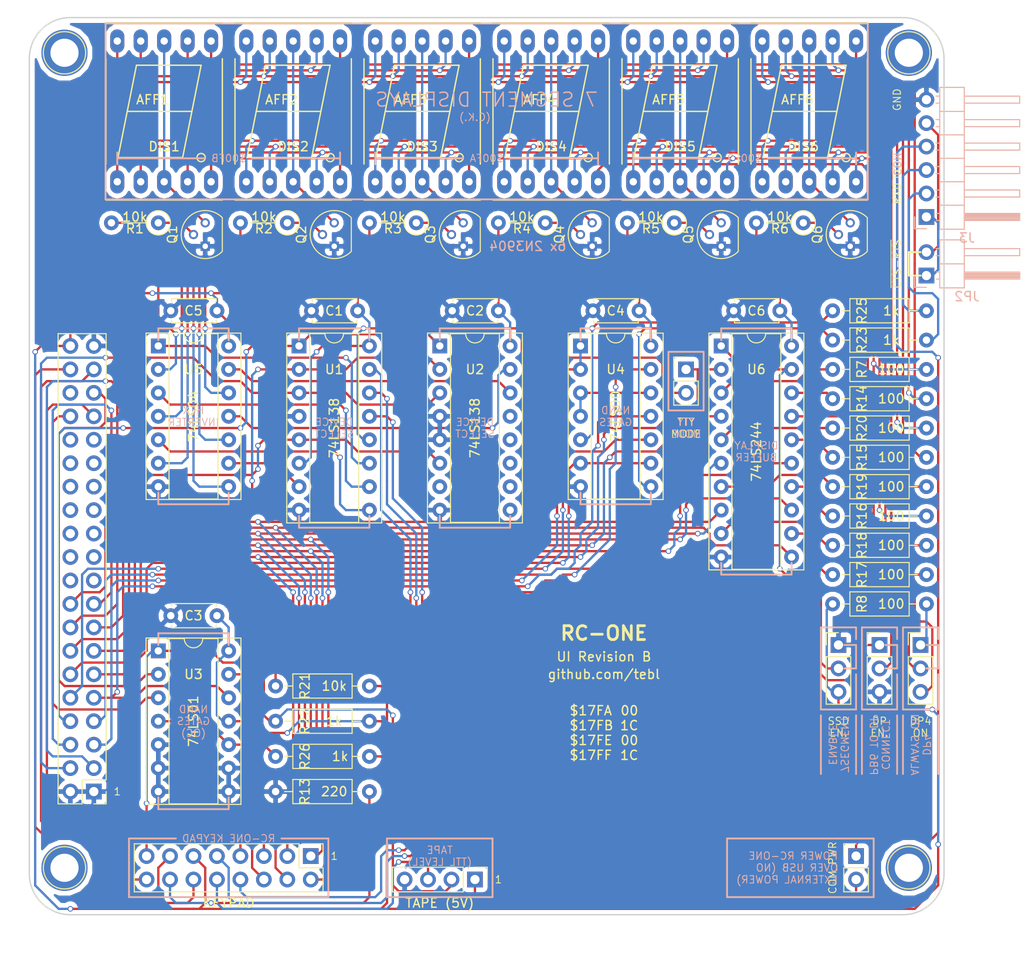
<source format=kicad_pcb>
(kicad_pcb (version 4) (host pcbnew 4.0.7)
  (layers (0 F.Cu signal) (31 B.Cu signal) (34 B.Paste user) (35 F.Paste user) (36 B.SilkS user) (37 F.SilkS user) (38 B.Mask user) (39 F.Mask user) (44 Edge.Cuts user))
  (net 0 "")
  (net 1 VCC)
  (net 2 SST_IN)
  (net 3 "Net-(Q1-Pad2)")
  (net 4 "Net-(AFF1-Pad3)")
  (net 5 "Net-(Q2-Pad2)")
  (net 6 "Net-(AFF2-Pad3)")
  (net 7 "Net-(Q3-Pad2)")
  (net 8 "Net-(AFF3-Pad3)")
  (net 9 "Net-(Q4-Pad2)")
  (net 10 "Net-(AFF4-Pad3)")
  (net 11 "Net-(Q5-Pad2)")
  (net 12 "Net-(AFF5-Pad3)")
  (net 13 "Net-(Q6-Pad2)")
  (net 14 "Net-(AFF6-Pad3)")
  (net 15 /E)
  (net 16 /D)
  (net 17 /C)
  (net 18 /B)
  (net 19 /A)
  (net 20 /F)
  (net 21 /G)
  (net 22 "Net-(R7-Pad1)")
  (net 23 GND)
  (net 24 "Net-(R20-Pad1)")
  (net 25 "Net-(R14-Pad1)")
  (net 26 "Net-(R18-Pad1)")
  (net 27 "Net-(R16-Pad1)")
  (net 28 "Net-(R15-Pad1)")
  (net 29 "Net-(R19-Pad1)")
  (net 30 "Net-(R17-Pad1)")
  (net 31 /PA6)
  (net 32 /PA5)
  (net 33 /PA4)
  (net 34 /PA3)
  (net 35 /PA2)
  (net 36 /PA1)
  (net 37 /PA0)
  (net 38 /ROW0)
  (net 39 /ROW1)
  (net 40 /ROW2)
  (net 41 /KP_ST)
  (net 42 /KP_RS)
  (net 43 SST_OUT)
  (net 44 /PB4)
  (net 45 /PB3)
  (net 46 /PB2)
  (net 47 /PB1)
  (net 48 SYNC)
  (net 49 K7)
  (net 50 /PB5)
  (net 51 /PB7)
  (net 52 /PB0)
  (net 53 /PA7)
  (net 54 "Net-(J3-Pad2)")
  (net 55 "Net-(J3-Pad3)")
  (net 56 "Net-(J3-Pad4)")
  (net 57 "Net-(J3-Pad5)")
  (net 58 /TX)
  (net 59 /RX)
  (net 60 "Net-(R26-Pad2)")
  (net 61 /DP)
  (net 62 /DP4)
  (net 63 "Net-(J1-Pad14)")
  (net 64 /PB6)
  (net 65 "Net-(J3-Pad1)")
  (net 66 "Net-(J4-Pad2)")
  (net 67 "Net-(J4-Pad3)")
  (net 68 /MODE)
  (net 69 "Net-(JP4-Pad2)")
  (net 70 "Net-(JP5-Pad2)")
  (net 71 "Net-(JP6-Pad1)")
  (net 72 /DIS1)
  (net 73 /DIS2)
  (net 74 /DIS3)
  (net 75 /DIS4)
  (net 76 /DIS5)
  (net 77 /DIS6)
  (net 78 "Net-(U1-Pad9)")
  (net 79 "Net-(U1-Pad10)")
  (net 80 "Net-(U1-Pad11)")
  (net 81 "Net-(U1-Pad7)")
  (net 82 "Net-(U2-Pad14)")
  (net 83 "Net-(U2-Pad15)")
  (net 84 "Net-(U4-Pad12)")
  (module Pin_Headers:Pin_Header_Straight_2x08_Pitch2.54mm (layer F.Cu) (at 138.43 127.635 270)
    (fp_text reference J1 hide)
    (fp_text value KEYPAD (at 5.08 8.89 360) (layer F.SilkS))
    (pad 1 thru_hole rect (at 0 0 270) (size 1.7 1.7) (drill 1) (layers *.Cu *.Mask) (net 31 /PA6))
    (pad 2 thru_hole oval (at 2.54 0 270) (size 1.7 1.7) (drill 1) (layers *.Cu *.Mask) (net 32 /PA5))
    (pad 3 thru_hole oval (at 0 2.54 270) (size 1.7 1.7) (drill 1) (layers *.Cu *.Mask) (net 33 /PA4))
    (pad 4 thru_hole oval (at 2.54 2.54 270) (size 1.7 1.7) (drill 1) (layers *.Cu *.Mask) (net 34 /PA3))
    (pad 5 thru_hole oval (at 0 5.08 270) (size 1.7 1.7) (drill 1) (layers *.Cu *.Mask) (net 35 /PA2))
    (pad 6 thru_hole oval (at 2.54 5.08 270) (size 1.7 1.7) (drill 1) (layers *.Cu *.Mask) (net 36 /PA1))
    (pad 7 thru_hole oval (at 0 7.62 270) (size 1.7 1.7) (drill 1) (layers *.Cu *.Mask) (net 37 /PA0))
    (pad 8 thru_hole oval (at 2.54 7.62 270) (size 1.7 1.7) (drill 1) (layers *.Cu *.Mask) (net 38 /ROW0))
    (pad 9 thru_hole oval (at 0 10.16 270) (size 1.7 1.7) (drill 1) (layers *.Cu *.Mask) (net 39 /ROW1))
    (pad 10 thru_hole oval (at 2.54 10.16 270) (size 1.7 1.7) (drill 1) (layers *.Cu *.Mask) (net 40 /ROW2))
    (pad 11 thru_hole oval (at 0 12.7 270) (size 1.7 1.7) (drill 1) (layers *.Cu *.Mask) (net 1 VCC))
    (pad 12 thru_hole oval (at 2.54 12.7 270) (size 1.7 1.7) (drill 1) (layers *.Cu *.Mask) (net 41 /KP_ST))
    (pad 13 thru_hole oval (at 0 15.24 270) (size 1.7 1.7) (drill 1) (layers *.Cu *.Mask) (net 42 /KP_RS))
    (pad 14 thru_hole oval (at 2.54 15.24 270) (size 1.7 1.7) (drill 1) (layers *.Cu *.Mask) (net 63 "Net-(J1-Pad14)"))
    (pad 15 thru_hole oval (at 0 17.78 270) (size 1.7 1.7) (drill 1) (layers *.Cu *.Mask) (net 2 SST_IN))
    (pad 16 thru_hole oval (at 2.54 17.78 270) (size 1.7 1.7) (drill 1) (layers *.Cu *.Mask) (net 43 SST_OUT))
  )
  (module Resistors_THT:R_Axial_DIN0207_L6.3mm_D2.5mm_P10.16mm_Horizontal (layer F.Cu) (at 194.945 74.93)
    (fp_text reference R7 (at 3.175 0 90) (layer F.SilkS))
    (fp_text value 100 (at 6.35 0) (layer F.SilkS))
    (pad 1 thru_hole circle (at 0 0) (size 1.6 1.6) (drill 0.8) (layers *.Cu *.Mask) (net 22 "Net-(R7-Pad1)"))
    (pad 2 thru_hole oval (at 10.16 0) (size 1.6 1.6) (drill 0.8) (layers *.Cu *.Mask) (net 61 /DP))
  )
  (module TO_SOT_Packages_THT:TO-92_Molded_Narrow (layer F.Cu) (at 140.97 61.595 90)
    (fp_text reference Q2 (at 1.27 -3.56 90) (layer F.SilkS))
    (fp_text value 2N3904)
    (pad 2 thru_hole circle (at 1.27 -1.27 180) (size 1 1) (drill 0.6) (layers *.Cu *.Mask) (net 5 "Net-(Q2-Pad2)"))
    (pad 3 thru_hole circle (at 2.54 0 180) (size 1 1) (drill 0.6) (layers *.Cu *.Mask) (net 6 "Net-(AFF2-Pad3)"))
    (pad 1 thru_hole rect (at 0 0 180) (size 1 1) (drill 0.6) (layers *.Cu *.Mask) (net 23 GND))
  )
  (module Resistors_THT:R_Axial_DIN0207_L6.3mm_D2.5mm_P10.16mm_Horizontal (layer F.Cu) (at 194.945 78.105)
    (fp_text reference R14 (at 3.175 0 270) (layer F.SilkS))
    (fp_text value 100 (at 6.35 0) (layer F.SilkS))
    (pad 1 thru_hole circle (at 0 0) (size 1.6 1.6) (drill 0.8) (layers *.Cu *.Mask) (net 25 "Net-(R14-Pad1)"))
    (pad 2 thru_hole oval (at 10.16 0) (size 1.6 1.6) (drill 0.8) (layers *.Cu *.Mask) (net 19 /A))
  )
  (module TO_SOT_Packages_THT:TO-92_Molded_Narrow (layer F.Cu) (at 127 61.595 90)
    (fp_text reference Q1 (at 1.27 -3.56 90) (layer F.SilkS))
    (fp_text value 2N3904)
    (pad 2 thru_hole circle (at 1.27 -1.27 180) (size 1 1) (drill 0.6) (layers *.Cu *.Mask) (net 3 "Net-(Q1-Pad2)"))
    (pad 3 thru_hole circle (at 2.54 0 180) (size 1 1) (drill 0.6) (layers *.Cu *.Mask) (net 4 "Net-(AFF1-Pad3)"))
    (pad 1 thru_hole rect (at 0 0 180) (size 1 1) (drill 0.6) (layers *.Cu *.Mask) (net 23 GND))
  )
  (module TO_SOT_Packages_THT:TO-92_Molded_Narrow (layer F.Cu) (at 154.94 61.595 90)
    (fp_text reference Q3 (at 1.27 -3.56 90) (layer F.SilkS))
    (fp_text value 2N3904)
    (pad 2 thru_hole circle (at 1.27 -1.27 180) (size 1 1) (drill 0.6) (layers *.Cu *.Mask) (net 7 "Net-(Q3-Pad2)"))
    (pad 3 thru_hole circle (at 2.54 0 180) (size 1 1) (drill 0.6) (layers *.Cu *.Mask) (net 8 "Net-(AFF3-Pad3)"))
    (pad 1 thru_hole rect (at 0 0 180) (size 1 1) (drill 0.6) (layers *.Cu *.Mask) (net 23 GND))
  )
  (module TO_SOT_Packages_THT:TO-92_Molded_Narrow (layer F.Cu) (at 168.91 61.595 90)
    (fp_text reference Q4 (at 1.27 -3.56 90) (layer F.SilkS))
    (fp_text value 2N3904)
    (pad 2 thru_hole circle (at 1.27 -1.27 180) (size 1 1) (drill 0.6) (layers *.Cu *.Mask) (net 9 "Net-(Q4-Pad2)"))
    (pad 3 thru_hole circle (at 2.54 0 180) (size 1 1) (drill 0.6) (layers *.Cu *.Mask) (net 10 "Net-(AFF4-Pad3)"))
    (pad 1 thru_hole rect (at 0 0 180) (size 1 1) (drill 0.6) (layers *.Cu *.Mask) (net 23 GND))
  )
  (module TO_SOT_Packages_THT:TO-92_Molded_Narrow (layer F.Cu) (at 182.88 61.595 90)
    (fp_text reference Q5 (at 1.27 -3.56 90) (layer F.SilkS))
    (fp_text value 2N3904)
    (pad 2 thru_hole circle (at 1.27 -1.27 180) (size 1 1) (drill 0.6) (layers *.Cu *.Mask) (net 11 "Net-(Q5-Pad2)"))
    (pad 3 thru_hole circle (at 2.54 0 180) (size 1 1) (drill 0.6) (layers *.Cu *.Mask) (net 12 "Net-(AFF5-Pad3)"))
    (pad 1 thru_hole rect (at 0 0 180) (size 1 1) (drill 0.6) (layers *.Cu *.Mask) (net 23 GND))
  )
  (module TO_SOT_Packages_THT:TO-92_Molded_Narrow (layer F.Cu) (at 196.85 61.595 90)
    (fp_text reference Q6 (at 1.27 -3.56 90) (layer F.SilkS))
    (fp_text value 2N3904)
    (pad 2 thru_hole circle (at 1.27 -1.27 180) (size 1 1) (drill 0.6) (layers *.Cu *.Mask) (net 13 "Net-(Q6-Pad2)"))
    (pad 3 thru_hole circle (at 2.54 0 180) (size 1 1) (drill 0.6) (layers *.Cu *.Mask) (net 14 "Net-(AFF6-Pad3)"))
    (pad 1 thru_hole rect (at 0 0 180) (size 1 1) (drill 0.6) (layers *.Cu *.Mask) (net 23 GND))
  )
  (module Displays_7-Segment:7SegmentLED_LTS6760_LTS6780 (layer F.Cu) (at 122.555 46.99)
    (fp_text reference AFF1 (at -1.27 -1.27) (layer F.SilkS))
    (fp_text value DIS1 (at 0 3.81) (layer F.SilkS))
    (pad 1 thru_hole oval (at -5.08 7.62) (size 1.524 2.524) (drill 0.8) (layers *.Cu *.Mask) (net 15 /E))
    (pad 2 thru_hole oval (at -2.54 7.62) (size 1.524 2.524) (drill 0.8) (layers *.Cu *.Mask) (net 16 /D))
    (pad 3 thru_hole oval (at 0 7.62) (size 1.524 2.524) (drill 0.8) (layers *.Cu *.Mask) (net 4 "Net-(AFF1-Pad3)"))
    (pad 4 thru_hole oval (at 2.54 7.62) (size 1.524 2.524) (drill 0.8) (layers *.Cu *.Mask) (net 17 /C))
    (pad 5 thru_hole oval (at 5.08 7.62) (size 1.524 2.524) (drill 0.8) (layers *.Cu *.Mask) (net 61 /DP))
    (pad 6 thru_hole oval (at 5.08 -7.62) (size 1.524 2.524) (drill 0.8) (layers *.Cu *.Mask) (net 18 /B))
    (pad 7 thru_hole oval (at 2.54 -7.62) (size 1.524 2.524) (drill 0.8) (layers *.Cu *.Mask) (net 19 /A))
    (pad 8 thru_hole oval (at 0 -7.62) (size 1.524 2.524) (drill 0.8) (layers *.Cu *.Mask) (net 4 "Net-(AFF1-Pad3)"))
    (pad 9 thru_hole oval (at -2.54 -7.62) (size 1.524 2.524) (drill 0.8) (layers *.Cu *.Mask) (net 20 /F))
    (pad 10 thru_hole oval (at -5.08 -7.62) (size 1.524 2.524) (drill 0.8) (layers *.Cu *.Mask) (net 21 /G))
  )
  (module Displays_7-Segment:7SegmentLED_LTS6760_LTS6780 (layer F.Cu) (at 136.525 46.99)
    (fp_text reference AFF2 (at -1.27 -1.27) (layer F.SilkS))
    (fp_text value DIS2 (at 0 3.81) (layer F.SilkS))
    (pad 1 thru_hole oval (at -5.08 7.62) (size 1.524 2.524) (drill 0.8) (layers *.Cu *.Mask) (net 15 /E))
    (pad 2 thru_hole oval (at -2.54 7.62) (size 1.524 2.524) (drill 0.8) (layers *.Cu *.Mask) (net 16 /D))
    (pad 3 thru_hole oval (at 0 7.62) (size 1.524 2.524) (drill 0.8) (layers *.Cu *.Mask) (net 6 "Net-(AFF2-Pad3)"))
    (pad 4 thru_hole oval (at 2.54 7.62) (size 1.524 2.524) (drill 0.8) (layers *.Cu *.Mask) (net 17 /C))
    (pad 5 thru_hole oval (at 5.08 7.62) (size 1.524 2.524) (drill 0.8) (layers *.Cu *.Mask) (net 61 /DP))
    (pad 6 thru_hole oval (at 5.08 -7.62) (size 1.524 2.524) (drill 0.8) (layers *.Cu *.Mask) (net 18 /B))
    (pad 7 thru_hole oval (at 2.54 -7.62) (size 1.524 2.524) (drill 0.8) (layers *.Cu *.Mask) (net 19 /A))
    (pad 8 thru_hole oval (at 0 -7.62) (size 1.524 2.524) (drill 0.8) (layers *.Cu *.Mask) (net 6 "Net-(AFF2-Pad3)"))
    (pad 9 thru_hole oval (at -2.54 -7.62) (size 1.524 2.524) (drill 0.8) (layers *.Cu *.Mask) (net 20 /F))
    (pad 10 thru_hole oval (at -5.08 -7.62) (size 1.524 2.524) (drill 0.8) (layers *.Cu *.Mask) (net 21 /G))
  )
  (module Displays_7-Segment:7SegmentLED_LTS6760_LTS6780 (layer F.Cu) (at 150.495 46.99)
    (fp_text reference AFF3 (at -1.27 -1.27) (layer F.SilkS))
    (fp_text value DIS3 (at 0 3.81) (layer F.SilkS))
    (pad 1 thru_hole oval (at -5.08 7.62) (size 1.524 2.524) (drill 0.8) (layers *.Cu *.Mask) (net 15 /E))
    (pad 2 thru_hole oval (at -2.54 7.62) (size 1.524 2.524) (drill 0.8) (layers *.Cu *.Mask) (net 16 /D))
    (pad 3 thru_hole oval (at 0 7.62) (size 1.524 2.524) (drill 0.8) (layers *.Cu *.Mask) (net 8 "Net-(AFF3-Pad3)"))
    (pad 4 thru_hole oval (at 2.54 7.62) (size 1.524 2.524) (drill 0.8) (layers *.Cu *.Mask) (net 17 /C))
    (pad 5 thru_hole oval (at 5.08 7.62) (size 1.524 2.524) (drill 0.8) (layers *.Cu *.Mask) (net 61 /DP))
    (pad 6 thru_hole oval (at 5.08 -7.62) (size 1.524 2.524) (drill 0.8) (layers *.Cu *.Mask) (net 18 /B))
    (pad 7 thru_hole oval (at 2.54 -7.62) (size 1.524 2.524) (drill 0.8) (layers *.Cu *.Mask) (net 19 /A))
    (pad 8 thru_hole oval (at 0 -7.62) (size 1.524 2.524) (drill 0.8) (layers *.Cu *.Mask) (net 8 "Net-(AFF3-Pad3)"))
    (pad 9 thru_hole oval (at -2.54 -7.62) (size 1.524 2.524) (drill 0.8) (layers *.Cu *.Mask) (net 20 /F))
    (pad 10 thru_hole oval (at -5.08 -7.62) (size 1.524 2.524) (drill 0.8) (layers *.Cu *.Mask) (net 21 /G))
  )
  (module Displays_7-Segment:7SegmentLED_LTS6760_LTS6780 (layer F.Cu) (at 164.465 46.99)
    (fp_text reference AFF4 (at -1.27 -1.27) (layer F.SilkS))
    (fp_text value DIS4 (at 0 3.81) (layer F.SilkS))
    (pad 1 thru_hole oval (at -5.08 7.62) (size 1.524 2.524) (drill 0.8) (layers *.Cu *.Mask) (net 15 /E))
    (pad 2 thru_hole oval (at -2.54 7.62) (size 1.524 2.524) (drill 0.8) (layers *.Cu *.Mask) (net 16 /D))
    (pad 3 thru_hole oval (at 0 7.62) (size 1.524 2.524) (drill 0.8) (layers *.Cu *.Mask) (net 10 "Net-(AFF4-Pad3)"))
    (pad 4 thru_hole oval (at 2.54 7.62) (size 1.524 2.524) (drill 0.8) (layers *.Cu *.Mask) (net 17 /C))
    (pad 5 thru_hole oval (at 5.08 7.62) (size 1.524 2.524) (drill 0.8) (layers *.Cu *.Mask) (net 62 /DP4))
    (pad 6 thru_hole oval (at 5.08 -7.62) (size 1.524 2.524) (drill 0.8) (layers *.Cu *.Mask) (net 18 /B))
    (pad 7 thru_hole oval (at 2.54 -7.62) (size 1.524 2.524) (drill 0.8) (layers *.Cu *.Mask) (net 19 /A))
    (pad 8 thru_hole oval (at 0 -7.62) (size 1.524 2.524) (drill 0.8) (layers *.Cu *.Mask) (net 10 "Net-(AFF4-Pad3)"))
    (pad 9 thru_hole oval (at -2.54 -7.62) (size 1.524 2.524) (drill 0.8) (layers *.Cu *.Mask) (net 20 /F))
    (pad 10 thru_hole oval (at -5.08 -7.62) (size 1.524 2.524) (drill 0.8) (layers *.Cu *.Mask) (net 21 /G))
  )
  (module Displays_7-Segment:7SegmentLED_LTS6760_LTS6780 (layer F.Cu) (at 178.435 46.99)
    (fp_text reference AFF5 (at -1.27 -1.27) (layer F.SilkS))
    (fp_text value DIS5 (at 0 3.81) (layer F.SilkS))
    (pad 1 thru_hole oval (at -5.08 7.62) (size 1.524 2.524) (drill 0.8) (layers *.Cu *.Mask) (net 15 /E))
    (pad 2 thru_hole oval (at -2.54 7.62) (size 1.524 2.524) (drill 0.8) (layers *.Cu *.Mask) (net 16 /D))
    (pad 3 thru_hole oval (at 0 7.62) (size 1.524 2.524) (drill 0.8) (layers *.Cu *.Mask) (net 12 "Net-(AFF5-Pad3)"))
    (pad 4 thru_hole oval (at 2.54 7.62) (size 1.524 2.524) (drill 0.8) (layers *.Cu *.Mask) (net 17 /C))
    (pad 5 thru_hole oval (at 5.08 7.62) (size 1.524 2.524) (drill 0.8) (layers *.Cu *.Mask) (net 61 /DP))
    (pad 6 thru_hole oval (at 5.08 -7.62) (size 1.524 2.524) (drill 0.8) (layers *.Cu *.Mask) (net 18 /B))
    (pad 7 thru_hole oval (at 2.54 -7.62) (size 1.524 2.524) (drill 0.8) (layers *.Cu *.Mask) (net 19 /A))
    (pad 8 thru_hole oval (at 0 -7.62) (size 1.524 2.524) (drill 0.8) (layers *.Cu *.Mask) (net 12 "Net-(AFF5-Pad3)"))
    (pad 9 thru_hole oval (at -2.54 -7.62) (size 1.524 2.524) (drill 0.8) (layers *.Cu *.Mask) (net 20 /F))
    (pad 10 thru_hole oval (at -5.08 -7.62) (size 1.524 2.524) (drill 0.8) (layers *.Cu *.Mask) (net 21 /G))
  )
  (module Displays_7-Segment:7SegmentLED_LTS6760_LTS6780 (layer F.Cu) (at 192.405 46.99)
    (fp_text reference AFF6 (at -1.27 -1.27) (layer F.SilkS))
    (fp_text value DIS6 (at -0.635 3.81) (layer F.SilkS))
    (pad 1 thru_hole oval (at -5.08 7.62) (size 1.524 2.524) (drill 0.8) (layers *.Cu *.Mask) (net 15 /E))
    (pad 2 thru_hole oval (at -2.54 7.62) (size 1.524 2.524) (drill 0.8) (layers *.Cu *.Mask) (net 16 /D))
    (pad 3 thru_hole oval (at 0 7.62) (size 1.524 2.524) (drill 0.8) (layers *.Cu *.Mask) (net 14 "Net-(AFF6-Pad3)"))
    (pad 4 thru_hole oval (at 2.54 7.62) (size 1.524 2.524) (drill 0.8) (layers *.Cu *.Mask) (net 17 /C))
    (pad 5 thru_hole oval (at 5.08 7.62) (size 1.524 2.524) (drill 0.8) (layers *.Cu *.Mask) (net 61 /DP))
    (pad 6 thru_hole oval (at 5.08 -7.62) (size 1.524 2.524) (drill 0.8) (layers *.Cu *.Mask) (net 18 /B))
    (pad 7 thru_hole oval (at 2.54 -7.62) (size 1.524 2.524) (drill 0.8) (layers *.Cu *.Mask) (net 19 /A))
    (pad 8 thru_hole oval (at 0 -7.62) (size 1.524 2.524) (drill 0.8) (layers *.Cu *.Mask) (net 14 "Net-(AFF6-Pad3)"))
    (pad 9 thru_hole oval (at -2.54 -7.62) (size 1.524 2.524) (drill 0.8) (layers *.Cu *.Mask) (net 20 /F))
    (pad 10 thru_hole oval (at -5.08 -7.62) (size 1.524 2.524) (drill 0.8) (layers *.Cu *.Mask) (net 21 /G))
  )
  (module Pin_Headers:Pin_Header_Straight_2x20_Pitch2.54mm (layer F.Cu) (at 114.935 120.65 180)
    (fp_text reference J2)
    (fp_text value RC1_UI_Port)
    (pad 1 thru_hole rect (at 0 0 180) (size 1.7 1.7) (drill 1) (layers *.Cu *.Mask) (net 23 GND))
    (pad 2 thru_hole oval (at 2.54 0 180) (size 1.7 1.7) (drill 1) (layers *.Cu *.Mask) (net 23 GND))
    (pad 3 thru_hole oval (at 0 2.54 180) (size 1.7 1.7) (drill 1) (layers *.Cu *.Mask) (net 44 /PB4))
    (pad 4 thru_hole oval (at 2.54 2.54 180) (size 1.7 1.7) (drill 1) (layers *.Cu *.Mask) (net 45 /PB3))
    (pad 5 thru_hole oval (at 0 5.08 180) (size 1.7 1.7) (drill 1) (layers *.Cu *.Mask) (net 50 /PB5))
    (pad 6 thru_hole oval (at 2.54 5.08 180) (size 1.7 1.7) (drill 1) (layers *.Cu *.Mask) (net 46 /PB2))
    (pad 7 thru_hole oval (at 0 7.62 180) (size 1.7 1.7) (drill 1) (layers *.Cu *.Mask) (net 64 /PB6))
    (pad 8 thru_hole oval (at 2.54 7.62 180) (size 1.7 1.7) (drill 1) (layers *.Cu *.Mask) (net 47 /PB1))
    (pad 9 thru_hole oval (at 0 10.16 180) (size 1.7 1.7) (drill 1) (layers *.Cu *.Mask) (net 51 /PB7))
    (pad 10 thru_hole oval (at 2.54 10.16 180) (size 1.7 1.7) (drill 1) (layers *.Cu *.Mask) (net 52 /PB0))
    (pad 11 thru_hole oval (at 0 12.7 180) (size 1.7 1.7) (drill 1) (layers *.Cu *.Mask) (net 53 /PA7))
    (pad 12 thru_hole oval (at 2.54 12.7 180) (size 1.7 1.7) (drill 1) (layers *.Cu *.Mask) (net 37 /PA0))
    (pad 13 thru_hole oval (at 0 15.24 180) (size 1.7 1.7) (drill 1) (layers *.Cu *.Mask) (net 31 /PA6))
    (pad 14 thru_hole oval (at 2.54 15.24 180) (size 1.7 1.7) (drill 1) (layers *.Cu *.Mask) (net 36 /PA1))
    (pad 15 thru_hole oval (at 0 17.78 180) (size 1.7 1.7) (drill 1) (layers *.Cu *.Mask) (net 32 /PA5))
    (pad 16 thru_hole oval (at 2.54 17.78 180) (size 1.7 1.7) (drill 1) (layers *.Cu *.Mask) (net 35 /PA2))
    (pad 17 thru_hole oval (at 0 20.32 180) (size 1.7 1.7) (drill 1) (layers *.Cu *.Mask) (net 33 /PA4))
    (pad 18 thru_hole oval (at 2.54 20.32 180) (size 1.7 1.7) (drill 1) (layers *.Cu *.Mask) (net 34 /PA3))
    (pad 19 thru_hole oval (at 0 22.86 180) (size 1.7 1.7) (drill 1) (layers *.Cu *.Mask))
    (pad 20 thru_hole oval (at 2.54 22.86 180) (size 1.7 1.7) (drill 1) (layers *.Cu *.Mask))
    (pad 21 thru_hole oval (at 0 25.4 180) (size 1.7 1.7) (drill 1) (layers *.Cu *.Mask))
    (pad 22 thru_hole oval (at 2.54 25.4 180) (size 1.7 1.7) (drill 1) (layers *.Cu *.Mask))
    (pad 23 thru_hole oval (at 0 27.94 180) (size 1.7 1.7) (drill 1) (layers *.Cu *.Mask))
    (pad 24 thru_hole oval (at 2.54 27.94 180) (size 1.7 1.7) (drill 1) (layers *.Cu *.Mask))
    (pad 25 thru_hole oval (at 0 30.48 180) (size 1.7 1.7) (drill 1) (layers *.Cu *.Mask))
    (pad 26 thru_hole oval (at 2.54 30.48 180) (size 1.7 1.7) (drill 1) (layers *.Cu *.Mask))
    (pad 27 thru_hole oval (at 0 33.02 180) (size 1.7 1.7) (drill 1) (layers *.Cu *.Mask))
    (pad 28 thru_hole oval (at 2.54 33.02 180) (size 1.7 1.7) (drill 1) (layers *.Cu *.Mask))
    (pad 29 thru_hole oval (at 0 35.56 180) (size 1.7 1.7) (drill 1) (layers *.Cu *.Mask))
    (pad 30 thru_hole oval (at 2.54 35.56 180) (size 1.7 1.7) (drill 1) (layers *.Cu *.Mask))
    (pad 31 thru_hole oval (at 0 38.1 180) (size 1.7 1.7) (drill 1) (layers *.Cu *.Mask))
    (pad 32 thru_hole oval (at 2.54 38.1 180) (size 1.7 1.7) (drill 1) (layers *.Cu *.Mask))
    (pad 33 thru_hole oval (at 0 40.64 180) (size 1.7 1.7) (drill 1) (layers *.Cu *.Mask) (net 43 SST_OUT))
    (pad 34 thru_hole oval (at 2.54 40.64 180) (size 1.7 1.7) (drill 1) (layers *.Cu *.Mask) (net 48 SYNC))
    (pad 35 thru_hole oval (at 0 43.18 180) (size 1.7 1.7) (drill 1) (layers *.Cu *.Mask) (net 49 K7))
    (pad 36 thru_hole oval (at 2.54 43.18 180) (size 1.7 1.7) (drill 1) (layers *.Cu *.Mask))
    (pad 37 thru_hole oval (at 0 45.72 180) (size 1.7 1.7) (drill 1) (layers *.Cu *.Mask) (net 42 /KP_RS))
    (pad 38 thru_hole oval (at 2.54 45.72 180) (size 1.7 1.7) (drill 1) (layers *.Cu *.Mask) (net 41 /KP_ST))
    (pad 39 thru_hole oval (at 0 48.26 180) (size 1.7 1.7) (drill 1) (layers *.Cu *.Mask) (net 23 GND))
    (pad 40 thru_hole oval (at 2.54 48.26 180) (size 1.7 1.7) (drill 1) (layers *.Cu *.Mask) (net 1 VCC))
  )
  (module Mounting:1pin (layer F.Cu) (at 111.76 128.905)
    (fp_text reference M1 hide)
    (fp_text value Mounting hide)
    (pad 1 thru_hole circle (at 0 0) (size 5 5) (drill 3.048) (layers *.Cu *.Mask))
  )
  (module Mounting:1pin (layer F.Cu) (at 203.2 128.905)
    (fp_text reference M2 hide)
    (fp_text value Mounting hide)
    (pad 1 thru_hole circle (at 0 0) (size 5 5) (drill 3.048) (layers *.Cu *.Mask))
  )
  (module Mounting:1pin (layer F.Cu) (at 203.2 40.64)
    (fp_text reference M3 hide)
    (fp_text value Mounting hide)
    (pad 1 thru_hole circle (at 0 0) (size 5 5) (drill 3.048) (layers *.Cu *.Mask))
  )
  (module Mounting:1pin (layer F.Cu) (at 111.76 40.64)
    (fp_text reference M4 hide)
    (fp_text value Mounting hide)
    (pad 1 thru_hole circle (at 0 0) (size 5 5) (drill 3.048) (layers *.Cu *.Mask))
  )
  (module Housings_DIP:DIP-16_W7.62mm_Socket (layer F.Cu) (at 137.16 72.39)
    (fp_text reference U1 (at 3.81 2.54) (layer F.SilkS))
    (fp_text value 74LS138 (at 3.81 8.89 90) (layer F.SilkS))
    (pad 1 thru_hole rect (at 0 0) (size 1.6 1.6) (drill 0.8) (layers *.Cu *.Mask) (net 47 /PB1))
    (pad 9 thru_hole oval (at 7.62 17.78) (size 1.6 1.6) (drill 0.8) (layers *.Cu *.Mask) (net 78 "Net-(U1-Pad9)"))
    (pad 2 thru_hole oval (at 0 2.54) (size 1.6 1.6) (drill 0.8) (layers *.Cu *.Mask) (net 46 /PB2))
    (pad 10 thru_hole oval (at 7.62 15.24) (size 1.6 1.6) (drill 0.8) (layers *.Cu *.Mask) (net 79 "Net-(U1-Pad10)"))
    (pad 3 thru_hole oval (at 0 5.08) (size 1.6 1.6) (drill 0.8) (layers *.Cu *.Mask) (net 45 /PB3))
    (pad 11 thru_hole oval (at 7.62 12.7) (size 1.6 1.6) (drill 0.8) (layers *.Cu *.Mask) (net 80 "Net-(U1-Pad11)"))
    (pad 4 thru_hole oval (at 0 7.62) (size 1.6 1.6) (drill 0.8) (layers *.Cu *.Mask) (net 23 GND))
    (pad 12 thru_hole oval (at 7.62 10.16) (size 1.6 1.6) (drill 0.8) (layers *.Cu *.Mask) (net 68 /MODE))
    (pad 5 thru_hole oval (at 0 10.16) (size 1.6 1.6) (drill 0.8) (layers *.Cu *.Mask) (net 44 /PB4))
    (pad 13 thru_hole oval (at 7.62 7.62) (size 1.6 1.6) (drill 0.8) (layers *.Cu *.Mask) (net 40 /ROW2))
    (pad 6 thru_hole oval (at 0 12.7) (size 1.6 1.6) (drill 0.8) (layers *.Cu *.Mask) (net 1 VCC))
    (pad 14 thru_hole oval (at 7.62 5.08) (size 1.6 1.6) (drill 0.8) (layers *.Cu *.Mask) (net 39 /ROW1))
    (pad 7 thru_hole oval (at 0 15.24) (size 1.6 1.6) (drill 0.8) (layers *.Cu *.Mask) (net 81 "Net-(U1-Pad7)"))
    (pad 15 thru_hole oval (at 7.62 2.54) (size 1.6 1.6) (drill 0.8) (layers *.Cu *.Mask) (net 38 /ROW0))
    (pad 8 thru_hole oval (at 0 17.78) (size 1.6 1.6) (drill 0.8) (layers *.Cu *.Mask) (net 23 GND))
    (pad 16 thru_hole oval (at 7.62 0) (size 1.6 1.6) (drill 0.8) (layers *.Cu *.Mask) (net 1 VCC))
  )
  (module Housings_DIP:DIP-14_W7.62mm_Socket (layer F.Cu) (at 121.92 105.41)
    (fp_text reference U3 (at 3.81 2.54) (layer F.SilkS))
    (fp_text value 74LS01 (at 3.81 7.62 90) (layer F.SilkS))
    (pad 1 thru_hole rect (at 0 0) (size 1.6 1.6) (drill 0.8) (layers *.Cu *.Mask) (net 2 SST_IN))
    (pad 8 thru_hole oval (at 7.62 15.24) (size 1.6 1.6) (drill 0.8) (layers *.Cu *.Mask) (net 23 GND))
    (pad 2 thru_hole oval (at 0 2.54) (size 1.6 1.6) (drill 0.8) (layers *.Cu *.Mask) (net 49 K7))
    (pad 9 thru_hole oval (at 7.62 12.7) (size 1.6 1.6) (drill 0.8) (layers *.Cu *.Mask) (net 23 GND))
    (pad 3 thru_hole oval (at 0 5.08) (size 1.6 1.6) (drill 0.8) (layers *.Cu *.Mask) (net 48 SYNC))
    (pad 10 thru_hole oval (at 7.62 10.16) (size 1.6 1.6) (drill 0.8) (layers *.Cu *.Mask) (net 60 "Net-(R26-Pad2)"))
    (pad 4 thru_hole oval (at 0 7.62) (size 1.6 1.6) (drill 0.8) (layers *.Cu *.Mask) (net 60 "Net-(R26-Pad2)"))
    (pad 11 thru_hole oval (at 7.62 7.62) (size 1.6 1.6) (drill 0.8) (layers *.Cu *.Mask) (net 1 VCC))
    (pad 5 thru_hole oval (at 0 10.16) (size 1.6 1.6) (drill 0.8) (layers *.Cu *.Mask) (net 23 GND))
    (pad 12 thru_hole oval (at 7.62 5.08) (size 1.6 1.6) (drill 0.8) (layers *.Cu *.Mask) (net 51 /PB7))
    (pad 6 thru_hole oval (at 0 12.7) (size 1.6 1.6) (drill 0.8) (layers *.Cu *.Mask) (net 23 GND))
    (pad 13 thru_hole oval (at 7.62 2.54) (size 1.6 1.6) (drill 0.8) (layers *.Cu *.Mask) (net 66 "Net-(J4-Pad2)"))
    (pad 7 thru_hole oval (at 0 15.24) (size 1.6 1.6) (drill 0.8) (layers *.Cu *.Mask) (net 23 GND))
    (pad 14 thru_hole oval (at 7.62 0) (size 1.6 1.6) (drill 0.8) (layers *.Cu *.Mask) (net 1 VCC))
  )
  (module Resistors_THT:R_Axial_DIN0207_L6.3mm_D2.5mm_P5.08mm_Vertical (layer F.Cu) (at 121.92 59.055 180)
    (fp_text reference R1 (at 2.54 -0.635 180) (layer F.SilkS))
    (fp_text value 10k (at 2.54 0.635 180) (layer F.SilkS))
    (pad 1 thru_hole circle (at 0 0 180) (size 1.6 1.6) (drill 0.8) (layers *.Cu *.Mask) (net 3 "Net-(Q1-Pad2)"))
    (pad 2 thru_hole oval (at 5.08 0 180) (size 1.6 1.6) (drill 0.8) (layers *.Cu *.Mask) (net 72 /DIS1))
  )
  (module Resistors_THT:R_Axial_DIN0207_L6.3mm_D2.5mm_P5.08mm_Vertical (layer F.Cu) (at 135.89 59.055 180)
    (fp_text reference R2 (at 2.54 -0.635 180) (layer F.SilkS))
    (fp_text value 10k (at 2.54 0.635 180) (layer F.SilkS))
    (pad 1 thru_hole circle (at 0 0 180) (size 1.6 1.6) (drill 0.8) (layers *.Cu *.Mask) (net 5 "Net-(Q2-Pad2)"))
    (pad 2 thru_hole oval (at 5.08 0 180) (size 1.6 1.6) (drill 0.8) (layers *.Cu *.Mask) (net 73 /DIS2))
  )
  (module Resistors_THT:R_Axial_DIN0207_L6.3mm_D2.5mm_P5.08mm_Vertical (layer F.Cu) (at 149.86 59.055 180)
    (fp_text reference R3 (at 2.54 -0.635 180) (layer F.SilkS))
    (fp_text value 10k (at 2.54 0.635 180) (layer F.SilkS))
    (pad 1 thru_hole circle (at 0 0 180) (size 1.6 1.6) (drill 0.8) (layers *.Cu *.Mask) (net 7 "Net-(Q3-Pad2)"))
    (pad 2 thru_hole oval (at 5.08 0 180) (size 1.6 1.6) (drill 0.8) (layers *.Cu *.Mask) (net 74 /DIS3))
  )
  (module Resistors_THT:R_Axial_DIN0207_L6.3mm_D2.5mm_P5.08mm_Vertical (layer F.Cu) (at 163.83 59.055 180)
    (fp_text reference R4 (at 2.54 -0.635 180) (layer F.SilkS))
    (fp_text value 10k (at 2.54 0.635 180) (layer F.SilkS))
    (pad 1 thru_hole circle (at 0 0 180) (size 1.6 1.6) (drill 0.8) (layers *.Cu *.Mask) (net 9 "Net-(Q4-Pad2)"))
    (pad 2 thru_hole oval (at 5.08 0 180) (size 1.6 1.6) (drill 0.8) (layers *.Cu *.Mask) (net 75 /DIS4))
  )
  (module Resistors_THT:R_Axial_DIN0207_L6.3mm_D2.5mm_P5.08mm_Vertical (layer F.Cu) (at 177.8 59.055 180)
    (fp_text reference R5 (at 2.54 -0.635 180) (layer F.SilkS))
    (fp_text value 10k (at 2.54 0.635 180) (layer F.SilkS))
    (pad 1 thru_hole circle (at 0 0 180) (size 1.6 1.6) (drill 0.8) (layers *.Cu *.Mask) (net 11 "Net-(Q5-Pad2)"))
    (pad 2 thru_hole oval (at 5.08 0 180) (size 1.6 1.6) (drill 0.8) (layers *.Cu *.Mask) (net 76 /DIS5))
  )
  (module Resistors_THT:R_Axial_DIN0207_L6.3mm_D2.5mm_P5.08mm_Vertical (layer F.Cu) (at 191.77 59.055 180)
    (fp_text reference R6 (at 2.54 -0.635 180) (layer F.SilkS))
    (fp_text value 10k (at 2.54 0.635 180) (layer F.SilkS))
    (pad 1 thru_hole circle (at 0 0 180) (size 1.6 1.6) (drill 0.8) (layers *.Cu *.Mask) (net 13 "Net-(Q6-Pad2)"))
    (pad 2 thru_hole oval (at 5.08 0 180) (size 1.6 1.6) (drill 0.8) (layers *.Cu *.Mask) (net 77 /DIS6))
  )
  (module Capacitors_THT:C_Disc_D4.7mm_W2.5mm_P5.00mm (layer F.Cu) (at 143.51 68.58 180)
    (fp_text reference C1 (at 2.54 0 180) (layer F.SilkS))
    (fp_text value 100nF)
    (pad 1 thru_hole circle (at 0 0 180) (size 1.6 1.6) (drill 0.8) (layers *.Cu *.Mask) (net 1 VCC))
    (pad 2 thru_hole circle (at 5 0 180) (size 1.6 1.6) (drill 0.8) (layers *.Cu *.Mask) (net 23 GND))
  )
  (module Capacitors_THT:C_Disc_D4.7mm_W2.5mm_P5.00mm (layer F.Cu) (at 158.75 68.58 180)
    (fp_text reference C2 (at 2.54 0 180) (layer F.SilkS))
    (fp_text value 100nF)
    (pad 1 thru_hole circle (at 0 0 180) (size 1.6 1.6) (drill 0.8) (layers *.Cu *.Mask) (net 1 VCC))
    (pad 2 thru_hole circle (at 5 0 180) (size 1.6 1.6) (drill 0.8) (layers *.Cu *.Mask) (net 23 GND))
  )
  (module Capacitors_THT:C_Disc_D4.7mm_W2.5mm_P5.00mm (layer F.Cu) (at 128.27 101.6 180)
    (fp_text reference C3 (at 2.54 0 180) (layer F.SilkS))
    (fp_text value 100nF)
    (pad 1 thru_hole circle (at 0 0 180) (size 1.6 1.6) (drill 0.8) (layers *.Cu *.Mask) (net 1 VCC))
    (pad 2 thru_hole circle (at 5 0 180) (size 1.6 1.6) (drill 0.8) (layers *.Cu *.Mask) (net 23 GND))
  )
  (module Capacitors_THT:C_Disc_D4.7mm_W2.5mm_P5.00mm (layer F.Cu) (at 173.99 68.58 180)
    (fp_text reference C4 (at 2.54 0 180) (layer F.SilkS))
    (fp_text value 100nF)
    (pad 1 thru_hole circle (at 0 0 180) (size 1.6 1.6) (drill 0.8) (layers *.Cu *.Mask) (net 1 VCC))
    (pad 2 thru_hole circle (at 5 0 180) (size 1.6 1.6) (drill 0.8) (layers *.Cu *.Mask) (net 23 GND))
  )
  (module Pin_Headers:Pin_Header_Angled_1x06_Pitch2.54mm (layer B.Cu) (at 205.105 58.42)
    (fp_text reference J3 (at 4.385 2.27) (layer B.SilkS) (effects (justify mirror)))
    (fp_text value COM)
    (pad 1 thru_hole rect (at 0 0) (size 1.7 1.7) (drill 1) (layers *.Cu *.Mask) (net 65 "Net-(J3-Pad1)"))
    (pad 2 thru_hole oval (at 0 -2.54) (size 1.7 1.7) (drill 1) (layers *.Cu *.Mask) (net 54 "Net-(J3-Pad2)"))
    (pad 3 thru_hole oval (at 0 -5.08) (size 1.7 1.7) (drill 1) (layers *.Cu *.Mask) (net 55 "Net-(J3-Pad3)"))
    (pad 4 thru_hole oval (at 0 -7.62) (size 1.7 1.7) (drill 1) (layers *.Cu *.Mask) (net 56 "Net-(J3-Pad4)"))
    (pad 5 thru_hole oval (at 0 -10.16) (size 1.7 1.7) (drill 1) (layers *.Cu *.Mask) (net 57 "Net-(J3-Pad5)"))
    (pad 6 thru_hole oval (at 0 -12.7) (size 1.7 1.7) (drill 1) (layers *.Cu *.Mask) (net 23 GND))
  )
  (module Pin_Headers:Pin_Header_Straight_1x02_Pitch2.54mm (layer F.Cu) (at 197.485 127.635)
    (fp_text reference JP1)
    (fp_text value COM_PWR (at -2.54 1.27 90) (layer F.SilkS) (effects (font (size 0.8 0.8) (thickness 0.1))))
    (pad 1 thru_hole rect (at 0 0) (size 1.7 1.7) (drill 1) (layers *.Cu *.Mask) (net 56 "Net-(J3-Pad4)"))
    (pad 2 thru_hole oval (at 0 2.54) (size 1.7 1.7) (drill 1) (layers *.Cu *.Mask) (net 1 VCC))
  )
  (module Pin_Headers:Pin_Header_Straight_1x02_Pitch2.54mm (layer F.Cu) (at 179.07 74.93)
    (fp_text reference JP3)
    (fp_text value USE_COM)
    (pad 1 thru_hole rect (at 0 0) (size 1.7 1.7) (drill 1) (layers *.Cu *.Mask) (net 37 /PA0))
    (pad 2 thru_hole oval (at 0 2.54) (size 1.7 1.7) (drill 1) (layers *.Cu *.Mask) (net 68 /MODE))
  )
  (module Housings_DIP:DIP-14_W7.62mm_Socket (layer F.Cu) (at 167.64 72.39)
    (fp_text reference U4 (at 3.81 2.54) (layer F.SilkS))
    (fp_text value 74LS00 (at 3.81 7.62 90) (layer F.SilkS))
    (pad 1 thru_hole rect (at 0 0) (size 1.6 1.6) (drill 0.8) (layers *.Cu *.Mask) (net 50 /PB5))
    (pad 8 thru_hole oval (at 7.62 15.24) (size 1.6 1.6) (drill 0.8) (layers *.Cu *.Mask) (net 58 /TX))
    (pad 2 thru_hole oval (at 0 2.54) (size 1.6 1.6) (drill 0.8) (layers *.Cu *.Mask) (net 50 /PB5))
    (pad 9 thru_hole oval (at 7.62 12.7) (size 1.6 1.6) (drill 0.8) (layers *.Cu *.Mask) (net 53 /PA7))
    (pad 3 thru_hole oval (at 0 5.08) (size 1.6 1.6) (drill 0.8) (layers *.Cu *.Mask) (net 84 "Net-(U4-Pad12)"))
    (pad 10 thru_hole oval (at 7.62 10.16) (size 1.6 1.6) (drill 0.8) (layers *.Cu *.Mask) (net 52 /PB0))
    (pad 4 thru_hole oval (at 0 7.62) (size 1.6 1.6) (drill 0.8) (layers *.Cu *.Mask) (net 84 "Net-(U4-Pad12)"))
    (pad 11 thru_hole oval (at 7.62 7.62) (size 1.6 1.6) (drill 0.8) (layers *.Cu *.Mask) (net 51 /PB7))
    (pad 5 thru_hole oval (at 0 10.16) (size 1.6 1.6) (drill 0.8) (layers *.Cu *.Mask) (net 59 /RX))
    (pad 12 thru_hole oval (at 7.62 5.08) (size 1.6 1.6) (drill 0.8) (layers *.Cu *.Mask) (net 84 "Net-(U4-Pad12)"))
    (pad 6 thru_hole oval (at 0 12.7) (size 1.6 1.6) (drill 0.8) (layers *.Cu *.Mask) (net 53 /PA7))
    (pad 13 thru_hole oval (at 7.62 2.54) (size 1.6 1.6) (drill 0.8) (layers *.Cu *.Mask) (net 67 "Net-(J4-Pad3)"))
    (pad 7 thru_hole oval (at 0 15.24) (size 1.6 1.6) (drill 0.8) (layers *.Cu *.Mask) (net 23 GND))
    (pad 14 thru_hole oval (at 7.62 0) (size 1.6 1.6) (drill 0.8) (layers *.Cu *.Mask) (net 1 VCC))
  )
  (module Resistors_THT:R_Axial_DIN0207_L6.3mm_D2.5mm_P10.16mm_Horizontal (layer F.Cu) (at 134.62 113.03)
    (fp_text reference R22 (at 3.175 0 90) (layer F.SilkS))
    (fp_text value 1k (at 6.35 0) (layer F.SilkS))
    (pad 1 thru_hole circle (at 0 0) (size 1.6 1.6) (drill 0.8) (layers *.Cu *.Mask) (net 66 "Net-(J4-Pad2)"))
    (pad 2 thru_hole oval (at 10.16 0) (size 1.6 1.6) (drill 0.8) (layers *.Cu *.Mask) (net 1 VCC))
  )
  (module Resistors_THT:R_Axial_DIN0207_L6.3mm_D2.5mm_P10.16mm_Horizontal (layer F.Cu) (at 194.945 71.755)
    (fp_text reference R23 (at 3.175 0 90) (layer F.SilkS))
    (fp_text value 1k (at 6.35 0) (layer F.SilkS))
    (pad 1 thru_hole circle (at 0 0) (size 1.6 1.6) (drill 0.8) (layers *.Cu *.Mask) (net 58 /TX))
    (pad 2 thru_hole oval (at 10.16 0) (size 1.6 1.6) (drill 0.8) (layers *.Cu *.Mask) (net 54 "Net-(J3-Pad2)"))
  )
  (module Resistors_THT:R_Axial_DIN0207_L6.3mm_D2.5mm_P10.16mm_Horizontal (layer F.Cu) (at 194.945 68.58)
    (fp_text reference R25 (at 3.175 0 90) (layer F.SilkS))
    (fp_text value 1k (at 6.35 0) (layer F.SilkS))
    (pad 1 thru_hole circle (at 0 0) (size 1.6 1.6) (drill 0.8) (layers *.Cu *.Mask) (net 59 /RX))
    (pad 2 thru_hole oval (at 10.16 0) (size 1.6 1.6) (drill 0.8) (layers *.Cu *.Mask) (net 55 "Net-(J3-Pad3)"))
  )
  (module Resistors_THT:R_Axial_DIN0207_L6.3mm_D2.5mm_P10.16mm_Horizontal (layer F.Cu) (at 144.78 116.84 180)
    (fp_text reference R26 (at 6.985 0 270) (layer F.SilkS))
    (fp_text value 1k (at 3.175 0 180) (layer F.SilkS))
    (pad 1 thru_hole circle (at 0 0 180) (size 1.6 1.6) (drill 0.8) (layers *.Cu *.Mask) (net 1 VCC))
    (pad 2 thru_hole oval (at 10.16 0 180) (size 1.6 1.6) (drill 0.8) (layers *.Cu *.Mask) (net 60 "Net-(R26-Pad2)"))
  )
  (module Resistors_THT:R_Axial_DIN0207_L6.3mm_D2.5mm_P10.16mm_Horizontal (layer F.Cu) (at 194.945 84.455)
    (fp_text reference R15 (at 3.175 0 270) (layer F.SilkS))
    (fp_text value 100 (at 6.35 0) (layer F.SilkS))
    (pad 1 thru_hole circle (at 0 0) (size 1.6 1.6) (drill 0.8) (layers *.Cu *.Mask) (net 28 "Net-(R15-Pad1)"))
    (pad 2 thru_hole oval (at 10.16 0) (size 1.6 1.6) (drill 0.8) (layers *.Cu *.Mask) (net 18 /B))
  )
  (module Resistors_THT:R_Axial_DIN0207_L6.3mm_D2.5mm_P10.16mm_Horizontal (layer F.Cu) (at 194.945 90.805)
    (fp_text reference R16 (at 3.175 0 90) (layer F.SilkS))
    (fp_text value 100 (at 6.35 0) (layer F.SilkS))
    (pad 1 thru_hole circle (at 0 0) (size 1.6 1.6) (drill 0.8) (layers *.Cu *.Mask) (net 27 "Net-(R16-Pad1)"))
    (pad 2 thru_hole oval (at 10.16 0) (size 1.6 1.6) (drill 0.8) (layers *.Cu *.Mask) (net 17 /C))
  )
  (module Resistors_THT:R_Axial_DIN0207_L6.3mm_D2.5mm_P10.16mm_Horizontal (layer F.Cu) (at 194.945 97.155)
    (fp_text reference R17 (at 3.175 0 90) (layer F.SilkS))
    (fp_text value 100 (at 6.35 0) (layer F.SilkS))
    (pad 1 thru_hole circle (at 0 0) (size 1.6 1.6) (drill 0.8) (layers *.Cu *.Mask) (net 30 "Net-(R17-Pad1)"))
    (pad 2 thru_hole oval (at 10.16 0) (size 1.6 1.6) (drill 0.8) (layers *.Cu *.Mask) (net 16 /D))
  )
  (module Resistors_THT:R_Axial_DIN0207_L6.3mm_D2.5mm_P10.16mm_Horizontal (layer F.Cu) (at 194.945 93.98)
    (fp_text reference R18 (at 3.175 0 90) (layer F.SilkS))
    (fp_text value 100 (at 6.35 0) (layer F.SilkS))
    (pad 1 thru_hole circle (at 0 0) (size 1.6 1.6) (drill 0.8) (layers *.Cu *.Mask) (net 26 "Net-(R18-Pad1)"))
    (pad 2 thru_hole oval (at 10.16 0) (size 1.6 1.6) (drill 0.8) (layers *.Cu *.Mask) (net 15 /E))
  )
  (module Resistors_THT:R_Axial_DIN0207_L6.3mm_D2.5mm_P10.16mm_Horizontal (layer F.Cu) (at 194.945 87.63)
    (fp_text reference R19 (at 3.175 0 90) (layer F.SilkS))
    (fp_text value 100 (at 6.35 0) (layer F.SilkS))
    (pad 1 thru_hole circle (at 0 0) (size 1.6 1.6) (drill 0.8) (layers *.Cu *.Mask) (net 29 "Net-(R19-Pad1)"))
    (pad 2 thru_hole oval (at 10.16 0) (size 1.6 1.6) (drill 0.8) (layers *.Cu *.Mask) (net 20 /F))
  )
  (module Resistors_THT:R_Axial_DIN0207_L6.3mm_D2.5mm_P10.16mm_Horizontal (layer F.Cu) (at 194.945 81.28)
    (fp_text reference R20 (at 3.175 0 90) (layer F.SilkS))
    (fp_text value 100 (at 6.35 0) (layer F.SilkS))
    (pad 1 thru_hole circle (at 0 0) (size 1.6 1.6) (drill 0.8) (layers *.Cu *.Mask) (net 24 "Net-(R20-Pad1)"))
    (pad 2 thru_hole oval (at 10.16 0) (size 1.6 1.6) (drill 0.8) (layers *.Cu *.Mask) (net 21 /G))
  )
  (module Resistors_THT:R_Axial_DIN0207_L6.3mm_D2.5mm_P10.16mm_Horizontal (layer F.Cu) (at 134.62 109.22)
    (fp_text reference R21 (at 3.175 0 90) (layer F.SilkS))
    (fp_text value 10k (at 6.35 0) (layer F.SilkS))
    (pad 1 thru_hole circle (at 0 0) (size 1.6 1.6) (drill 0.8) (layers *.Cu *.Mask) (net 2 SST_IN))
    (pad 2 thru_hole oval (at 10.16 0) (size 1.6 1.6) (drill 0.8) (layers *.Cu *.Mask) (net 1 VCC))
  )
  (module Resistors_THT:R_Axial_DIN0207_L6.3mm_D2.5mm_P10.16mm_Horizontal (layer F.Cu) (at 144.78 120.65 180)
    (fp_text reference R13 (at 6.985 0 270) (layer F.SilkS))
    (fp_text value 220 (at 3.81 0 180) (layer F.SilkS))
    (pad 1 thru_hole circle (at 0 0 180) (size 1.6 1.6) (drill 0.8) (layers *.Cu *.Mask) (net 63 "Net-(J1-Pad14)"))
    (pad 2 thru_hole oval (at 10.16 0 180) (size 1.6 1.6) (drill 0.8) (layers *.Cu *.Mask) (net 23 GND))
  )
  (module Capacitors_THT:C_Disc_D4.7mm_W2.5mm_P5.00mm (layer F.Cu) (at 128.27 68.58 180)
    (fp_text reference C5 (at 2.54 0 180) (layer F.SilkS))
    (fp_text value 100nF)
    (pad 1 thru_hole circle (at 0 0 180) (size 1.6 1.6) (drill 0.8) (layers *.Cu *.Mask) (net 1 VCC))
    (pad 2 thru_hole circle (at 5 0 180) (size 1.6 1.6) (drill 0.8) (layers *.Cu *.Mask) (net 23 GND))
  )
  (module Capacitors_THT:C_Disc_D4.7mm_W2.5mm_P5.00mm (layer F.Cu) (at 189.23 68.58 180)
    (fp_text reference C6 (at 2.54 0 180) (layer F.SilkS))
    (fp_text value 100nF)
    (pad 1 thru_hole circle (at 0 0 180) (size 1.6 1.6) (drill 0.8) (layers *.Cu *.Mask) (net 1 VCC))
    (pad 2 thru_hole circle (at 5 0 180) (size 1.6 1.6) (drill 0.8) (layers *.Cu *.Mask) (net 23 GND))
  )
  (module Pin_Headers:Pin_Header_Straight_1x04_Pitch2.54mm (layer F.Cu) (at 156.21 130.175 270)
    (fp_text reference J4 hide)
    (fp_text value TAPE)
    (pad 1 thru_hole rect (at 0 0 270) (size 1.7 1.7) (drill 1) (layers *.Cu *.Mask) (net 1 VCC))
    (pad 2 thru_hole oval (at 0 2.54 270) (size 1.7 1.7) (drill 1) (layers *.Cu *.Mask) (net 66 "Net-(J4-Pad2)"))
    (pad 3 thru_hole oval (at 0 5.08 270) (size 1.7 1.7) (drill 1) (layers *.Cu *.Mask) (net 67 "Net-(J4-Pad3)"))
    (pad 4 thru_hole oval (at 0 7.62 270) (size 1.7 1.7) (drill 1) (layers *.Cu *.Mask) (net 23 GND))
  )
  (module Pin_Headers:Pin_Header_Straight_1x03_Pitch2.54mm (layer F.Cu) (at 200.025 104.775)
    (fp_text reference JP4 hide)
    (fp_text value DP_EN)
    (pad 1 thru_hole rect (at 0 0) (size 1.7 1.7) (drill 1) (layers *.Cu *.Mask) (net 64 /PB6))
    (pad 2 thru_hole oval (at 0 2.54) (size 1.7 1.7) (drill 1) (layers *.Cu *.Mask) (net 69 "Net-(JP4-Pad2)"))
    (pad 3 thru_hole oval (at 0 5.08) (size 1.7 1.7) (drill 1) (layers *.Cu *.Mask) (net 23 GND))
  )
  (module Pin_Headers:Pin_Header_Straight_1x03_Pitch2.54mm (layer F.Cu) (at 195.58 104.775)
    (fp_text reference JP5 hide)
    (fp_text value SSD_EN)
    (pad 1 thru_hole rect (at 0 0) (size 1.7 1.7) (drill 1) (layers *.Cu *.Mask) (net 23 GND))
    (pad 2 thru_hole oval (at 0 2.54) (size 1.7 1.7) (drill 1) (layers *.Cu *.Mask) (net 70 "Net-(JP5-Pad2)"))
    (pad 3 thru_hole oval (at 0 5.08) (size 1.7 1.7) (drill 1) (layers *.Cu *.Mask) (net 1 VCC))
  )
  (module Pin_Headers:Pin_Header_Straight_1x03_Pitch2.54mm (layer F.Cu) (at 204.47 104.775)
    (fp_text reference JP6 hide)
    (fp_text value DP4_EN)
    (pad 1 thru_hole rect (at 0 0) (size 1.7 1.7) (drill 1) (layers *.Cu *.Mask) (net 71 "Net-(JP6-Pad1)"))
    (pad 2 thru_hole oval (at 0 2.54) (size 1.7 1.7) (drill 1) (layers *.Cu *.Mask) (net 62 /DP4))
    (pad 3 thru_hole oval (at 0 5.08) (size 1.7 1.7) (drill 1) (layers *.Cu *.Mask) (net 61 /DP))
  )
  (module Housings_DIP:DIP-16_W7.62mm_Socket (layer F.Cu) (at 152.4 72.39)
    (fp_text reference U2 (at 3.81 2.54) (layer F.SilkS))
    (fp_text value 74LS138 (at 3.81 8.89 90) (layer F.SilkS))
    (pad 1 thru_hole rect (at 0 0) (size 1.6 1.6) (drill 0.8) (layers *.Cu *.Mask) (net 47 /PB1))
    (pad 9 thru_hole oval (at 7.62 17.78) (size 1.6 1.6) (drill 0.8) (layers *.Cu *.Mask))
    (pad 2 thru_hole oval (at 0 2.54) (size 1.6 1.6) (drill 0.8) (layers *.Cu *.Mask) (net 46 /PB2))
    (pad 10 thru_hole oval (at 7.62 15.24) (size 1.6 1.6) (drill 0.8) (layers *.Cu *.Mask))
    (pad 3 thru_hole oval (at 0 5.08) (size 1.6 1.6) (drill 0.8) (layers *.Cu *.Mask) (net 45 /PB3))
    (pad 11 thru_hole oval (at 7.62 12.7) (size 1.6 1.6) (drill 0.8) (layers *.Cu *.Mask))
    (pad 4 thru_hole oval (at 0 7.62) (size 1.6 1.6) (drill 0.8) (layers *.Cu *.Mask) (net 23 GND))
    (pad 12 thru_hole oval (at 7.62 10.16) (size 1.6 1.6) (drill 0.8) (layers *.Cu *.Mask))
    (pad 5 thru_hole oval (at 0 10.16) (size 1.6 1.6) (drill 0.8) (layers *.Cu *.Mask) (net 23 GND))
    (pad 13 thru_hole oval (at 7.62 7.62) (size 1.6 1.6) (drill 0.8) (layers *.Cu *.Mask))
    (pad 6 thru_hole oval (at 0 12.7) (size 1.6 1.6) (drill 0.8) (layers *.Cu *.Mask) (net 44 /PB4))
    (pad 14 thru_hole oval (at 7.62 5.08) (size 1.6 1.6) (drill 0.8) (layers *.Cu *.Mask) (net 82 "Net-(U2-Pad14)"))
    (pad 7 thru_hole oval (at 0 15.24) (size 1.6 1.6) (drill 0.8) (layers *.Cu *.Mask))
    (pad 15 thru_hole oval (at 7.62 2.54) (size 1.6 1.6) (drill 0.8) (layers *.Cu *.Mask) (net 83 "Net-(U2-Pad15)"))
    (pad 8 thru_hole oval (at 0 17.78) (size 1.6 1.6) (drill 0.8) (layers *.Cu *.Mask) (net 23 GND))
    (pad 16 thru_hole oval (at 7.62 0) (size 1.6 1.6) (drill 0.8) (layers *.Cu *.Mask) (net 1 VCC))
  )
  (module Housings_DIP:DIP-14_W7.62mm_Socket (layer F.Cu) (at 121.92 72.39)
    (fp_text reference U5 (at 3.81 2.54) (layer F.SilkS))
    (fp_text value 74LS04 (at 3.81 7.62 90) (layer F.SilkS))
    (pad 1 thru_hole rect (at 0 0) (size 1.6 1.6) (drill 0.8) (layers *.Cu *.Mask) (net 80 "Net-(U1-Pad11)"))
    (pad 8 thru_hole oval (at 7.62 15.24) (size 1.6 1.6) (drill 0.8) (layers *.Cu *.Mask) (net 75 /DIS4))
    (pad 2 thru_hole oval (at 0 2.54) (size 1.6 1.6) (drill 0.8) (layers *.Cu *.Mask) (net 72 /DIS1))
    (pad 9 thru_hole oval (at 7.62 12.7) (size 1.6 1.6) (drill 0.8) (layers *.Cu *.Mask) (net 81 "Net-(U1-Pad7)"))
    (pad 3 thru_hole oval (at 0 5.08) (size 1.6 1.6) (drill 0.8) (layers *.Cu *.Mask) (net 79 "Net-(U1-Pad10)"))
    (pad 10 thru_hole oval (at 7.62 10.16) (size 1.6 1.6) (drill 0.8) (layers *.Cu *.Mask) (net 76 /DIS5))
    (pad 4 thru_hole oval (at 0 7.62) (size 1.6 1.6) (drill 0.8) (layers *.Cu *.Mask) (net 73 /DIS2))
    (pad 11 thru_hole oval (at 7.62 7.62) (size 1.6 1.6) (drill 0.8) (layers *.Cu *.Mask) (net 83 "Net-(U2-Pad15)"))
    (pad 5 thru_hole oval (at 0 10.16) (size 1.6 1.6) (drill 0.8) (layers *.Cu *.Mask) (net 78 "Net-(U1-Pad9)"))
    (pad 12 thru_hole oval (at 7.62 5.08) (size 1.6 1.6) (drill 0.8) (layers *.Cu *.Mask) (net 77 /DIS6))
    (pad 6 thru_hole oval (at 0 12.7) (size 1.6 1.6) (drill 0.8) (layers *.Cu *.Mask) (net 74 /DIS3))
    (pad 13 thru_hole oval (at 7.62 2.54) (size 1.6 1.6) (drill 0.8) (layers *.Cu *.Mask) (net 82 "Net-(U2-Pad14)"))
    (pad 7 thru_hole oval (at 0 15.24) (size 1.6 1.6) (drill 0.8) (layers *.Cu *.Mask) (net 23 GND))
    (pad 14 thru_hole oval (at 7.62 0) (size 1.6 1.6) (drill 0.8) (layers *.Cu *.Mask) (net 1 VCC))
  )
  (module Housings_DIP:DIP-20_W7.62mm_Socket (layer F.Cu) (at 182.88 72.39)
    (fp_text reference U6 (at 3.81 2.54) (layer F.SilkS))
    (fp_text value 74LS244 (at 3.81 11.43 90) (layer F.SilkS))
    (pad 1 thru_hole rect (at 0 0) (size 1.6 1.6) (drill 0.8) (layers *.Cu *.Mask) (net 70 "Net-(JP5-Pad2)"))
    (pad 11 thru_hole oval (at 7.62 22.86) (size 1.6 1.6) (drill 0.8) (layers *.Cu *.Mask) (net 33 /PA4))
    (pad 2 thru_hole oval (at 0 2.54) (size 1.6 1.6) (drill 0.8) (layers *.Cu *.Mask) (net 37 /PA0))
    (pad 12 thru_hole oval (at 7.62 20.32) (size 1.6 1.6) (drill 0.8) (layers *.Cu *.Mask) (net 30 "Net-(R17-Pad1)"))
    (pad 3 thru_hole oval (at 0 5.08) (size 1.6 1.6) (drill 0.8) (layers *.Cu *.Mask) (net 22 "Net-(R7-Pad1)"))
    (pad 13 thru_hole oval (at 7.62 17.78) (size 1.6 1.6) (drill 0.8) (layers *.Cu *.Mask) (net 32 /PA5))
    (pad 4 thru_hole oval (at 0 7.62) (size 1.6 1.6) (drill 0.8) (layers *.Cu *.Mask) (net 36 /PA1))
    (pad 14 thru_hole oval (at 7.62 15.24) (size 1.6 1.6) (drill 0.8) (layers *.Cu *.Mask) (net 27 "Net-(R16-Pad1)"))
    (pad 5 thru_hole oval (at 0 10.16) (size 1.6 1.6) (drill 0.8) (layers *.Cu *.Mask) (net 24 "Net-(R20-Pad1)"))
    (pad 15 thru_hole oval (at 7.62 12.7) (size 1.6 1.6) (drill 0.8) (layers *.Cu *.Mask) (net 31 /PA6))
    (pad 6 thru_hole oval (at 0 12.7) (size 1.6 1.6) (drill 0.8) (layers *.Cu *.Mask) (net 35 /PA2))
    (pad 16 thru_hole oval (at 7.62 10.16) (size 1.6 1.6) (drill 0.8) (layers *.Cu *.Mask) (net 28 "Net-(R15-Pad1)"))
    (pad 7 thru_hole oval (at 0 15.24) (size 1.6 1.6) (drill 0.8) (layers *.Cu *.Mask) (net 29 "Net-(R19-Pad1)"))
    (pad 17 thru_hole oval (at 7.62 7.62) (size 1.6 1.6) (drill 0.8) (layers *.Cu *.Mask) (net 69 "Net-(JP4-Pad2)"))
    (pad 8 thru_hole oval (at 0 17.78) (size 1.6 1.6) (drill 0.8) (layers *.Cu *.Mask) (net 34 /PA3))
    (pad 18 thru_hole oval (at 7.62 5.08) (size 1.6 1.6) (drill 0.8) (layers *.Cu *.Mask) (net 25 "Net-(R14-Pad1)"))
    (pad 9 thru_hole oval (at 0 20.32) (size 1.6 1.6) (drill 0.8) (layers *.Cu *.Mask) (net 26 "Net-(R18-Pad1)"))
    (pad 19 thru_hole oval (at 7.62 2.54) (size 1.6 1.6) (drill 0.8) (layers *.Cu *.Mask) (net 70 "Net-(JP5-Pad2)"))
    (pad 10 thru_hole oval (at 0 22.86) (size 1.6 1.6) (drill 0.8) (layers *.Cu *.Mask) (net 23 GND))
    (pad 20 thru_hole oval (at 7.62 0) (size 1.6 1.6) (drill 0.8) (layers *.Cu *.Mask) (net 1 VCC))
  )
  (module Resistors_THT:R_Axial_DIN0207_L6.3mm_D2.5mm_P10.16mm_Horizontal (layer F.Cu) (at 194.945 100.33)
    (fp_text reference R8 (at 3.175 0 90) (layer F.SilkS))
    (fp_text value 100 (at 6.35 0) (layer F.SilkS))
    (pad 1 thru_hole circle (at 0 0) (size 1.6 1.6) (drill 0.8) (layers *.Cu *.Mask) (net 1 VCC))
    (pad 2 thru_hole oval (at 10.16 0) (size 1.6 1.6) (drill 0.8) (layers *.Cu *.Mask) (net 71 "Net-(JP6-Pad1)"))
  )
  (module Pin_Headers:Pin_Header_Angled_1x02_Pitch2.54mm (layer B.Cu) (at 205.105 64.77)
    (fp_text reference JP2 (at 4.385 2.27) (layer B.SilkS) (effects (justify mirror)))
    (fp_text value FlowControl)
    (pad 1 thru_hole rect (at 0 0) (size 1.7 1.7) (drill 1) (layers *.Cu *.Mask) (net 65 "Net-(J3-Pad1)"))
    (pad 2 thru_hole oval (at 0 -2.54) (size 1.7 1.7) (drill 1) (layers *.Cu *.Mask) (net 57 "Net-(J3-Pad5)"))
  )
  (gr_line (start 202.565 133.985) (end 112.395 133.985) (angle 90) (layer Edge.Cuts) (width 0.15))
  (gr_line (start 207.01 41.275) (end 207.01 129.54) (angle 90) (layer Edge.Cuts) (width 0.15))
  (gr_line (start 107.95 129.54) (end 107.95 41.275) (angle 90) (layer Edge.Cuts) (width 0.15))
  (gr_arc (start 202.565 129.54) (end 207.01 129.54) (angle 90) (layer Edge.Cuts) (width 0.15))
  (gr_arc (start 112.395 129.54) (end 112.395 133.985) (angle 90) (layer Edge.Cuts) (width 0.15))
  (gr_text "00\n1C\n00\n1C" (at 173.99 114.3) (layer F.SilkS) (effects (font (size 1 1)) (justify right)))
  (gr_text "$17FA\n$17FB\n$17FE\n$17FF" (at 166.37 114.3) (layer F.SilkS) (effects (font (size 1 1)) (justify left)))
  (gr_line (start 118.745 125.73) (end 118.745 132.08) (angle 90) (layer B.SilkS) (width 0.2))
  (gr_line (start 123.825 125.73) (end 118.745 125.73) (angle 90) (layer B.SilkS) (width 0.2))
  (gr_line (start 140.335 125.73) (end 135.255 125.73) (angle 90) (layer B.SilkS) (width 0.2))
  (gr_line (start 140.335 132.08) (end 140.335 125.73) (angle 90) (layer B.SilkS) (width 0.2))
  (gr_line (start 158.115 125.73) (end 158.115 132.08) (angle 90) (layer B.SilkS) (width 0.2))
  (gr_line (start 146.685 132.08) (end 146.685 125.73) (angle 90) (layer B.SilkS) (width 0.2))
  (gr_line (start 158.115 125.73) (end 146.685 125.73) (angle 90) (layer B.SilkS) (width 0.2))
  (gr_line (start 183.515 132.08) (end 195.58 132.08) (angle 90) (layer B.SilkS) (width 0.2))
  (gr_line (start 183.515 125.73) (end 183.515 132.08) (angle 90) (layer B.SilkS) (width 0.2))
  (gr_line (start 195.58 125.73) (end 183.515 125.73) (angle 90) (layer B.SilkS) (width 0.2))
  (gr_text "POWER RC-ONE\nOVER USB (NO\nEXTERNAL POWER)" (at 195.58 128.905) (layer B.SilkS) (effects (font (size 0.8 0.8) (thickness 0.1)) (justify left mirror)))
  (gr_line (start 199.39 132.08) (end 195.58 132.08) (angle 90) (layer B.SilkS) (width 0.2))
  (gr_line (start 199.39 125.73) (end 199.39 132.08) (angle 90) (layer B.SilkS) (width 0.2))
  (gr_line (start 195.58 125.73) (end 199.39 125.73) (angle 90) (layer B.SilkS) (width 0.2))
  (gr_text github.com/tebl (at 170.18 107.95) (layer F.SilkS) (effects (font (size 1 1))))
  (gr_line (start 140.335 132.08) (end 118.745 132.08) (angle 90) (layer B.SilkS) (width 0.2))
  (gr_text "RC-ONE KEYPAD" (at 129.54 125.73) (layer B.SilkS) (effects (font (size 0.8 0.8) (thickness 0.1)) (justify mirror)))
  (gr_text "TAPE\n(TTL LEVEL)" (at 152.4 127.635) (layer B.SilkS) (effects (font (size 0.8 0.8) (thickness 0.1)) (justify mirror)))
  (gr_line (start 158.115 132.08) (end 146.685 132.08) (angle 90) (layer B.SilkS) (width 0.2))
  (gr_text 1 (at 117.475 120.65) (layer F.SilkS) (effects (font (size 0.8 0.8) (thickness 0.1))))
  (gr_text 1 (at 158.75 130.175) (layer F.SilkS) (effects (font (size 0.8 0.8) (thickness 0.1))))
  (gr_text 1 (at 140.97 127.635) (layer F.SilkS) (effects (font (size 0.8 0.8) (thickness 0.1))))
  (gr_text "TTY\nMODE" (at 179.07 81.28) (layer B.SilkS) (effects (font (size 0.8 0.8) (thickness 0.1)) (justify mirror)))
  (gr_text "TTY\nMODE" (at 179.07 81.28) (layer F.SilkS) (effects (font (size 0.8 0.8) (thickness 0.1))))
  (gr_line (start 177.165 79.375) (end 177.165 73.025) (angle 90) (layer B.SilkS) (width 0.2))
  (gr_line (start 180.975 79.375) (end 177.165 79.375) (angle 90) (layer B.SilkS) (width 0.2))
  (gr_line (start 180.975 73.025) (end 180.975 79.375) (angle 90) (layer B.SilkS) (width 0.2))
  (gr_line (start 177.165 73.025) (end 180.975 73.025) (angle 90) (layer B.SilkS) (width 0.2))
  (gr_text "SSD\nEN." (at 195.58 113.665) (layer F.SilkS) (effects (font (size 0.8 0.8) (thickness 0.1))))
  (gr_text "DP\nEN." (at 200.025 113.665) (layer F.SilkS) (effects (font (size 0.8 0.8) (thickness 0.1))))
  (gr_text "DP4\nON" (at 204.47 113.665) (layer F.SilkS) (effects (font (size 0.8 0.8) (thickness 0.1))))
  (gr_line (start 206.375 112.395) (end 206.375 118.745) (angle 90) (layer B.SilkS) (width 0.2))
  (gr_line (start 202.565 112.395) (end 202.565 118.745) (angle 90) (layer B.SilkS) (width 0.2))
  (gr_line (start 201.93 112.395) (end 201.93 118.745) (angle 90) (layer B.SilkS) (width 0.2))
  (gr_line (start 198.12 112.395) (end 198.12 118.745) (angle 90) (layer B.SilkS) (width 0.2))
  (gr_line (start 197.485 118.745) (end 197.485 112.395) (angle 90) (layer B.SilkS) (width 0.2))
  (gr_line (start 193.675 112.395) (end 193.675 118.745) (angle 90) (layer B.SilkS) (width 0.2))
  (gr_line (start 206.375 102.87) (end 206.375 104.14) (angle 90) (layer B.SilkS) (width 0.2))
  (gr_line (start 202.565 102.87) (end 206.375 102.87) (angle 90) (layer B.SilkS) (width 0.2))
  (gr_line (start 202.565 111.76) (end 202.565 102.87) (angle 90) (layer B.SilkS) (width 0.2))
  (gr_line (start 206.375 111.76) (end 202.565 111.76) (angle 90) (layer B.SilkS) (width 0.2))
  (gr_line (start 206.375 107.95) (end 206.375 111.76) (angle 90) (layer B.SilkS) (width 0.2))
  (gr_line (start 201.93 111.76) (end 201.93 107.95) (angle 90) (layer B.SilkS) (width 0.2))
  (gr_line (start 198.12 111.76) (end 201.93 111.76) (angle 90) (layer B.SilkS) (width 0.2))
  (gr_line (start 198.12 102.87) (end 198.12 111.76) (angle 90) (layer B.SilkS) (width 0.2))
  (gr_line (start 201.93 102.87) (end 198.12 102.87) (angle 90) (layer B.SilkS) (width 0.2))
  (gr_line (start 201.93 104.14) (end 201.93 102.87) (angle 90) (layer B.SilkS) (width 0.2))
  (gr_line (start 197.485 111.76) (end 197.485 107.95) (angle 90) (layer B.SilkS) (width 0.2))
  (gr_line (start 193.675 111.76) (end 197.485 111.76) (angle 90) (layer B.SilkS) (width 0.2))
  (gr_line (start 193.675 102.87) (end 193.675 111.76) (angle 90) (layer B.SilkS) (width 0.2))
  (gr_line (start 197.485 102.87) (end 193.675 102.87) (angle 90) (layer B.SilkS) (width 0.2))
  (gr_line (start 197.485 104.14) (end 197.485 102.87) (angle 90) (layer B.SilkS) (width 0.2))
  (gr_line (start 206.375 107.315) (end 205.105 107.315) (angle 90) (layer B.SilkS) (width 0.2))
  (gr_line (start 206.375 104.775) (end 206.375 107.315) (angle 90) (layer B.SilkS) (width 0.2))
  (gr_line (start 205.105 104.775) (end 206.375 104.775) (angle 90) (layer B.SilkS) (width 0.2))
  (gr_line (start 201.93 107.315) (end 200.66 107.315) (angle 90) (layer B.SilkS) (width 0.2))
  (gr_line (start 201.93 104.775) (end 201.93 107.315) (angle 90) (layer B.SilkS) (width 0.2))
  (gr_line (start 200.66 104.775) (end 201.93 104.775) (angle 90) (layer B.SilkS) (width 0.2))
  (gr_line (start 197.485 107.315) (end 196.215 107.315) (angle 90) (layer B.SilkS) (width 0.2))
  (gr_line (start 197.485 104.775) (end 197.485 107.315) (angle 90) (layer B.SilkS) (width 0.2))
  (gr_line (start 196.215 104.775) (end 197.485 104.775) (angle 90) (layer B.SilkS) (width 0.2))
  (gr_text "DP4\nALWAYS ON" (at 204.47 115.57 270) (layer B.SilkS) (effects (font (size 0.8 0.8) (thickness 0.1)) (justify mirror)))
  (gr_text "CONNECT\nPB6 TO DP" (at 200.025 115.57 270) (layer B.SilkS) (effects (font (size 0.8 0.8) (thickness 0.1)) (justify mirror)))
  (gr_text "7SEGMENT\nENABLE" (at 195.58 115.57 270) (layer B.SilkS) (effects (font (size 0.8 0.8) (thickness 0.1)) (justify mirror)))
  (gr_text COM (at 201.93 52.705 270) (layer B.SilkS) (effects (font (size 0.8 0.8) (thickness 0.1)) (justify mirror)))
  (gr_text ~CTS-RTS (at 201.93 63.5 90) (layer F.SilkS) (effects (font (size 0.8 0.8) (thickness 0.1))))
  (gr_line (start 203.2 64.77) (end 204.47 64.77) (angle 90) (layer F.SilkS) (width 0.2))
  (gr_line (start 203.2 62.23) (end 203.2 64.77) (angle 90) (layer F.SilkS) (width 0.2))
  (gr_line (start 204.47 62.23) (end 203.2 62.23) (angle 90) (layer F.SilkS) (width 0.2))
  (gr_text RXD (at 201.93 55.88 90) (layer F.SilkS) (effects (font (size 0.8 0.8) (thickness 0.1))))
  (gr_text TXD (at 201.93 53.34 90) (layer F.SilkS) (effects (font (size 0.8 0.8) (thickness 0.1))))
  (gr_text GND (at 201.93 45.72 90) (layer F.SilkS) (effects (font (size 0.8 0.8) (thickness 0.1))))
  (gr_text "(C.K.)" (at 156.21 47.625) (layer B.SilkS) (effects (font (size 0.8 0.8) (thickness 0.1)) (justify mirror)))
  (gr_text "7 SEGMENT DISPLAYS" (at 157.48 45.72) (layer B.SilkS) (effects (font (size 1.5 1.5)) (justify mirror)))
  (gr_line (start 197.485 51.435) (end 197.485 52.705) (angle 90) (layer B.SilkS) (width 0.2))
  (gr_line (start 187.96 52.07) (end 197.485 52.07) (angle 90) (layer B.SilkS) (width 0.2))
  (gr_line (start 173.355 52.07) (end 182.88 52.07) (angle 90) (layer B.SilkS) (width 0.2))
  (gr_line (start 173.355 51.435) (end 173.355 52.705) (angle 90) (layer B.SilkS) (width 0.2))
  (gr_line (start 169.545 51.435) (end 169.545 52.705) (angle 90) (layer B.SilkS) (width 0.2))
  (gr_line (start 160.02 52.07) (end 169.545 52.07) (angle 90) (layer B.SilkS) (width 0.2))
  (gr_line (start 145.415 52.07) (end 154.94 52.07) (angle 90) (layer B.SilkS) (width 0.2))
  (gr_line (start 145.415 51.435) (end 145.415 52.705) (angle 90) (layer B.SilkS) (width 0.2))
  (gr_text $00F9 (at 185.42 52.07) (layer B.SilkS) (effects (font (size 0.8 0.8) (thickness 0.1)) (justify mirror)))
  (gr_text $00FA (at 157.48 52.07) (layer B.SilkS) (effects (font (size 0.8 0.8) (thickness 0.1)) (justify mirror)))
  (gr_line (start 141.605 51.435) (end 141.605 52.705) (angle 90) (layer B.SilkS) (width 0.2))
  (gr_line (start 117.475 51.435) (end 117.475 52.705) (angle 90) (layer B.SilkS) (width 0.2))
  (gr_line (start 141.605 52.07) (end 132.08 52.07) (angle 90) (layer B.SilkS) (width 0.2))
  (gr_line (start 127 52.07) (end 117.475 52.07) (angle 90) (layer B.SilkS) (width 0.2))
  (gr_text $00FB (at 129.54 52.07) (layer B.SilkS) (effects (font (size 0.8 0.8) (thickness 0.1)) (justify mirror)))
  (gr_text "DISPLAY\nBUFFER" (at 186.69 83.82) (layer B.SilkS) (effects (font (size 0.8 0.8) (thickness 0.1)) (justify mirror)))
  (gr_text "HEX\nINVERTER" (at 125.73 80.01) (layer B.SilkS) (effects (font (size 0.8 0.8) (thickness 0.1)) (justify mirror)))
  (gr_text "NAND\nGATES\n(OC)" (at 125.73 113.03) (layer B.SilkS) (effects (font (size 0.8 0.8) (thickness 0.1)) (justify mirror)))
  (gr_text "DEVICE\nSELECT" (at 140.97 81.28) (layer B.SilkS) (effects (font (size 0.8 0.8) (thickness 0.1)) (justify mirror)))
  (gr_text "DEVICE\nSELECT" (at 156.21 81.28) (layer B.SilkS) (effects (font (size 0.8 0.8) (thickness 0.1)) (justify mirror)))
  (gr_text "NAND\nGATES" (at 171.45 80.01) (layer B.SilkS) (effects (font (size 0.8 0.8) (thickness 0.1)) (justify mirror)))
  (gr_line (start 198.755 56.515) (end 116.205 56.515) (angle 90) (layer B.SilkS) (width 0.2))
  (gr_line (start 198.755 37.465) (end 198.755 56.515) (angle 90) (layer B.SilkS) (width 0.2))
  (gr_line (start 116.205 37.465) (end 198.755 37.465) (angle 90) (layer B.SilkS) (width 0.2))
  (gr_line (start 116.205 56.515) (end 116.205 37.465) (angle 90) (layer B.SilkS) (width 0.2))
  (gr_line (start 129.54 89.535) (end 129.54 88.265) (angle 90) (layer B.SilkS) (width 0.2))
  (gr_line (start 121.92 89.535) (end 129.54 89.535) (angle 90) (layer B.SilkS) (width 0.2))
  (gr_line (start 121.92 88.265) (end 121.92 89.535) (angle 90) (layer B.SilkS) (width 0.2))
  (gr_line (start 144.78 92.075) (end 144.78 90.805) (angle 90) (layer B.SilkS) (width 0.2))
  (gr_line (start 137.16 92.075) (end 144.78 92.075) (angle 90) (layer B.SilkS) (width 0.2))
  (gr_line (start 137.16 90.805) (end 137.16 92.075) (angle 90) (layer B.SilkS) (width 0.2))
  (gr_line (start 160.02 92.075) (end 160.02 90.805) (angle 90) (layer B.SilkS) (width 0.2))
  (gr_line (start 152.4 92.075) (end 160.02 92.075) (angle 90) (layer B.SilkS) (width 0.2))
  (gr_line (start 152.4 90.805) (end 152.4 92.075) (angle 90) (layer B.SilkS) (width 0.2))
  (gr_line (start 175.26 89.535) (end 175.26 88.265) (angle 90) (layer B.SilkS) (width 0.2))
  (gr_line (start 167.64 89.535) (end 175.26 89.535) (angle 90) (layer B.SilkS) (width 0.2))
  (gr_line (start 167.64 88.265) (end 167.64 89.535) (angle 90) (layer B.SilkS) (width 0.2))
  (gr_line (start 190.5 97.155) (end 190.5 95.885) (angle 90) (layer B.SilkS) (width 0.2))
  (gr_line (start 182.88 97.155) (end 190.5 97.155) (angle 90) (layer B.SilkS) (width 0.2))
  (gr_line (start 182.88 95.885) (end 182.88 97.155) (angle 90) (layer B.SilkS) (width 0.2))
  (gr_line (start 190.5 70.485) (end 190.5 71.755) (angle 90) (layer B.SilkS) (width 0.2))
  (gr_line (start 182.88 70.485) (end 190.5 70.485) (angle 90) (layer B.SilkS) (width 0.2))
  (gr_line (start 182.88 71.755) (end 182.88 70.485) (angle 90) (layer B.SilkS) (width 0.2))
  (gr_line (start 175.26 70.485) (end 175.26 71.755) (angle 90) (layer B.SilkS) (width 0.2))
  (gr_line (start 167.64 70.485) (end 175.26 70.485) (angle 90) (layer B.SilkS) (width 0.2))
  (gr_line (start 167.64 71.755) (end 167.64 70.485) (angle 90) (layer B.SilkS) (width 0.2))
  (gr_line (start 160.02 70.485) (end 160.02 71.755) (angle 90) (layer B.SilkS) (width 0.2))
  (gr_line (start 152.4 70.485) (end 160.02 70.485) (angle 90) (layer B.SilkS) (width 0.2))
  (gr_line (start 152.4 71.755) (end 152.4 70.485) (angle 90) (layer B.SilkS) (width 0.2))
  (gr_line (start 144.78 70.485) (end 144.78 71.755) (angle 90) (layer B.SilkS) (width 0.2))
  (gr_line (start 137.16 70.485) (end 144.78 70.485) (angle 90) (layer B.SilkS) (width 0.2))
  (gr_line (start 137.16 71.755) (end 137.16 70.485) (angle 90) (layer B.SilkS) (width 0.2))
  (gr_line (start 129.54 70.485) (end 129.54 71.755) (angle 90) (layer B.SilkS) (width 0.2))
  (gr_line (start 121.92 70.485) (end 129.54 70.485) (angle 90) (layer B.SilkS) (width 0.2))
  (gr_line (start 121.92 71.755) (end 121.92 70.485) (angle 90) (layer B.SilkS) (width 0.2))
  (gr_line (start 129.54 122.555) (end 129.54 121.285) (angle 90) (layer B.SilkS) (width 0.2))
  (gr_line (start 121.92 122.555) (end 129.54 122.555) (angle 90) (layer B.SilkS) (width 0.2))
  (gr_line (start 121.92 121.285) (end 121.92 122.555) (angle 90) (layer B.SilkS) (width 0.2))
  (gr_line (start 129.54 103.505) (end 129.54 104.775) (angle 90) (layer B.SilkS) (width 0.2))
  (gr_line (start 121.92 103.505) (end 129.54 103.505) (angle 90) (layer B.SilkS) (width 0.2))
  (gr_line (start 121.92 104.775) (end 121.92 103.505) (angle 90) (layer B.SilkS) (width 0.2))
  (gr_text "TAPE (5V)" (at 152.4 132.715) (layer F.SilkS) (effects (font (size 1 1))))
  (gr_text "6x 2N3904" (at 161.925 61.595) (layer B.SilkS) (effects (font (size 1 1)) (justify mirror)))
  (gr_text "UI Revision B" (at 170.18 106.045) (layer F.SilkS) (effects (font (size 1 1))))
  (gr_text RC-ONE (at 170.18 103.505) (layer F.SilkS) (effects (font (size 1.5 1.5) (thickness 0.3))))
  (gr_line (start 112.395 36.83) (end 202.565 36.83) (angle 90) (layer Edge.Cuts) (width 0.15))
  (gr_arc (start 112.395 41.275) (end 107.95 41.275) (angle 90) (layer Edge.Cuts) (width 0.15))
  (gr_arc (start 202.565 41.275) (end 202.565 36.83) (angle 90) (layer Edge.Cuts) (width 0.15))
  (segment (start 206.375 130.175) (end 206.375 130.81) (width 0.25) (layer F.Cu) (net 1))
  (segment (start 203.835 133.35) (end 203.2 133.35) (width 0.25) (layer F.Cu) (net 1))
  (segment (start 206.375 130.81) (end 203.835 133.35) (width 0.25) (layer F.Cu) (net 1))
  (segment (start 110.49 132.715) (end 111.125 133.35) (width 0.25) (layer B.Cu) (net 1))
  (segment (start 111.125 133.35) (end 112.395 133.35) (width 0.25) (layer B.Cu) (net 1))
  (via (at 112.395 133.35) (size 0.6) (drill 0.4) (layers F.Cu B.Cu) (net 1))
  (segment (start 108.585 130.81) (end 110.49 132.715) (width 0.25) (layer B.Cu) (net 1))
  (segment (start 144.78 113.03) (end 137.16 113.03) (width 0.25) (layer B.Cu) (net 1))
  (segment (start 137.16 113.03) (end 136.525 113.665) (width 0.25) (layer B.Cu) (net 1))
  (segment (start 136.525 113.665) (end 135.89 114.3) (width 0.25) (layer B.Cu) (net 1))
  (via (at 135.89 114.3) (size 0.6) (drill 0.4) (layers F.Cu B.Cu) (net 1))
  (segment (start 129.54 113.03) (end 128.905 113.03) (width 0.25) (layer B.Cu) (net 1))
  (segment (start 128.905 113.03) (end 128.27 112.395) (width 0.25) (layer B.Cu) (net 1))
  (segment (start 128.27 106.68) (end 129.54 105.41) (width 0.25) (layer B.Cu) (net 1))
  (segment (start 128.27 112.395) (end 128.27 106.68) (width 0.25) (layer B.Cu) (net 1))
  (segment (start 156.21 130.175) (end 156.21 132.715) (width 0.25) (layer F.Cu) (net 1))
  (segment (start 156.21 132.715) (end 155.575 133.35) (width 0.25) (layer F.Cu) (net 1))
  (segment (start 160.02 72.39) (end 160.02 69.85) (width 0.25) (layer B.Cu) (net 1))
  (segment (start 160.02 69.85) (end 158.75 68.58) (width 0.25) (layer B.Cu) (net 1))
  (segment (start 137.16 85.09) (end 137.795 85.09) (width 0.25) (layer B.Cu) (net 1))
  (segment (start 137.795 85.09) (end 138.43 84.455) (width 0.25) (layer B.Cu) (net 1))
  (segment (start 138.43 84.455) (end 138.43 73.66) (width 0.25) (layer B.Cu) (net 1))
  (segment (start 138.43 73.66) (end 139.065 73.025) (width 0.25) (layer B.Cu) (net 1))
  (via (at 139.065 73.025) (size 0.6) (drill 0.4) (layers F.Cu B.Cu) (net 1))
  (segment (start 139.065 73.025) (end 139.7 72.39) (width 0.25) (layer F.Cu) (net 1))
  (segment (start 139.7 72.39) (end 144.78 72.39) (width 0.25) (layer F.Cu) (net 1))
  (segment (start 195.58 109.855) (end 194.945 109.855) (width 0.25) (layer B.Cu) (net 1))
  (segment (start 194.945 109.855) (end 194.31 109.22) (width 0.25) (layer B.Cu) (net 1))
  (segment (start 194.31 100.965) (end 194.945 100.33) (width 0.25) (layer B.Cu) (net 1))
  (segment (start 194.31 109.22) (end 194.31 100.965) (width 0.25) (layer B.Cu) (net 1))
  (segment (start 198.12 133.35) (end 203.2 133.35) (width 0.25) (layer F.Cu) (net 1))
  (segment (start 195.58 111.125) (end 195.58 109.855) (width 0.25) (layer F.Cu) (net 1))
  (segment (start 196.215 111.76) (end 195.58 111.125) (width 0.25) (layer F.Cu) (net 1))
  (segment (start 205.74 111.76) (end 196.215 111.76) (width 0.25) (layer F.Cu) (net 1))
  (via (at 205.74 111.76) (size 0.6) (drill 0.4) (layers F.Cu B.Cu) (net 1))
  (segment (start 206.375 112.395) (end 205.74 111.76) (width 0.25) (layer B.Cu) (net 1))
  (segment (start 206.375 126.365) (end 206.375 112.395) (width 0.25) (layer B.Cu) (net 1))
  (via (at 206.375 126.365) (size 0.6) (drill 0.4) (layers F.Cu B.Cu) (net 1))
  (segment (start 206.375 130.175) (end 206.375 126.365) (width 0.25) (layer F.Cu) (net 1))
  (segment (start 198.12 133.35) (end 196.85 133.35) (width 0.25) (layer F.Cu) (net 1))
  (segment (start 196.85 133.35) (end 162.56 133.35) (width 0.25) (layer F.Cu) (net 1))
  (segment (start 146.05 133.35) (end 154.94 133.35) (width 0.25) (layer F.Cu) (net 1))
  (segment (start 154.94 133.35) (end 155.575 133.35) (width 0.25) (layer F.Cu) (net 1))
  (segment (start 155.575 133.35) (end 162.56 133.35) (width 0.25) (layer F.Cu) (net 1))
  (segment (start 197.485 132.715) (end 197.485 130.81) (width 0.25) (layer F.Cu) (net 1))
  (segment (start 198.12 133.35) (end 197.485 132.715) (width 0.25) (layer F.Cu) (net 1))
  (segment (start 175.26 72.39) (end 175.26 69.85) (width 0.25) (layer B.Cu) (net 1))
  (segment (start 175.26 69.85) (end 173.99 68.58) (width 0.25) (layer B.Cu) (net 1))
  (segment (start 190.5 72.39) (end 190.5 69.85) (width 0.25) (layer B.Cu) (net 1))
  (segment (start 190.5 69.85) (end 189.23 68.58) (width 0.25) (layer B.Cu) (net 1))
  (segment (start 173.99 68.58) (end 173.99 67.31) (width 0.25) (layer F.Cu) (net 1))
  (segment (start 173.99 67.31) (end 173.355 66.675) (width 0.25) (layer F.Cu) (net 1))
  (segment (start 129.54 113.03) (end 132.08 113.03) (width 0.25) (layer F.Cu) (net 1))
  (segment (start 133.35 114.3) (end 135.89 114.3) (width 0.25) (layer F.Cu) (net 1))
  (segment (start 132.08 113.03) (end 133.35 114.3) (width 0.25) (layer F.Cu) (net 1))
  (segment (start 129.54 105.41) (end 129.54 102.87) (width 0.25) (layer B.Cu) (net 1))
  (segment (start 129.54 102.87) (end 128.27 101.6) (width 0.25) (layer B.Cu) (net 1))
  (segment (start 144.78 116.84) (end 146.05 116.84) (width 0.25) (layer F.Cu) (net 1))
  (segment (start 146.05 116.84) (end 146.685 117.475) (width 0.25) (layer F.Cu) (net 1))
  (segment (start 144.78 113.03) (end 146.05 113.03) (width 0.25) (layer F.Cu) (net 1))
  (segment (start 146.05 113.03) (end 146.685 113.665) (width 0.25) (layer F.Cu) (net 1))
  (segment (start 146.05 133.35) (end 146.685 132.715) (width 0.25) (layer F.Cu) (net 1))
  (segment (start 146.05 109.22) (end 144.78 109.22) (width 0.25) (layer F.Cu) (net 1))
  (segment (start 146.685 109.855) (end 146.05 109.22) (width 0.25) (layer F.Cu) (net 1))
  (segment (start 146.685 132.715) (end 146.685 117.475) (width 0.25) (layer F.Cu) (net 1))
  (segment (start 146.685 117.475) (end 146.685 114.935) (width 0.25) (layer F.Cu) (net 1))
  (segment (start 146.685 114.935) (end 146.685 113.665) (width 0.25) (layer F.Cu) (net 1))
  (segment (start 146.685 113.665) (end 146.685 109.855) (width 0.25) (layer F.Cu) (net 1))
  (segment (start 125.73 127.635) (end 127 128.905) (width 0.25) (layer F.Cu) (net 1))
  (segment (start 127 132.715) (end 126.365 133.35) (width 0.25) (layer F.Cu) (net 1))
  (segment (start 127 128.905) (end 127 132.715) (width 0.25) (layer F.Cu) (net 1))
  (segment (start 124.46 133.35) (end 125.73 133.35) (width 0.25) (layer F.Cu) (net 1))
  (segment (start 125.73 133.35) (end 126.365 133.35) (width 0.25) (layer F.Cu) (net 1))
  (segment (start 126.365 133.35) (end 146.05 133.35) (width 0.25) (layer F.Cu) (net 1))
  (segment (start 112.395 133.35) (end 124.46 133.35) (width 0.25) (layer F.Cu) (net 1))
  (segment (start 112.395 72.39) (end 109.22 72.39) (width 0.25) (layer F.Cu) (net 1))
  (segment (start 108.585 73.025) (end 108.585 130.81) (width 0.25) (layer B.Cu) (net 1))
  (via (at 108.585 73.025) (size 0.6) (drill 0.4) (layers F.Cu B.Cu) (net 1))
  (segment (start 109.22 72.39) (end 108.585 73.025) (width 0.25) (layer F.Cu) (net 1))
  (segment (start 144.78 72.39) (end 144.78 69.85) (width 0.25) (layer B.Cu) (net 1))
  (segment (start 144.78 69.85) (end 143.51 68.58) (width 0.25) (layer B.Cu) (net 1))
  (segment (start 189.23 68.58) (end 189.23 67.31) (width 0.25) (layer F.Cu) (net 1))
  (segment (start 189.23 67.31) (end 188.595 66.675) (width 0.25) (layer F.Cu) (net 1))
  (segment (start 188.595 66.675) (end 187.325 66.675) (width 0.25) (layer F.Cu) (net 1))
  (segment (start 187.325 66.675) (end 173.355 66.675) (width 0.25) (layer F.Cu) (net 1))
  (segment (start 161.29 66.675) (end 158.115 66.675) (width 0.25) (layer F.Cu) (net 1))
  (segment (start 173.355 66.675) (end 161.29 66.675) (width 0.25) (layer F.Cu) (net 1))
  (segment (start 158.75 68.58) (end 158.75 67.31) (width 0.25) (layer F.Cu) (net 1))
  (segment (start 158.75 67.31) (end 158.115 66.675) (width 0.25) (layer F.Cu) (net 1))
  (segment (start 158.115 66.675) (end 145.415 66.675) (width 0.25) (layer F.Cu) (net 1))
  (segment (start 145.415 66.675) (end 142.875 66.675) (width 0.25) (layer F.Cu) (net 1))
  (segment (start 143.51 68.58) (end 143.51 67.31) (width 0.25) (layer F.Cu) (net 1))
  (segment (start 143.51 67.31) (end 142.875 66.675) (width 0.25) (layer F.Cu) (net 1))
  (via (at 127.635 66.675) (size 0.6) (drill 0.4) (layers F.Cu B.Cu) (net 1))
  (segment (start 127.635 66.675) (end 142.875 66.675) (width 0.25) (layer F.Cu) (net 1))
  (segment (start 128.27 68.58) (end 128.27 67.31) (width 0.25) (layer B.Cu) (net 1))
  (segment (start 113.03 66.675) (end 112.395 67.31) (width 0.25) (layer F.Cu) (net 1))
  (segment (start 121.285 66.675) (end 113.03 66.675) (width 0.25) (layer F.Cu) (net 1))
  (via (at 121.285 66.675) (size 0.6) (drill 0.4) (layers F.Cu B.Cu) (net 1))
  (segment (start 127.635 66.675) (end 121.285 66.675) (width 0.25) (layer B.Cu) (net 1))
  (segment (start 128.27 67.31) (end 127.635 66.675) (width 0.25) (layer B.Cu) (net 1))
  (segment (start 129.54 72.39) (end 129.54 69.85) (width 0.25) (layer F.Cu) (net 1))
  (segment (start 129.54 69.85) (end 128.27 68.58) (width 0.25) (layer F.Cu) (net 1))
  (segment (start 112.395 72.39) (end 112.395 67.31) (width 0.25) (layer F.Cu) (net 1))
  (segment (start 120.65 121.92) (end 120.65 127.635) (width 0.25) (layer F.Cu) (net 2))
  (segment (start 120.65 106.045) (end 121.285 105.41) (width 0.25) (layer B.Cu) (net 2))
  (segment (start 120.65 106.045) (end 120.65 121.92) (width 0.25) (layer B.Cu) (net 2))
  (via (at 120.65 121.92) (size 0.6) (drill 0.4) (layers F.Cu B.Cu) (net 2))
  (segment (start 127 105.41) (end 127.635 105.41) (width 0.25) (layer F.Cu) (net 2))
  (segment (start 127.635 105.41) (end 128.905 106.68) (width 0.25) (layer F.Cu) (net 2))
  (segment (start 121.92 105.41) (end 127 105.41) (width 0.25) (layer F.Cu) (net 2))
  (segment (start 134.62 107.315) (end 134.62 109.22) (width 0.25) (layer F.Cu) (net 2))
  (segment (start 133.985 106.68) (end 134.62 107.315) (width 0.25) (layer F.Cu) (net 2))
  (segment (start 128.905 106.68) (end 133.985 106.68) (width 0.25) (layer F.Cu) (net 2))
  (segment (start 121.92 105.41) (end 121.285 105.41) (width 0.25) (layer B.Cu) (net 2))
  (segment (start 121.92 59.055) (end 124.46 59.055) (width 0.25) (layer F.Cu) (net 3))
  (segment (start 124.46 59.055) (end 125.73 60.325) (width 0.25) (layer F.Cu) (net 3))
  (segment (start 122.555 54.61) (end 127 59.055) (width 0.25) (layer F.Cu) (net 4))
  (segment (start 122.555 54.61) (end 122.555 39.37) (width 0.25) (layer B.Cu) (net 4))
  (segment (start 135.89 59.055) (end 138.43 59.055) (width 0.25) (layer F.Cu) (net 5))
  (segment (start 138.43 59.055) (end 139.7 60.325) (width 0.25) (layer F.Cu) (net 5))
  (segment (start 140.97 59.055) (end 136.525 54.61) (width 0.25) (layer F.Cu) (net 6))
  (segment (start 136.525 54.61) (end 136.525 39.37) (width 0.25) (layer B.Cu) (net 6))
  (segment (start 149.86 59.055) (end 152.4 59.055) (width 0.25) (layer F.Cu) (net 7))
  (segment (start 152.4 59.055) (end 153.67 60.325) (width 0.25) (layer F.Cu) (net 7))
  (segment (start 154.94 59.055) (end 150.495 54.61) (width 0.25) (layer F.Cu) (net 8))
  (segment (start 150.495 39.37) (end 150.495 54.61) (width 0.25) (layer B.Cu) (net 8))
  (segment (start 163.83 59.055) (end 166.37 59.055) (width 0.25) (layer F.Cu) (net 9))
  (segment (start 166.37 59.055) (end 167.64 60.325) (width 0.25) (layer F.Cu) (net 9))
  (segment (start 168.91 59.055) (end 164.465 54.61) (width 0.25) (layer F.Cu) (net 10))
  (segment (start 164.465 39.37) (end 164.465 54.61) (width 0.25) (layer B.Cu) (net 10))
  (segment (start 177.8 59.055) (end 180.34 59.055) (width 0.25) (layer F.Cu) (net 11))
  (segment (start 180.34 59.055) (end 181.61 60.325) (width 0.25) (layer F.Cu) (net 11))
  (segment (start 182.88 59.055) (end 178.435 54.61) (width 0.25) (layer F.Cu) (net 12))
  (segment (start 178.435 54.61) (end 178.435 39.37) (width 0.25) (layer B.Cu) (net 12))
  (segment (start 191.77 59.055) (end 194.31 59.055) (width 0.25) (layer F.Cu) (net 13))
  (segment (start 194.31 59.055) (end 195.58 60.325) (width 0.25) (layer F.Cu) (net 13))
  (segment (start 196.85 59.055) (end 192.405 54.61) (width 0.25) (layer F.Cu) (net 14))
  (segment (start 192.405 39.37) (end 192.405 54.61) (width 0.25) (layer B.Cu) (net 14))
  (segment (start 187.325 54.61) (end 187.325 50.8) (width 0.25) (layer B.Cu) (net 15))
  (via (at 187.96 50.165) (size 0.6) (drill 0.4) (layers F.Cu B.Cu) (net 15))
  (segment (start 187.325 50.8) (end 187.96 50.165) (width 0.25) (layer B.Cu) (net 15))
  (segment (start 173.355 54.61) (end 173.355 50.8) (width 0.25) (layer B.Cu) (net 15))
  (via (at 173.99 50.165) (size 0.6) (drill 0.4) (layers F.Cu B.Cu) (net 15))
  (segment (start 173.355 50.8) (end 173.99 50.165) (width 0.25) (layer B.Cu) (net 15))
  (segment (start 159.385 54.61) (end 159.385 50.8) (width 0.25) (layer B.Cu) (net 15))
  (via (at 160.02 50.165) (size 0.6) (drill 0.4) (layers F.Cu B.Cu) (net 15))
  (segment (start 159.385 50.8) (end 160.02 50.165) (width 0.25) (layer B.Cu) (net 15))
  (segment (start 145.415 54.61) (end 145.415 50.8) (width 0.25) (layer B.Cu) (net 15))
  (via (at 146.05 50.165) (size 0.6) (drill 0.4) (layers F.Cu B.Cu) (net 15))
  (segment (start 145.415 50.8) (end 146.05 50.165) (width 0.25) (layer B.Cu) (net 15))
  (segment (start 131.445 54.61) (end 131.445 50.8) (width 0.25) (layer B.Cu) (net 15))
  (via (at 132.08 50.165) (size 0.6) (drill 0.4) (layers F.Cu B.Cu) (net 15))
  (segment (start 131.445 50.8) (end 132.08 50.165) (width 0.25) (layer B.Cu) (net 15))
  (segment (start 201.295 51.435) (end 201.295 50.8) (width 0.25) (layer F.Cu) (net 15))
  (segment (start 117.475 50.8) (end 117.475 51.435) (width 0.25) (layer F.Cu) (net 15))
  (segment (start 118.11 50.165) (end 117.475 50.8) (width 0.25) (layer F.Cu) (net 15))
  (segment (start 200.66 50.165) (end 187.96 50.165) (width 0.25) (layer F.Cu) (net 15))
  (segment (start 187.96 50.165) (end 173.99 50.165) (width 0.25) (layer F.Cu) (net 15))
  (segment (start 173.99 50.165) (end 160.02 50.165) (width 0.25) (layer F.Cu) (net 15))
  (segment (start 160.02 50.165) (end 146.05 50.165) (width 0.25) (layer F.Cu) (net 15))
  (segment (start 146.05 50.165) (end 132.08 50.165) (width 0.25) (layer F.Cu) (net 15))
  (segment (start 132.08 50.165) (end 118.11 50.165) (width 0.25) (layer F.Cu) (net 15))
  (segment (start 201.295 50.8) (end 200.66 50.165) (width 0.25) (layer F.Cu) (net 15))
  (segment (start 201.295 66.04) (end 201.295 93.345) (width 0.25) (layer F.Cu) (net 15))
  (segment (start 201.295 51.435) (end 201.295 55.88) (width 0.25) (layer F.Cu) (net 15))
  (segment (start 201.295 55.88) (end 201.295 64.77) (width 0.25) (layer F.Cu) (net 15))
  (segment (start 201.295 64.77) (end 201.295 66.04) (width 0.25) (layer F.Cu) (net 15))
  (segment (start 201.93 93.98) (end 205.105 93.98) (width 0.25) (layer F.Cu) (net 15))
  (segment (start 201.295 93.345) (end 201.93 93.98) (width 0.25) (layer F.Cu) (net 15))
  (segment (start 117.475 54.61) (end 117.475 51.435) (width 0.25) (layer F.Cu) (net 15))
  (segment (start 189.865 54.61) (end 189.865 51.435) (width 0.25) (layer B.Cu) (net 16))
  (via (at 190.5 50.8) (size 0.6) (drill 0.4) (layers F.Cu B.Cu) (net 16))
  (segment (start 189.865 51.435) (end 190.5 50.8) (width 0.25) (layer B.Cu) (net 16))
  (segment (start 175.895 54.61) (end 175.895 51.435) (width 0.25) (layer B.Cu) (net 16))
  (via (at 176.53 50.8) (size 0.6) (drill 0.4) (layers F.Cu B.Cu) (net 16))
  (segment (start 175.895 51.435) (end 176.53 50.8) (width 0.25) (layer B.Cu) (net 16))
  (segment (start 161.925 54.61) (end 161.925 51.435) (width 0.25) (layer B.Cu) (net 16))
  (via (at 162.56 50.8) (size 0.6) (drill 0.4) (layers F.Cu B.Cu) (net 16))
  (segment (start 161.925 51.435) (end 162.56 50.8) (width 0.25) (layer B.Cu) (net 16))
  (segment (start 147.955 54.61) (end 147.955 51.435) (width 0.25) (layer B.Cu) (net 16))
  (via (at 148.59 50.8) (size 0.6) (drill 0.4) (layers F.Cu B.Cu) (net 16))
  (segment (start 147.955 51.435) (end 148.59 50.8) (width 0.25) (layer B.Cu) (net 16))
  (segment (start 133.985 54.61) (end 133.985 51.435) (width 0.25) (layer B.Cu) (net 16))
  (via (at 134.62 50.8) (size 0.6) (drill 0.4) (layers F.Cu B.Cu) (net 16))
  (segment (start 133.985 51.435) (end 134.62 50.8) (width 0.25) (layer B.Cu) (net 16))
  (segment (start 200.66 52.07) (end 200.66 51.435) (width 0.25) (layer F.Cu) (net 16))
  (segment (start 120.015 51.435) (end 120.015 52.07) (width 0.25) (layer F.Cu) (net 16))
  (segment (start 120.65 50.8) (end 120.015 51.435) (width 0.25) (layer F.Cu) (net 16))
  (segment (start 200.025 50.8) (end 190.5 50.8) (width 0.25) (layer F.Cu) (net 16))
  (segment (start 190.5 50.8) (end 176.53 50.8) (width 0.25) (layer F.Cu) (net 16))
  (segment (start 176.53 50.8) (end 162.56 50.8) (width 0.25) (layer F.Cu) (net 16))
  (segment (start 162.56 50.8) (end 148.59 50.8) (width 0.25) (layer F.Cu) (net 16))
  (segment (start 148.59 50.8) (end 134.62 50.8) (width 0.25) (layer F.Cu) (net 16))
  (segment (start 134.62 50.8) (end 120.65 50.8) (width 0.25) (layer F.Cu) (net 16))
  (segment (start 200.66 51.435) (end 200.025 50.8) (width 0.25) (layer F.Cu) (net 16))
  (segment (start 200.66 66.675) (end 200.66 96.52) (width 0.25) (layer F.Cu) (net 16))
  (segment (start 200.66 52.07) (end 200.66 55.88) (width 0.25) (layer F.Cu) (net 16))
  (segment (start 200.66 55.88) (end 200.66 64.77) (width 0.25) (layer F.Cu) (net 16))
  (segment (start 200.66 64.77) (end 200.66 66.675) (width 0.25) (layer F.Cu) (net 16))
  (segment (start 201.295 97.155) (end 205.105 97.155) (width 0.25) (layer F.Cu) (net 16))
  (segment (start 200.66 96.52) (end 201.295 97.155) (width 0.25) (layer F.Cu) (net 16))
  (segment (start 120.015 54.61) (end 120.015 52.07) (width 0.25) (layer F.Cu) (net 16))
  (segment (start 194.945 54.61) (end 194.945 52.07) (width 0.25) (layer B.Cu) (net 17))
  (via (at 195.58 51.435) (size 0.6) (drill 0.4) (layers F.Cu B.Cu) (net 17))
  (segment (start 194.945 52.07) (end 195.58 51.435) (width 0.25) (layer B.Cu) (net 17))
  (segment (start 180.975 54.61) (end 180.975 52.07) (width 0.25) (layer B.Cu) (net 17))
  (via (at 181.61 51.435) (size 0.6) (drill 0.4) (layers F.Cu B.Cu) (net 17))
  (segment (start 180.975 52.07) (end 181.61 51.435) (width 0.25) (layer B.Cu) (net 17))
  (segment (start 167.005 54.61) (end 167.005 52.07) (width 0.25) (layer B.Cu) (net 17))
  (via (at 167.64 51.435) (size 0.6) (drill 0.4) (layers F.Cu B.Cu) (net 17))
  (segment (start 167.005 52.07) (end 167.64 51.435) (width 0.25) (layer B.Cu) (net 17))
  (segment (start 153.035 54.61) (end 153.035 52.07) (width 0.25) (layer B.Cu) (net 17))
  (via (at 153.67 51.435) (size 0.6) (drill 0.4) (layers F.Cu B.Cu) (net 17))
  (segment (start 153.035 52.07) (end 153.67 51.435) (width 0.25) (layer B.Cu) (net 17))
  (segment (start 139.065 54.61) (end 139.065 52.07) (width 0.25) (layer B.Cu) (net 17))
  (via (at 139.7 51.435) (size 0.6) (drill 0.4) (layers F.Cu B.Cu) (net 17))
  (segment (start 139.065 52.07) (end 139.7 51.435) (width 0.25) (layer B.Cu) (net 17))
  (segment (start 200.025 52.705) (end 200.025 52.07) (width 0.25) (layer F.Cu) (net 17))
  (segment (start 125.095 52.07) (end 125.095 52.705) (width 0.25) (layer F.Cu) (net 17))
  (segment (start 125.73 51.435) (end 125.095 52.07) (width 0.25) (layer F.Cu) (net 17))
  (segment (start 199.39 51.435) (end 195.58 51.435) (width 0.25) (layer F.Cu) (net 17))
  (segment (start 195.58 51.435) (end 181.61 51.435) (width 0.25) (layer F.Cu) (net 17))
  (segment (start 181.61 51.435) (end 167.64 51.435) (width 0.25) (layer F.Cu) (net 17))
  (segment (start 167.64 51.435) (end 153.67 51.435) (width 0.25) (layer F.Cu) (net 17))
  (segment (start 153.67 51.435) (end 139.7 51.435) (width 0.25) (layer F.Cu) (net 17))
  (segment (start 139.7 51.435) (end 125.73 51.435) (width 0.25) (layer F.Cu) (net 17))
  (segment (start 200.025 52.07) (end 199.39 51.435) (width 0.25) (layer F.Cu) (net 17))
  (segment (start 200.025 67.31) (end 200.025 90.17) (width 0.25) (layer F.Cu) (net 17))
  (segment (start 200.025 52.705) (end 200.025 57.785) (width 0.25) (layer F.Cu) (net 17))
  (segment (start 200.025 57.785) (end 200.025 64.77) (width 0.25) (layer F.Cu) (net 17))
  (segment (start 200.025 64.77) (end 200.025 67.31) (width 0.25) (layer F.Cu) (net 17))
  (segment (start 200.66 90.805) (end 205.105 90.805) (width 0.25) (layer B.Cu) (net 17))
  (segment (start 200.025 90.17) (end 200.66 90.805) (width 0.25) (layer B.Cu) (net 17))
  (via (at 200.025 90.17) (size 0.6) (drill 0.4) (layers F.Cu B.Cu) (net 17))
  (segment (start 125.095 54.61) (end 125.095 52.705) (width 0.25) (layer F.Cu) (net 17))
  (segment (start 203.835 63.5) (end 203.835 83.82) (width 0.25) (layer F.Cu) (net 18))
  (segment (start 201.93 44.45) (end 203.2 44.45) (width 0.25) (layer F.Cu) (net 18))
  (segment (start 203.835 45.085) (end 203.835 48.895) (width 0.25) (layer F.Cu) (net 18))
  (segment (start 203.2 44.45) (end 203.835 45.085) (width 0.25) (layer F.Cu) (net 18))
  (segment (start 198.12 41.91) (end 199.39 41.91) (width 0.25) (layer F.Cu) (net 18))
  (segment (start 199.39 41.91) (end 201.93 44.45) (width 0.25) (layer F.Cu) (net 18))
  (segment (start 203.835 48.895) (end 203.835 62.23) (width 0.25) (layer F.Cu) (net 18))
  (segment (start 203.835 62.23) (end 203.835 63.5) (width 0.25) (layer F.Cu) (net 18))
  (segment (start 203.835 83.82) (end 204.47 84.455) (width 0.25) (layer F.Cu) (net 18))
  (segment (start 204.47 84.455) (end 205.105 84.455) (width 0.25) (layer F.Cu) (net 18))
  (segment (start 197.485 41.275) (end 198.12 41.91) (width 0.25) (layer F.Cu) (net 18))
  (segment (start 196.85 41.91) (end 198.12 41.91) (width 0.25) (layer F.Cu) (net 18))
  (segment (start 182.88 41.91) (end 196.85 41.91) (width 0.25) (layer F.Cu) (net 18))
  (segment (start 197.485 41.275) (end 197.485 39.37) (width 0.25) (layer F.Cu) (net 18))
  (segment (start 168.91 41.91) (end 182.88 41.91) (width 0.25) (layer F.Cu) (net 18))
  (segment (start 183.515 41.275) (end 183.515 39.37) (width 0.25) (layer F.Cu) (net 18))
  (segment (start 182.88 41.91) (end 183.515 41.275) (width 0.25) (layer F.Cu) (net 18))
  (segment (start 154.94 41.91) (end 168.91 41.91) (width 0.25) (layer F.Cu) (net 18))
  (segment (start 169.545 41.275) (end 169.545 39.37) (width 0.25) (layer F.Cu) (net 18))
  (segment (start 168.91 41.91) (end 169.545 41.275) (width 0.25) (layer F.Cu) (net 18))
  (segment (start 140.97 41.91) (end 154.94 41.91) (width 0.25) (layer F.Cu) (net 18))
  (segment (start 155.575 41.275) (end 155.575 39.37) (width 0.25) (layer F.Cu) (net 18))
  (segment (start 154.94 41.91) (end 155.575 41.275) (width 0.25) (layer F.Cu) (net 18))
  (segment (start 127.635 39.37) (end 127.635 41.275) (width 0.25) (layer F.Cu) (net 18))
  (segment (start 141.605 41.275) (end 141.605 39.37) (width 0.25) (layer F.Cu) (net 18))
  (segment (start 140.97 41.91) (end 141.605 41.275) (width 0.25) (layer F.Cu) (net 18))
  (segment (start 128.27 41.91) (end 140.97 41.91) (width 0.25) (layer F.Cu) (net 18))
  (segment (start 127.635 41.275) (end 128.27 41.91) (width 0.25) (layer F.Cu) (net 18))
  (segment (start 203.2 64.135) (end 203.2 77.47) (width 0.25) (layer F.Cu) (net 19))
  (segment (start 198.12 42.545) (end 198.755 42.545) (width 0.25) (layer F.Cu) (net 19))
  (segment (start 195.58 42.545) (end 198.12 42.545) (width 0.25) (layer F.Cu) (net 19))
  (segment (start 203.2 45.72) (end 203.2 49.53) (width 0.25) (layer F.Cu) (net 19))
  (segment (start 202.565 45.085) (end 203.2 45.72) (width 0.25) (layer F.Cu) (net 19))
  (segment (start 201.295 45.085) (end 202.565 45.085) (width 0.25) (layer F.Cu) (net 19))
  (segment (start 198.755 42.545) (end 201.295 45.085) (width 0.25) (layer F.Cu) (net 19))
  (segment (start 203.2 49.53) (end 203.2 64.135) (width 0.25) (layer F.Cu) (net 19))
  (segment (start 203.835 78.105) (end 205.105 78.105) (width 0.25) (layer B.Cu) (net 19))
  (segment (start 203.2 77.47) (end 203.835 78.105) (width 0.25) (layer B.Cu) (net 19))
  (via (at 203.2 77.47) (size 0.6) (drill 0.4) (layers F.Cu B.Cu) (net 19))
  (segment (start 194.945 41.91) (end 195.58 42.545) (width 0.25) (layer B.Cu) (net 19))
  (via (at 195.58 42.545) (size 0.6) (drill 0.4) (layers F.Cu B.Cu) (net 19))
  (segment (start 195.58 42.545) (end 194.31 42.545) (width 0.25) (layer F.Cu) (net 19))
  (segment (start 180.34 42.545) (end 194.31 42.545) (width 0.25) (layer F.Cu) (net 19))
  (segment (start 194.945 41.91) (end 194.945 39.37) (width 0.25) (layer B.Cu) (net 19))
  (segment (start 166.37 42.545) (end 180.34 42.545) (width 0.25) (layer F.Cu) (net 19))
  (segment (start 180.975 41.91) (end 180.975 39.37) (width 0.25) (layer B.Cu) (net 19))
  (segment (start 180.34 42.545) (end 180.975 41.91) (width 0.25) (layer B.Cu) (net 19))
  (via (at 180.34 42.545) (size 0.6) (drill 0.4) (layers F.Cu B.Cu) (net 19))
  (segment (start 152.4 42.545) (end 166.37 42.545) (width 0.25) (layer F.Cu) (net 19))
  (segment (start 167.005 41.91) (end 167.005 39.37) (width 0.25) (layer B.Cu) (net 19))
  (segment (start 166.37 42.545) (end 167.005 41.91) (width 0.25) (layer B.Cu) (net 19))
  (via (at 166.37 42.545) (size 0.6) (drill 0.4) (layers F.Cu B.Cu) (net 19))
  (segment (start 138.43 42.545) (end 152.4 42.545) (width 0.25) (layer F.Cu) (net 19))
  (segment (start 153.035 41.91) (end 153.035 39.37) (width 0.25) (layer B.Cu) (net 19))
  (segment (start 152.4 42.545) (end 153.035 41.91) (width 0.25) (layer B.Cu) (net 19))
  (via (at 152.4 42.545) (size 0.6) (drill 0.4) (layers F.Cu B.Cu) (net 19))
  (segment (start 125.095 39.37) (end 125.095 41.91) (width 0.25) (layer F.Cu) (net 19))
  (segment (start 139.065 41.91) (end 139.065 39.37) (width 0.25) (layer B.Cu) (net 19))
  (segment (start 138.43 42.545) (end 139.065 41.91) (width 0.25) (layer B.Cu) (net 19))
  (via (at 138.43 42.545) (size 0.6) (drill 0.4) (layers F.Cu B.Cu) (net 19))
  (segment (start 125.73 42.545) (end 138.43 42.545) (width 0.25) (layer F.Cu) (net 19))
  (segment (start 125.095 41.91) (end 125.73 42.545) (width 0.25) (layer F.Cu) (net 19))
  (segment (start 202.565 64.77) (end 202.565 86.995) (width 0.25) (layer F.Cu) (net 20))
  (segment (start 190.5 43.18) (end 198.12 43.18) (width 0.25) (layer F.Cu) (net 20))
  (segment (start 202.565 46.355) (end 202.565 50.8) (width 0.25) (layer F.Cu) (net 20))
  (segment (start 201.93 45.72) (end 202.565 46.355) (width 0.25) (layer F.Cu) (net 20))
  (segment (start 200.66 45.72) (end 201.93 45.72) (width 0.25) (layer F.Cu) (net 20))
  (segment (start 198.12 43.18) (end 200.66 45.72) (width 0.25) (layer F.Cu) (net 20))
  (segment (start 202.565 50.8) (end 202.565 64.77) (width 0.25) (layer F.Cu) (net 20))
  (segment (start 203.2 87.63) (end 205.105 87.63) (width 0.25) (layer F.Cu) (net 20))
  (segment (start 202.565 86.995) (end 203.2 87.63) (width 0.25) (layer F.Cu) (net 20))
  (segment (start 189.23 43.18) (end 190.5 43.18) (width 0.25) (layer F.Cu) (net 20))
  (segment (start 189.865 39.37) (end 189.865 42.545) (width 0.25) (layer B.Cu) (net 20))
  (segment (start 189.23 43.18) (end 175.26 43.18) (width 0.25) (layer F.Cu) (net 20))
  (segment (start 190.5 43.18) (end 189.865 42.545) (width 0.25) (layer B.Cu) (net 20))
  (via (at 190.5 43.18) (size 0.6) (drill 0.4) (layers F.Cu B.Cu) (net 20))
  (segment (start 161.29 43.18) (end 175.26 43.18) (width 0.25) (layer F.Cu) (net 20))
  (segment (start 175.895 42.545) (end 175.895 39.37) (width 0.25) (layer B.Cu) (net 20))
  (segment (start 175.26 43.18) (end 175.895 42.545) (width 0.25) (layer B.Cu) (net 20))
  (via (at 175.26 43.18) (size 0.6) (drill 0.4) (layers F.Cu B.Cu) (net 20))
  (segment (start 147.32 43.18) (end 161.29 43.18) (width 0.25) (layer F.Cu) (net 20))
  (segment (start 161.925 42.545) (end 161.925 39.37) (width 0.25) (layer B.Cu) (net 20))
  (segment (start 161.29 43.18) (end 161.925 42.545) (width 0.25) (layer B.Cu) (net 20))
  (via (at 161.29 43.18) (size 0.6) (drill 0.4) (layers F.Cu B.Cu) (net 20))
  (segment (start 133.35 43.18) (end 147.32 43.18) (width 0.25) (layer F.Cu) (net 20))
  (segment (start 147.955 42.545) (end 147.955 39.37) (width 0.25) (layer B.Cu) (net 20))
  (segment (start 147.32 43.18) (end 147.955 42.545) (width 0.25) (layer B.Cu) (net 20))
  (via (at 147.32 43.18) (size 0.6) (drill 0.4) (layers F.Cu B.Cu) (net 20))
  (segment (start 120.015 39.37) (end 120.015 42.545) (width 0.25) (layer F.Cu) (net 20))
  (segment (start 133.985 42.545) (end 133.985 39.37) (width 0.25) (layer B.Cu) (net 20))
  (segment (start 133.35 43.18) (end 133.985 42.545) (width 0.25) (layer B.Cu) (net 20))
  (via (at 133.35 43.18) (size 0.6) (drill 0.4) (layers F.Cu B.Cu) (net 20))
  (segment (start 120.65 43.18) (end 133.35 43.18) (width 0.25) (layer F.Cu) (net 20))
  (segment (start 120.015 42.545) (end 120.65 43.18) (width 0.25) (layer F.Cu) (net 20))
  (segment (start 201.93 65.405) (end 201.93 80.645) (width 0.25) (layer F.Cu) (net 21))
  (segment (start 196.85 43.815) (end 197.485 43.815) (width 0.25) (layer F.Cu) (net 21))
  (segment (start 187.96 43.815) (end 196.85 43.815) (width 0.25) (layer F.Cu) (net 21))
  (segment (start 201.93 46.99) (end 201.93 54.61) (width 0.25) (layer F.Cu) (net 21))
  (segment (start 201.295 46.355) (end 201.93 46.99) (width 0.25) (layer F.Cu) (net 21))
  (segment (start 200.025 46.355) (end 201.295 46.355) (width 0.25) (layer F.Cu) (net 21))
  (segment (start 197.485 43.815) (end 200.025 46.355) (width 0.25) (layer F.Cu) (net 21))
  (segment (start 201.93 54.61) (end 201.93 64.77) (width 0.25) (layer F.Cu) (net 21))
  (segment (start 201.93 64.77) (end 201.93 65.405) (width 0.25) (layer F.Cu) (net 21))
  (segment (start 202.565 81.28) (end 205.105 81.28) (width 0.25) (layer B.Cu) (net 21))
  (segment (start 201.93 80.645) (end 202.565 81.28) (width 0.25) (layer B.Cu) (net 21))
  (via (at 201.93 80.645) (size 0.6) (drill 0.4) (layers F.Cu B.Cu) (net 21))
  (segment (start 186.69 43.815) (end 187.96 43.815) (width 0.25) (layer F.Cu) (net 21))
  (segment (start 172.72 43.815) (end 186.69 43.815) (width 0.25) (layer F.Cu) (net 21))
  (via (at 187.96 43.815) (size 0.6) (drill 0.4) (layers F.Cu B.Cu) (net 21))
  (segment (start 187.325 43.18) (end 187.325 39.37) (width 0.25) (layer B.Cu) (net 21))
  (segment (start 187.96 43.815) (end 187.325 43.18) (width 0.25) (layer B.Cu) (net 21))
  (segment (start 158.75 43.815) (end 172.72 43.815) (width 0.25) (layer F.Cu) (net 21))
  (segment (start 173.355 43.18) (end 173.355 39.37) (width 0.25) (layer B.Cu) (net 21))
  (segment (start 172.72 43.815) (end 173.355 43.18) (width 0.25) (layer B.Cu) (net 21))
  (via (at 172.72 43.815) (size 0.6) (drill 0.4) (layers F.Cu B.Cu) (net 21))
  (segment (start 144.78 43.815) (end 158.75 43.815) (width 0.25) (layer F.Cu) (net 21))
  (segment (start 159.385 43.18) (end 159.385 39.37) (width 0.25) (layer B.Cu) (net 21))
  (segment (start 158.75 43.815) (end 159.385 43.18) (width 0.25) (layer B.Cu) (net 21))
  (via (at 158.75 43.815) (size 0.6) (drill 0.4) (layers F.Cu B.Cu) (net 21))
  (segment (start 130.81 43.815) (end 144.78 43.815) (width 0.25) (layer F.Cu) (net 21))
  (segment (start 145.415 43.18) (end 145.415 39.37) (width 0.25) (layer B.Cu) (net 21))
  (segment (start 144.78 43.815) (end 145.415 43.18) (width 0.25) (layer B.Cu) (net 21))
  (via (at 144.78 43.815) (size 0.6) (drill 0.4) (layers F.Cu B.Cu) (net 21))
  (segment (start 117.475 39.37) (end 117.475 43.18) (width 0.25) (layer F.Cu) (net 21))
  (segment (start 131.445 43.18) (end 131.445 39.37) (width 0.25) (layer B.Cu) (net 21))
  (segment (start 130.81 43.815) (end 131.445 43.18) (width 0.25) (layer B.Cu) (net 21))
  (via (at 130.81 43.815) (size 0.6) (drill 0.4) (layers F.Cu B.Cu) (net 21))
  (segment (start 118.11 43.815) (end 130.81 43.815) (width 0.25) (layer F.Cu) (net 21))
  (segment (start 117.475 43.18) (end 118.11 43.815) (width 0.25) (layer F.Cu) (net 21))
  (segment (start 182.88 77.47) (end 184.15 76.2) (width 0.25) (layer F.Cu) (net 22))
  (segment (start 192.405 74.93) (end 194.945 74.93) (width 0.25) (layer F.Cu) (net 22))
  (segment (start 191.135 76.2) (end 192.405 74.93) (width 0.25) (layer F.Cu) (net 22))
  (segment (start 184.15 76.2) (end 191.135 76.2) (width 0.25) (layer F.Cu) (net 22))
  (segment (start 182.88 82.55) (end 184.15 81.28) (width 0.25) (layer F.Cu) (net 24))
  (segment (start 184.15 81.28) (end 194.945 81.28) (width 0.25) (layer F.Cu) (net 24))
  (segment (start 190.5 77.47) (end 194.31 77.47) (width 0.25) (layer F.Cu) (net 25))
  (segment (start 194.31 77.47) (end 194.945 78.105) (width 0.25) (layer F.Cu) (net 25))
  (segment (start 190.5 77.47) (end 191.135 77.47) (width 0.25) (layer F.Cu) (net 25))
  (segment (start 189.865 77.47) (end 190.5 77.47) (width 0.25) (layer F.Cu) (net 25))
  (segment (start 182.88 92.71) (end 184.15 91.44) (width 0.25) (layer F.Cu) (net 26))
  (segment (start 191.77 91.44) (end 194.31 93.98) (width 0.25) (layer F.Cu) (net 26))
  (segment (start 184.15 91.44) (end 191.77 91.44) (width 0.25) (layer F.Cu) (net 26))
  (segment (start 194.31 93.98) (end 194.945 93.98) (width 0.25) (layer F.Cu) (net 26))
  (segment (start 193.675 89.535) (end 193.675 88.265) (width 0.25) (layer F.Cu) (net 27))
  (segment (start 193.04 87.63) (end 191.77 87.63) (width 0.25) (layer F.Cu) (net 27))
  (segment (start 193.675 88.265) (end 193.04 87.63) (width 0.25) (layer F.Cu) (net 27))
  (segment (start 194.945 90.805) (end 194.31 90.805) (width 0.25) (layer F.Cu) (net 27))
  (segment (start 194.31 90.805) (end 193.675 90.17) (width 0.25) (layer F.Cu) (net 27))
  (segment (start 193.675 90.17) (end 193.675 89.535) (width 0.25) (layer F.Cu) (net 27))
  (segment (start 190.5 87.63) (end 191.77 87.63) (width 0.25) (layer F.Cu) (net 27))
  (segment (start 190.5 82.55) (end 193.04 82.55) (width 0.25) (layer F.Cu) (net 28))
  (segment (start 193.04 82.55) (end 194.945 84.455) (width 0.25) (layer F.Cu) (net 28))
  (segment (start 182.88 87.63) (end 187.96 87.63) (width 0.25) (layer F.Cu) (net 29))
  (segment (start 187.96 87.63) (end 189.23 86.36) (width 0.25) (layer F.Cu) (net 29))
  (segment (start 194.945 87.63) (end 193.675 86.36) (width 0.25) (layer F.Cu) (net 29))
  (segment (start 189.23 86.36) (end 191.77 86.36) (width 0.25) (layer F.Cu) (net 29))
  (segment (start 193.675 86.36) (end 191.77 86.36) (width 0.25) (layer F.Cu) (net 29))
  (segment (start 190.5 92.71) (end 191.77 92.71) (width 0.25) (layer F.Cu) (net 30))
  (segment (start 193.675 96.52) (end 194.31 97.155) (width 0.25) (layer F.Cu) (net 30))
  (segment (start 193.675 94.615) (end 193.675 96.52) (width 0.25) (layer F.Cu) (net 30))
  (segment (start 191.77 92.71) (end 193.675 94.615) (width 0.25) (layer F.Cu) (net 30))
  (segment (start 194.31 97.155) (end 194.945 97.155) (width 0.25) (layer F.Cu) (net 30))
  (segment (start 139.7 95.885) (end 138.43 94.615) (width 0.25) (layer B.Cu) (net 31))
  (via (at 138.43 94.615) (size 0.6) (drill 0.4) (layers F.Cu B.Cu) (net 31))
  (segment (start 138.43 127.635) (end 139.065 127.635) (width 0.25) (layer F.Cu) (net 31))
  (segment (start 139.065 127.635) (end 139.7 127) (width 0.25) (layer F.Cu) (net 31))
  (segment (start 139.7 127) (end 139.7 124.46) (width 0.25) (layer F.Cu) (net 31))
  (segment (start 139.7 99.695) (end 139.7 95.885) (width 0.25) (layer B.Cu) (net 31))
  (via (at 139.7 99.695) (size 0.6) (drill 0.4) (layers F.Cu B.Cu) (net 31))
  (segment (start 139.7 124.46) (end 139.7 99.695) (width 0.25) (layer F.Cu) (net 31))
  (segment (start 178.435 90.805) (end 178.435 92.075) (width 0.25) (layer B.Cu) (net 31))
  (segment (start 178.435 92.075) (end 177.8 92.71) (width 0.25) (layer B.Cu) (net 31))
  (segment (start 177.8 92.71) (end 177.8 93.98) (width 0.25) (layer B.Cu) (net 31))
  (segment (start 190.5 85.09) (end 188.595 85.09) (width 0.25) (layer F.Cu) (net 31))
  (via (at 177.165 94.615) (size 0.6) (drill 0.4) (layers F.Cu B.Cu) (net 31))
  (segment (start 177.8 93.98) (end 177.165 94.615) (width 0.25) (layer B.Cu) (net 31))
  (via (at 178.435 90.805) (size 0.6) (drill 0.4) (layers F.Cu B.Cu) (net 31))
  (segment (start 178.435 86.995) (end 178.435 90.805) (width 0.25) (layer F.Cu) (net 31))
  (segment (start 179.07 86.36) (end 178.435 86.995) (width 0.25) (layer F.Cu) (net 31))
  (segment (start 187.325 86.36) (end 179.07 86.36) (width 0.25) (layer F.Cu) (net 31))
  (segment (start 188.595 85.09) (end 187.325 86.36) (width 0.25) (layer F.Cu) (net 31))
  (segment (start 177.165 94.615) (end 171.45 94.615) (width 0.25) (layer F.Cu) (net 31))
  (segment (start 119.38 95.885) (end 119.38 95.25) (width 0.25) (layer F.Cu) (net 31))
  (segment (start 138.43 94.615) (end 122.555 94.615) (width 0.25) (layer F.Cu) (net 31))
  (segment (start 119.38 95.25) (end 120.015 94.615) (width 0.25) (layer F.Cu) (net 31))
  (segment (start 120.015 94.615) (end 122.555 94.615) (width 0.25) (layer F.Cu) (net 31))
  (segment (start 119.38 103.505) (end 119.38 104.14) (width 0.25) (layer F.Cu) (net 31))
  (segment (start 118.11 105.41) (end 117.475 105.41) (width 0.25) (layer F.Cu) (net 31))
  (segment (start 119.38 104.14) (end 118.11 105.41) (width 0.25) (layer F.Cu) (net 31))
  (segment (start 119.38 102.235) (end 119.38 103.505) (width 0.25) (layer F.Cu) (net 31))
  (segment (start 117.475 105.41) (end 116.205 105.41) (width 0.25) (layer F.Cu) (net 31))
  (segment (start 116.205 105.41) (end 114.935 105.41) (width 0.25) (layer F.Cu) (net 31))
  (segment (start 119.38 102.235) (end 119.38 95.885) (width 0.25) (layer F.Cu) (net 31))
  (segment (start 171.45 94.615) (end 139.7 94.615) (width 0.25) (layer F.Cu) (net 31))
  (segment (start 139.7 94.615) (end 138.43 94.615) (width 0.25) (layer F.Cu) (net 31))
  (segment (start 140.335 95.25) (end 138.43 93.345) (width 0.25) (layer B.Cu) (net 32))
  (via (at 138.43 93.345) (size 0.6) (drill 0.4) (layers F.Cu B.Cu) (net 32))
  (segment (start 138.43 130.175) (end 139.7 130.175) (width 0.25) (layer F.Cu) (net 32))
  (segment (start 140.335 129.54) (end 140.335 125.095) (width 0.25) (layer F.Cu) (net 32))
  (segment (start 139.7 130.175) (end 140.335 129.54) (width 0.25) (layer F.Cu) (net 32))
  (segment (start 140.335 125.095) (end 140.335 99.06) (width 0.25) (layer F.Cu) (net 32))
  (via (at 140.335 99.06) (size 0.6) (drill 0.4) (layers F.Cu B.Cu) (net 32))
  (segment (start 140.335 99.06) (end 140.335 95.25) (width 0.25) (layer B.Cu) (net 32))
  (segment (start 138.43 130.175) (end 139.065 130.175) (width 0.25) (layer F.Cu) (net 32))
  (segment (start 178.435 93.345) (end 179.07 92.71) (width 0.25) (layer B.Cu) (net 32))
  (segment (start 189.23 88.9) (end 179.705 88.9) (width 0.25) (layer F.Cu) (net 32))
  (segment (start 179.705 88.9) (end 179.07 89.535) (width 0.25) (layer F.Cu) (net 32))
  (segment (start 179.07 89.535) (end 179.07 90.17) (width 0.25) (layer F.Cu) (net 32))
  (via (at 179.07 90.17) (size 0.6) (drill 0.4) (layers F.Cu B.Cu) (net 32))
  (segment (start 179.07 90.17) (end 179.07 91.44) (width 0.25) (layer B.Cu) (net 32))
  (segment (start 190.5 90.17) (end 189.23 88.9) (width 0.25) (layer F.Cu) (net 32))
  (segment (start 140.335 93.345) (end 178.435 93.345) (width 0.25) (layer F.Cu) (net 32))
  (via (at 178.435 93.345) (size 0.6) (drill 0.4) (layers F.Cu B.Cu) (net 32))
  (segment (start 179.07 92.71) (end 179.07 91.44) (width 0.25) (layer B.Cu) (net 32))
  (segment (start 119.38 93.345) (end 138.43 93.345) (width 0.25) (layer F.Cu) (net 32))
  (segment (start 118.11 100.965) (end 118.11 101.6) (width 0.25) (layer F.Cu) (net 32))
  (segment (start 116.84 102.87) (end 116.205 102.87) (width 0.25) (layer F.Cu) (net 32))
  (segment (start 118.11 101.6) (end 116.84 102.87) (width 0.25) (layer F.Cu) (net 32))
  (segment (start 119.38 93.345) (end 118.745 93.345) (width 0.25) (layer F.Cu) (net 32))
  (segment (start 118.11 93.98) (end 118.11 100.965) (width 0.25) (layer F.Cu) (net 32))
  (segment (start 118.745 93.345) (end 118.11 93.98) (width 0.25) (layer F.Cu) (net 32))
  (segment (start 114.935 102.87) (end 116.205 102.87) (width 0.25) (layer F.Cu) (net 32))
  (segment (start 138.43 93.345) (end 140.335 93.345) (width 0.25) (layer F.Cu) (net 32))
  (segment (start 139.065 96.52) (end 134.62 92.075) (width 0.25) (layer B.Cu) (net 33))
  (via (at 134.62 92.075) (size 0.6) (drill 0.4) (layers F.Cu B.Cu) (net 33))
  (segment (start 139.065 123.825) (end 139.065 125.095) (width 0.25) (layer F.Cu) (net 33))
  (segment (start 136.525 125.73) (end 135.89 126.365) (width 0.25) (layer F.Cu) (net 33))
  (segment (start 138.43 125.73) (end 136.525 125.73) (width 0.25) (layer F.Cu) (net 33))
  (segment (start 139.065 125.095) (end 138.43 125.73) (width 0.25) (layer F.Cu) (net 33))
  (segment (start 135.89 127.635) (end 135.89 126.365) (width 0.25) (layer F.Cu) (net 33))
  (segment (start 139.065 99.06) (end 139.065 96.52) (width 0.25) (layer B.Cu) (net 33))
  (via (at 139.065 99.06) (size 0.6) (drill 0.4) (layers F.Cu B.Cu) (net 33))
  (segment (start 139.065 123.825) (end 139.065 99.06) (width 0.25) (layer F.Cu) (net 33))
  (segment (start 114.935 100.33) (end 115.57 100.33) (width 0.25) (layer F.Cu) (net 33))
  (segment (start 115.57 100.33) (end 116.84 99.06) (width 0.25) (layer F.Cu) (net 33))
  (segment (start 134.62 92.075) (end 118.11 92.075) (width 0.25) (layer F.Cu) (net 33))
  (segment (start 117.475 92.075) (end 116.84 92.71) (width 0.25) (layer F.Cu) (net 33))
  (segment (start 116.84 92.71) (end 116.84 99.06) (width 0.25) (layer F.Cu) (net 33))
  (segment (start 118.11 92.075) (end 117.475 92.075) (width 0.25) (layer F.Cu) (net 33))
  (segment (start 181.61 92.71) (end 180.975 92.075) (width 0.25) (layer F.Cu) (net 33))
  (segment (start 180.975 92.075) (end 139.065 92.075) (width 0.25) (layer F.Cu) (net 33))
  (segment (start 139.065 92.075) (end 134.62 92.075) (width 0.25) (layer F.Cu) (net 33))
  (segment (start 189.23 93.98) (end 190.5 95.25) (width 0.25) (layer F.Cu) (net 33))
  (segment (start 182.245 93.98) (end 189.23 93.98) (width 0.25) (layer F.Cu) (net 33))
  (segment (start 181.61 93.345) (end 182.245 93.98) (width 0.25) (layer F.Cu) (net 33))
  (segment (start 181.61 92.71) (end 181.61 93.345) (width 0.25) (layer F.Cu) (net 33))
  (segment (start 138.43 97.155) (end 132.715 91.44) (width 0.25) (layer B.Cu) (net 34))
  (via (at 132.715 91.44) (size 0.6) (drill 0.4) (layers F.Cu B.Cu) (net 34))
  (segment (start 138.43 123.19) (end 138.43 124.46) (width 0.25) (layer F.Cu) (net 34))
  (segment (start 135.255 125.095) (end 134.62 125.73) (width 0.25) (layer F.Cu) (net 34))
  (segment (start 137.795 125.095) (end 135.255 125.095) (width 0.25) (layer F.Cu) (net 34))
  (segment (start 138.43 124.46) (end 137.795 125.095) (width 0.25) (layer F.Cu) (net 34))
  (segment (start 134.62 128.905) (end 134.62 125.73) (width 0.25) (layer F.Cu) (net 34))
  (segment (start 135.89 130.175) (end 134.62 128.905) (width 0.25) (layer F.Cu) (net 34))
  (segment (start 138.43 99.695) (end 138.43 97.155) (width 0.25) (layer B.Cu) (net 34))
  (via (at 138.43 99.695) (size 0.6) (drill 0.4) (layers F.Cu B.Cu) (net 34))
  (segment (start 138.43 123.19) (end 138.43 99.695) (width 0.25) (layer F.Cu) (net 34))
  (segment (start 115.57 99.06) (end 116.205 98.425) (width 0.25) (layer F.Cu) (net 34))
  (segment (start 116.84 91.44) (end 117.475 91.44) (width 0.25) (layer F.Cu) (net 34))
  (segment (start 116.205 92.075) (end 116.84 91.44) (width 0.25) (layer F.Cu) (net 34))
  (segment (start 116.205 98.425) (end 116.205 92.075) (width 0.25) (layer F.Cu) (net 34))
  (segment (start 117.475 91.44) (end 132.715 91.44) (width 0.25) (layer F.Cu) (net 34))
  (segment (start 112.395 100.33) (end 113.665 99.06) (width 0.25) (layer F.Cu) (net 34))
  (segment (start 113.665 99.06) (end 115.57 99.06) (width 0.25) (layer F.Cu) (net 34))
  (segment (start 181.61 91.44) (end 182.88 90.17) (width 0.25) (layer F.Cu) (net 34))
  (segment (start 132.715 91.44) (end 138.43 91.44) (width 0.25) (layer F.Cu) (net 34))
  (segment (start 138.43 91.44) (end 181.61 91.44) (width 0.25) (layer F.Cu) (net 34))
  (segment (start 137.795 97.79) (end 132.715 92.71) (width 0.25) (layer B.Cu) (net 35))
  (via (at 132.715 92.71) (size 0.6) (drill 0.4) (layers F.Cu B.Cu) (net 35))
  (segment (start 137.795 122.555) (end 137.795 123.825) (width 0.25) (layer F.Cu) (net 35))
  (segment (start 133.985 124.46) (end 133.35 125.095) (width 0.25) (layer F.Cu) (net 35))
  (segment (start 137.16 124.46) (end 133.985 124.46) (width 0.25) (layer F.Cu) (net 35))
  (segment (start 137.795 123.825) (end 137.16 124.46) (width 0.25) (layer F.Cu) (net 35))
  (segment (start 133.35 127.635) (end 133.35 125.095) (width 0.25) (layer F.Cu) (net 35))
  (segment (start 137.795 99.06) (end 137.795 97.79) (width 0.25) (layer B.Cu) (net 35))
  (via (at 137.795 99.06) (size 0.6) (drill 0.4) (layers F.Cu B.Cu) (net 35))
  (segment (start 137.795 122.555) (end 137.795 99.06) (width 0.25) (layer F.Cu) (net 35))
  (segment (start 117.475 100.33) (end 117.475 93.345) (width 0.25) (layer F.Cu) (net 35))
  (segment (start 113.665 101.6) (end 116.205 101.6) (width 0.25) (layer F.Cu) (net 35))
  (segment (start 118.745 92.71) (end 132.715 92.71) (width 0.25) (layer F.Cu) (net 35))
  (segment (start 112.395 102.87) (end 113.665 101.6) (width 0.25) (layer F.Cu) (net 35))
  (segment (start 116.205 101.6) (end 117.475 100.33) (width 0.25) (layer F.Cu) (net 35))
  (segment (start 117.475 93.345) (end 118.11 92.71) (width 0.25) (layer F.Cu) (net 35))
  (segment (start 118.11 92.71) (end 118.745 92.71) (width 0.25) (layer F.Cu) (net 35))
  (segment (start 181.61 85.725) (end 182.245 85.09) (width 0.25) (layer B.Cu) (net 35))
  (segment (start 132.715 92.71) (end 137.795 92.71) (width 0.25) (layer F.Cu) (net 35))
  (segment (start 137.795 92.71) (end 180.34 92.71) (width 0.25) (layer F.Cu) (net 35))
  (via (at 180.34 92.71) (size 0.6) (drill 0.4) (layers F.Cu B.Cu) (net 35))
  (segment (start 180.34 92.71) (end 180.975 92.71) (width 0.25) (layer B.Cu) (net 35))
  (segment (start 180.975 92.71) (end 181.61 92.075) (width 0.25) (layer B.Cu) (net 35))
  (segment (start 181.61 92.075) (end 181.61 85.725) (width 0.25) (layer B.Cu) (net 35))
  (segment (start 182.245 85.09) (end 182.88 85.09) (width 0.25) (layer B.Cu) (net 35))
  (segment (start 137.16 98.425) (end 132.715 93.98) (width 0.25) (layer B.Cu) (net 36))
  (via (at 132.715 93.98) (size 0.6) (drill 0.4) (layers F.Cu B.Cu) (net 36))
  (segment (start 137.16 121.92) (end 137.16 123.19) (width 0.25) (layer F.Cu) (net 36))
  (segment (start 132.715 123.825) (end 132.08 124.46) (width 0.25) (layer F.Cu) (net 36))
  (segment (start 136.525 123.825) (end 132.715 123.825) (width 0.25) (layer F.Cu) (net 36))
  (segment (start 137.16 123.19) (end 136.525 123.825) (width 0.25) (layer F.Cu) (net 36))
  (segment (start 133.35 130.175) (end 132.08 128.905) (width 0.25) (layer F.Cu) (net 36))
  (segment (start 132.08 128.905) (end 132.08 124.46) (width 0.25) (layer F.Cu) (net 36))
  (segment (start 137.16 99.695) (end 137.16 98.425) (width 0.25) (layer B.Cu) (net 36))
  (via (at 137.16 99.695) (size 0.6) (drill 0.4) (layers F.Cu B.Cu) (net 36))
  (segment (start 137.16 121.92) (end 137.16 99.695) (width 0.25) (layer F.Cu) (net 36))
  (segment (start 170.18 85.274998) (end 170.18 85.09) (width 0.25) (layer B.Cu) (net 36))
  (segment (start 113.665 104.14) (end 116.205 104.14) (width 0.25) (layer F.Cu) (net 36))
  (segment (start 112.395 105.41) (end 113.665 104.14) (width 0.25) (layer F.Cu) (net 36))
  (segment (start 116.205 104.14) (end 116.84 104.14) (width 0.25) (layer F.Cu) (net 36))
  (segment (start 117.475 104.14) (end 116.84 104.14) (width 0.25) (layer F.Cu) (net 36))
  (segment (start 119.38 93.98) (end 120.015 93.98) (width 0.25) (layer F.Cu) (net 36))
  (segment (start 118.745 94.615) (end 119.38 93.98) (width 0.25) (layer F.Cu) (net 36))
  (segment (start 120.015 93.98) (end 132.715 93.98) (width 0.25) (layer F.Cu) (net 36))
  (segment (start 118.745 101.6) (end 118.745 94.615) (width 0.25) (layer F.Cu) (net 36))
  (segment (start 118.745 102.235) (end 118.745 101.6) (width 0.25) (layer F.Cu) (net 36))
  (segment (start 118.745 102.235) (end 118.745 102.87) (width 0.25) (layer F.Cu) (net 36))
  (segment (start 117.475 104.14) (end 118.745 102.87) (width 0.25) (layer F.Cu) (net 36))
  (segment (start 132.715 93.98) (end 137.16 93.98) (width 0.25) (layer F.Cu) (net 36))
  (segment (start 137.16 93.98) (end 168.91 93.98) (width 0.25) (layer F.Cu) (net 36))
  (via (at 168.91 93.98) (size 0.6) (drill 0.4) (layers F.Cu B.Cu) (net 36))
  (segment (start 169.545 93.345) (end 168.91 93.98) (width 0.25) (layer B.Cu) (net 36))
  (segment (start 169.545 93.345) (end 170.18 92.71) (width 0.25) (layer B.Cu) (net 36))
  (segment (start 170.18 92.71) (end 170.18 85.274998) (width 0.25) (layer B.Cu) (net 36))
  (segment (start 170.18 85.09) (end 170.815 84.455) (width 0.25) (layer B.Cu) (net 36))
  (segment (start 170.999998 84.455) (end 170.815 84.455) (width 0.25) (layer B.Cu) (net 36))
  (segment (start 171.45 83.82) (end 175.895 83.82) (width 0.25) (layer F.Cu) (net 36))
  (via (at 170.815 84.455) (size 0.6) (drill 0.4) (layers F.Cu B.Cu) (net 36))
  (segment (start 170.815 84.455) (end 171.45 83.82) (width 0.25) (layer F.Cu) (net 36))
  (segment (start 177.8 81.915) (end 179.705 80.01) (width 0.25) (layer F.Cu) (net 36))
  (segment (start 175.895 83.82) (end 177.8 81.915) (width 0.25) (layer F.Cu) (net 36))
  (segment (start 179.705 80.01) (end 182.88 80.01) (width 0.25) (layer F.Cu) (net 36))
  (segment (start 136.525 99.06) (end 132.715 95.25) (width 0.25) (layer B.Cu) (net 37))
  (via (at 132.715 95.25) (size 0.6) (drill 0.4) (layers F.Cu B.Cu) (net 37))
  (segment (start 136.525 121.285) (end 136.525 122.555) (width 0.25) (layer F.Cu) (net 37))
  (segment (start 131.445 123.19) (end 130.81 123.825) (width 0.25) (layer F.Cu) (net 37))
  (segment (start 135.89 123.19) (end 131.445 123.19) (width 0.25) (layer F.Cu) (net 37))
  (segment (start 136.525 122.555) (end 135.89 123.19) (width 0.25) (layer F.Cu) (net 37))
  (segment (start 136.525 119.38) (end 136.525 99.06) (width 0.25) (layer F.Cu) (net 37))
  (segment (start 136.525 121.285) (end 136.525 119.38) (width 0.25) (layer F.Cu) (net 37))
  (segment (start 130.81 127.635) (end 130.81 123.825) (width 0.25) (layer F.Cu) (net 37))
  (via (at 136.525 99.06) (size 0.6) (drill 0.4) (layers F.Cu B.Cu) (net 37))
  (segment (start 169.545 92.075) (end 169.545 84.455) (width 0.25) (layer B.Cu) (net 37))
  (segment (start 169.545 84.455) (end 170.18 83.82) (width 0.25) (layer B.Cu) (net 37))
  (segment (start 168.275 93.345) (end 168.275 94.615) (width 0.25) (layer B.Cu) (net 37))
  (segment (start 168.275 93.345) (end 169.545 92.075) (width 0.25) (layer B.Cu) (net 37))
  (segment (start 168.275 94.615) (end 167.64 95.25) (width 0.25) (layer B.Cu) (net 37))
  (via (at 167.64 95.25) (size 0.6) (drill 0.4) (layers F.Cu B.Cu) (net 37))
  (segment (start 170.815 81.28) (end 175.895 81.28) (width 0.25) (layer F.Cu) (net 37))
  (segment (start 170.18 83.82) (end 170.18 82.55) (width 0.25) (layer B.Cu) (net 37))
  (via (at 170.18 82.55) (size 0.6) (drill 0.4) (layers F.Cu B.Cu) (net 37))
  (segment (start 170.18 82.55) (end 170.18 81.915) (width 0.25) (layer F.Cu) (net 37))
  (segment (start 170.18 81.915) (end 170.815 81.28) (width 0.25) (layer F.Cu) (net 37))
  (segment (start 177.8 79.375) (end 177.165 80.01) (width 0.25) (layer F.Cu) (net 37))
  (segment (start 179.705 79.375) (end 177.8 79.375) (width 0.25) (layer F.Cu) (net 37))
  (segment (start 180.34 78.74) (end 179.705 79.375) (width 0.25) (layer F.Cu) (net 37))
  (segment (start 180.34 74.93) (end 180.34 78.74) (width 0.25) (layer F.Cu) (net 37))
  (segment (start 120.015 95.885) (end 120.65 95.25) (width 0.25) (layer F.Cu) (net 37))
  (segment (start 132.715 95.25) (end 123.825 95.25) (width 0.25) (layer F.Cu) (net 37))
  (segment (start 120.015 96.52) (end 120.015 95.885) (width 0.25) (layer F.Cu) (net 37))
  (segment (start 113.665 106.68) (end 116.205 106.68) (width 0.25) (layer F.Cu) (net 37))
  (segment (start 113.665 106.68) (end 112.395 107.95) (width 0.25) (layer F.Cu) (net 37))
  (segment (start 120.015 102.87) (end 120.015 96.52) (width 0.25) (layer F.Cu) (net 37))
  (segment (start 120.015 104.775) (end 118.11 106.68) (width 0.25) (layer F.Cu) (net 37))
  (segment (start 118.11 106.68) (end 116.205 106.68) (width 0.25) (layer F.Cu) (net 37))
  (segment (start 120.015 102.87) (end 120.015 104.775) (width 0.25) (layer F.Cu) (net 37))
  (segment (start 120.65 95.25) (end 123.825 95.25) (width 0.25) (layer F.Cu) (net 37))
  (segment (start 167.64 95.25) (end 139.065 95.25) (width 0.25) (layer F.Cu) (net 37))
  (segment (start 139.065 95.25) (end 136.525 95.25) (width 0.25) (layer F.Cu) (net 37))
  (segment (start 136.525 95.25) (end 132.715 95.25) (width 0.25) (layer F.Cu) (net 37))
  (segment (start 177.165 80.01) (end 175.895 81.28) (width 0.25) (layer F.Cu) (net 37))
  (segment (start 179.07 74.93) (end 180.34 74.93) (width 0.25) (layer F.Cu) (net 37))
  (segment (start 180.34 74.93) (end 182.88 74.93) (width 0.25) (layer F.Cu) (net 37))
  (segment (start 146.685 90.805) (end 149.225 93.345) (width 0.25) (layer B.Cu) (net 38))
  (segment (start 140.97 132.08) (end 145.415 132.08) (width 0.25) (layer B.Cu) (net 38))
  (segment (start 130.81 131.445) (end 131.445 132.08) (width 0.25) (layer B.Cu) (net 38))
  (segment (start 131.445 132.08) (end 140.97 132.08) (width 0.25) (layer B.Cu) (net 38))
  (segment (start 130.81 130.175) (end 130.81 131.445) (width 0.25) (layer B.Cu) (net 38))
  (segment (start 149.225 126.365) (end 149.225 124.46) (width 0.25) (layer F.Cu) (net 38))
  (segment (start 148.59 127) (end 149.225 126.365) (width 0.25) (layer F.Cu) (net 38))
  (segment (start 147.955 127) (end 148.59 127) (width 0.25) (layer F.Cu) (net 38))
  (via (at 147.955 127) (size 0.6) (drill 0.4) (layers F.Cu B.Cu) (net 38))
  (segment (start 146.685 127) (end 147.955 127) (width 0.25) (layer B.Cu) (net 38))
  (segment (start 146.05 127.635) (end 146.685 127) (width 0.25) (layer B.Cu) (net 38))
  (segment (start 146.05 131.445) (end 146.05 127.635) (width 0.25) (layer B.Cu) (net 38))
  (segment (start 145.415 132.08) (end 146.05 131.445) (width 0.25) (layer B.Cu) (net 38))
  (segment (start 149.225 100.965) (end 149.225 124.46) (width 0.25) (layer F.Cu) (net 38))
  (segment (start 146.05 90.17) (end 146.685 90.805) (width 0.25) (layer B.Cu) (net 38))
  (segment (start 146.05 75.565) (end 146.05 90.17) (width 0.25) (layer B.Cu) (net 38))
  (segment (start 146.05 75.565) (end 145.415 74.93) (width 0.25) (layer B.Cu) (net 38))
  (segment (start 149.225 99.06) (end 149.225 100.965) (width 0.25) (layer F.Cu) (net 38))
  (via (at 149.225 99.06) (size 0.6) (drill 0.4) (layers F.Cu B.Cu) (net 38))
  (segment (start 149.225 93.345) (end 149.225 99.06) (width 0.25) (layer B.Cu) (net 38))
  (segment (start 144.78 74.93) (end 145.415 74.93) (width 0.25) (layer B.Cu) (net 38))
  (segment (start 130.81 130.175) (end 130.81 130.81) (width 0.25) (layer B.Cu) (net 38))
  (segment (start 149.86 100.965) (end 149.86 99.695) (width 0.25) (layer F.Cu) (net 39))
  (segment (start 141.605 132.715) (end 146.05 132.715) (width 0.25) (layer B.Cu) (net 39))
  (segment (start 129.54 132.08) (end 130.175 132.715) (width 0.25) (layer B.Cu) (net 39))
  (segment (start 130.175 132.715) (end 141.605 132.715) (width 0.25) (layer B.Cu) (net 39))
  (segment (start 128.27 127.635) (end 129.54 128.905) (width 0.25) (layer B.Cu) (net 39))
  (segment (start 129.54 128.905) (end 129.54 131.445) (width 0.25) (layer B.Cu) (net 39))
  (segment (start 129.54 131.445) (end 129.54 132.08) (width 0.25) (layer B.Cu) (net 39))
  (segment (start 149.86 127) (end 149.86 125.73) (width 0.25) (layer F.Cu) (net 39))
  (segment (start 149.225 127.635) (end 149.86 127) (width 0.25) (layer F.Cu) (net 39))
  (segment (start 148.59 127.635) (end 149.225 127.635) (width 0.25) (layer F.Cu) (net 39))
  (via (at 148.59 127.635) (size 0.6) (drill 0.4) (layers F.Cu B.Cu) (net 39))
  (segment (start 147.32 127.635) (end 148.59 127.635) (width 0.25) (layer B.Cu) (net 39))
  (segment (start 146.685 128.27) (end 147.32 127.635) (width 0.25) (layer B.Cu) (net 39))
  (segment (start 146.685 132.08) (end 146.685 128.27) (width 0.25) (layer B.Cu) (net 39))
  (segment (start 146.05 132.715) (end 146.685 132.08) (width 0.25) (layer B.Cu) (net 39))
  (segment (start 149.86 100.965) (end 149.86 125.73) (width 0.25) (layer F.Cu) (net 39))
  (segment (start 146.05 77.47) (end 144.78 77.47) (width 0.25) (layer F.Cu) (net 39))
  (segment (start 146.685 78.105) (end 146.685 86.995) (width 0.25) (layer B.Cu) (net 39))
  (via (at 146.685 78.105) (size 0.6) (drill 0.4) (layers F.Cu B.Cu) (net 39))
  (segment (start 146.05 77.47) (end 146.685 78.105) (width 0.25) (layer F.Cu) (net 39))
  (segment (start 146.685 89.535) (end 146.685 86.995) (width 0.25) (layer B.Cu) (net 39))
  (segment (start 149.86 92.71) (end 146.685 89.535) (width 0.25) (layer B.Cu) (net 39))
  (segment (start 149.86 99.695) (end 149.86 92.71) (width 0.25) (layer B.Cu) (net 39))
  (via (at 149.86 99.695) (size 0.6) (drill 0.4) (layers F.Cu B.Cu) (net 39))
  (segment (start 147.32 88.9) (end 150.495 92.075) (width 0.25) (layer B.Cu) (net 40))
  (segment (start 142.24 133.35) (end 146.685 133.35) (width 0.25) (layer B.Cu) (net 40))
  (segment (start 128.27 132.715) (end 128.905 133.35) (width 0.25) (layer B.Cu) (net 40))
  (segment (start 128.905 133.35) (end 142.24 133.35) (width 0.25) (layer B.Cu) (net 40))
  (segment (start 128.27 130.175) (end 128.27 132.715) (width 0.25) (layer B.Cu) (net 40))
  (segment (start 150.495 127.635) (end 150.495 125.73) (width 0.25) (layer F.Cu) (net 40))
  (segment (start 149.86 128.27) (end 150.495 127.635) (width 0.25) (layer F.Cu) (net 40))
  (segment (start 147.955 128.27) (end 149.86 128.27) (width 0.25) (layer F.Cu) (net 40))
  (via (at 147.955 128.27) (size 0.6) (drill 0.4) (layers F.Cu B.Cu) (net 40))
  (segment (start 147.32 128.905) (end 147.955 128.27) (width 0.25) (layer B.Cu) (net 40))
  (segment (start 147.32 132.715) (end 147.32 128.905) (width 0.25) (layer B.Cu) (net 40))
  (segment (start 146.685 133.35) (end 147.32 132.715) (width 0.25) (layer B.Cu) (net 40))
  (segment (start 150.495 100.33) (end 150.495 125.73) (width 0.25) (layer F.Cu) (net 40))
  (segment (start 146.685 80.01) (end 144.78 80.01) (width 0.25) (layer F.Cu) (net 40))
  (segment (start 147.32 80.645) (end 147.32 82.55) (width 0.25) (layer B.Cu) (net 40))
  (via (at 147.32 80.645) (size 0.6) (drill 0.4) (layers F.Cu B.Cu) (net 40))
  (segment (start 146.685 80.01) (end 147.32 80.645) (width 0.25) (layer F.Cu) (net 40))
  (segment (start 147.32 88.9) (end 147.32 82.55) (width 0.25) (layer B.Cu) (net 40))
  (segment (start 150.495 99.06) (end 150.495 100.33) (width 0.25) (layer F.Cu) (net 40))
  (via (at 150.495 99.06) (size 0.6) (drill 0.4) (layers F.Cu B.Cu) (net 40))
  (segment (start 150.495 92.075) (end 150.495 99.06) (width 0.25) (layer B.Cu) (net 40))
  (segment (start 124.46 132.715) (end 125.095 132.715) (width 0.25) (layer F.Cu) (net 41))
  (segment (start 112.395 74.93) (end 109.22 74.93) (width 0.25) (layer F.Cu) (net 41))
  (segment (start 115.57 132.715) (end 123.19 132.715) (width 0.25) (layer F.Cu) (net 41))
  (segment (start 114.935 132.08) (end 115.57 132.715) (width 0.25) (layer F.Cu) (net 41))
  (segment (start 114.935 125.73) (end 114.935 132.08) (width 0.25) (layer F.Cu) (net 41))
  (segment (start 114.3 125.095) (end 114.935 125.73) (width 0.25) (layer F.Cu) (net 41))
  (segment (start 109.22 125.095) (end 114.3 125.095) (width 0.25) (layer F.Cu) (net 41))
  (segment (start 108.585 124.46) (end 109.22 125.095) (width 0.25) (layer F.Cu) (net 41))
  (segment (start 108.585 75.565) (end 108.585 124.46) (width 0.25) (layer F.Cu) (net 41))
  (segment (start 109.22 74.93) (end 108.585 75.565) (width 0.25) (layer F.Cu) (net 41))
  (segment (start 123.19 132.715) (end 124.46 132.715) (width 0.25) (layer F.Cu) (net 41))
  (segment (start 125.73 132.08) (end 125.73 130.175) (width 0.25) (layer F.Cu) (net 41))
  (segment (start 125.095 132.715) (end 125.73 132.08) (width 0.25) (layer F.Cu) (net 41))
  (segment (start 120.65 132.08) (end 121.285 132.08) (width 0.25) (layer F.Cu) (net 42))
  (segment (start 114.935 74.93) (end 113.665 76.2) (width 0.25) (layer F.Cu) (net 42))
  (segment (start 109.855 76.2) (end 113.665 76.2) (width 0.25) (layer F.Cu) (net 42))
  (segment (start 109.22 76.835) (end 109.855 76.2) (width 0.25) (layer F.Cu) (net 42))
  (segment (start 109.22 123.825) (end 109.22 76.835) (width 0.25) (layer F.Cu) (net 42))
  (segment (start 109.855 124.46) (end 109.22 123.825) (width 0.25) (layer F.Cu) (net 42))
  (segment (start 114.935 124.46) (end 109.855 124.46) (width 0.25) (layer F.Cu) (net 42))
  (segment (start 115.57 125.095) (end 114.935 124.46) (width 0.25) (layer F.Cu) (net 42))
  (segment (start 115.57 131.445) (end 115.57 125.095) (width 0.25) (layer F.Cu) (net 42))
  (segment (start 116.205 132.08) (end 115.57 131.445) (width 0.25) (layer F.Cu) (net 42))
  (segment (start 119.38 132.08) (end 116.205 132.08) (width 0.25) (layer F.Cu) (net 42))
  (segment (start 119.38 132.08) (end 120.65 132.08) (width 0.25) (layer F.Cu) (net 42))
  (segment (start 121.92 128.905) (end 123.19 127.635) (width 0.25) (layer F.Cu) (net 42))
  (segment (start 121.92 131.445) (end 121.92 128.905) (width 0.25) (layer F.Cu) (net 42))
  (segment (start 121.285 132.08) (end 121.92 131.445) (width 0.25) (layer F.Cu) (net 42))
  (segment (start 120.65 130.175) (end 118.745 130.175) (width 0.25) (layer F.Cu) (net 43))
  (segment (start 113.665 78.74) (end 114.935 80.01) (width 0.25) (layer F.Cu) (net 43))
  (segment (start 116.84 130.175) (end 118.745 130.175) (width 0.25) (layer F.Cu) (net 43))
  (segment (start 116.205 129.54) (end 116.84 130.175) (width 0.25) (layer F.Cu) (net 43))
  (segment (start 116.205 124.46) (end 116.205 129.54) (width 0.25) (layer F.Cu) (net 43))
  (segment (start 115.57 123.825) (end 116.205 124.46) (width 0.25) (layer F.Cu) (net 43))
  (segment (start 110.49 123.825) (end 115.57 123.825) (width 0.25) (layer F.Cu) (net 43))
  (segment (start 109.855 123.19) (end 110.49 123.825) (width 0.25) (layer F.Cu) (net 43))
  (segment (start 109.855 79.375) (end 109.855 123.19) (width 0.25) (layer F.Cu) (net 43))
  (segment (start 110.49 78.74) (end 109.855 79.375) (width 0.25) (layer F.Cu) (net 43))
  (segment (start 113.665 78.74) (end 110.49 78.74) (width 0.25) (layer F.Cu) (net 43))
  (segment (start 131.445 86.36) (end 132.08 86.36) (width 0.25) (layer F.Cu) (net 44))
  (segment (start 117.475 85.725) (end 118.11 86.36) (width 0.25) (layer F.Cu) (net 44))
  (segment (start 118.11 86.36) (end 131.445 86.36) (width 0.25) (layer F.Cu) (net 44))
  (segment (start 116.205 76.2) (end 116.84 76.2) (width 0.25) (layer F.Cu) (net 44))
  (segment (start 109.855 76.835) (end 110.49 76.2) (width 0.25) (layer B.Cu) (net 44))
  (segment (start 110.49 76.2) (end 115.57 76.2) (width 0.25) (layer B.Cu) (net 44))
  (segment (start 109.855 93.98) (end 109.855 76.835) (width 0.25) (layer B.Cu) (net 44))
  (segment (start 109.855 109.855) (end 109.855 93.98) (width 0.25) (layer B.Cu) (net 44))
  (segment (start 113.665 116.84) (end 110.49 116.84) (width 0.25) (layer B.Cu) (net 44))
  (segment (start 110.49 116.84) (end 109.855 116.205) (width 0.25) (layer B.Cu) (net 44))
  (segment (start 109.855 116.205) (end 109.855 109.855) (width 0.25) (layer B.Cu) (net 44))
  (segment (start 114.935 118.11) (end 113.665 116.84) (width 0.25) (layer B.Cu) (net 44))
  (segment (start 115.57 76.2) (end 116.205 76.2) (width 0.25) (layer B.Cu) (net 44))
  (via (at 116.205 76.2) (size 0.6) (drill 0.4) (layers F.Cu B.Cu) (net 44))
  (segment (start 117.475 76.835) (end 117.475 84.455) (width 0.25) (layer F.Cu) (net 44))
  (segment (start 116.84 76.2) (end 117.475 76.835) (width 0.25) (layer F.Cu) (net 44))
  (segment (start 117.475 84.455) (end 117.475 85.725) (width 0.25) (layer F.Cu) (net 44))
  (segment (start 133.35 82.55) (end 137.16 82.55) (width 0.25) (layer F.Cu) (net 44))
  (segment (start 132.715 83.185) (end 133.35 82.55) (width 0.25) (layer F.Cu) (net 44))
  (via (at 132.715 83.185) (size 0.6) (drill 0.4) (layers F.Cu B.Cu) (net 44))
  (segment (start 132.715 85.725) (end 132.715 83.185) (width 0.25) (layer B.Cu) (net 44))
  (via (at 132.715 85.725) (size 0.6) (drill 0.4) (layers F.Cu B.Cu) (net 44))
  (segment (start 132.08 86.36) (end 132.715 85.725) (width 0.25) (layer F.Cu) (net 44))
  (segment (start 137.16 82.55) (end 142.24 82.55) (width 0.25) (layer F.Cu) (net 44))
  (segment (start 142.24 82.55) (end 143.51 83.82) (width 0.25) (layer F.Cu) (net 44))
  (segment (start 151.13 83.82) (end 152.4 85.09) (width 0.25) (layer F.Cu) (net 44))
  (segment (start 143.51 83.82) (end 151.13 83.82) (width 0.25) (layer F.Cu) (net 44))
  (segment (start 135.89 77.47) (end 132.08 77.47) (width 0.25) (layer F.Cu) (net 45))
  (segment (start 132.08 77.47) (end 130.81 76.2) (width 0.25) (layer F.Cu) (net 45))
  (segment (start 116.205 73.66) (end 125.73 73.66) (width 0.25) (layer F.Cu) (net 45))
  (segment (start 125.73 73.66) (end 128.27 76.2) (width 0.25) (layer F.Cu) (net 45))
  (segment (start 128.27 76.2) (end 130.81 76.2) (width 0.25) (layer F.Cu) (net 45))
  (segment (start 116.205 73.66) (end 109.855 73.66) (width 0.25) (layer B.Cu) (net 45))
  (segment (start 109.855 118.11) (end 109.22 117.475) (width 0.25) (layer B.Cu) (net 45))
  (segment (start 109.22 117.475) (end 109.22 74.295) (width 0.25) (layer B.Cu) (net 45))
  (segment (start 109.22 74.295) (end 109.855 73.66) (width 0.25) (layer B.Cu) (net 45))
  (segment (start 112.395 118.11) (end 109.855 118.11) (width 0.25) (layer B.Cu) (net 45))
  (via (at 116.205 73.66) (size 0.6) (drill 0.4) (layers F.Cu B.Cu) (net 45))
  (segment (start 135.89 77.47) (end 137.16 77.47) (width 0.25) (layer F.Cu) (net 45))
  (segment (start 137.16 77.47) (end 142.24 77.47) (width 0.25) (layer F.Cu) (net 45))
  (segment (start 142.24 77.47) (end 143.51 78.74) (width 0.25) (layer F.Cu) (net 45))
  (segment (start 151.13 78.74) (end 152.4 77.47) (width 0.25) (layer F.Cu) (net 45))
  (segment (start 143.51 78.74) (end 151.13 78.74) (width 0.25) (layer F.Cu) (net 45))
  (segment (start 116.84 85.725) (end 116.84 88.265) (width 0.25) (layer F.Cu) (net 46))
  (segment (start 132.08 88.265) (end 132.08 86.995) (width 0.25) (layer F.Cu) (net 46))
  (segment (start 131.445 88.9) (end 132.08 88.265) (width 0.25) (layer F.Cu) (net 46))
  (segment (start 117.475 88.9) (end 131.445 88.9) (width 0.25) (layer F.Cu) (net 46))
  (segment (start 116.84 88.265) (end 117.475 88.9) (width 0.25) (layer F.Cu) (net 46))
  (segment (start 116.84 81.915) (end 116.84 79.375) (width 0.25) (layer F.Cu) (net 46))
  (segment (start 116.84 85.725) (end 116.84 81.915) (width 0.25) (layer F.Cu) (net 46))
  (segment (start 137.16 74.93) (end 132.715 74.93) (width 0.25) (layer F.Cu) (net 46))
  (via (at 132.08 86.995) (size 0.6) (drill 0.4) (layers F.Cu B.Cu) (net 46))
  (segment (start 132.08 75.565) (end 132.08 86.995) (width 0.25) (layer B.Cu) (net 46))
  (segment (start 132.715 74.93) (end 132.08 75.565) (width 0.25) (layer B.Cu) (net 46))
  (via (at 132.715 74.93) (size 0.6) (drill 0.4) (layers F.Cu B.Cu) (net 46))
  (segment (start 116.84 79.375) (end 116.205 78.74) (width 0.25) (layer B.Cu) (net 46))
  (via (at 116.84 79.375) (size 0.6) (drill 0.4) (layers F.Cu B.Cu) (net 46))
  (segment (start 110.49 79.375) (end 111.125 78.74) (width 0.25) (layer B.Cu) (net 46))
  (segment (start 112.395 115.57) (end 111.125 115.57) (width 0.25) (layer B.Cu) (net 46))
  (segment (start 110.49 114.935) (end 110.49 108.585) (width 0.25) (layer B.Cu) (net 46))
  (segment (start 111.125 115.57) (end 110.49 114.935) (width 0.25) (layer B.Cu) (net 46))
  (segment (start 110.49 108.585) (end 110.49 79.375) (width 0.25) (layer B.Cu) (net 46))
  (segment (start 111.125 78.74) (end 116.205 78.74) (width 0.25) (layer B.Cu) (net 46))
  (segment (start 137.16 74.93) (end 142.24 74.93) (width 0.25) (layer F.Cu) (net 46))
  (segment (start 142.24 74.93) (end 143.51 73.66) (width 0.25) (layer F.Cu) (net 46))
  (segment (start 151.13 73.66) (end 152.4 74.93) (width 0.25) (layer F.Cu) (net 46))
  (segment (start 143.51 73.66) (end 151.13 73.66) (width 0.25) (layer F.Cu) (net 46))
  (segment (start 128.905 81.28) (end 130.81 81.28) (width 0.25) (layer F.Cu) (net 47))
  (segment (start 111.125 84.455) (end 111.125 81.915) (width 0.25) (layer B.Cu) (net 47))
  (segment (start 111.125 112.395) (end 111.125 84.455) (width 0.25) (layer B.Cu) (net 47))
  (segment (start 111.76 113.03) (end 111.125 112.395) (width 0.25) (layer B.Cu) (net 47))
  (via (at 118.11 81.28) (size 0.6) (drill 0.4) (layers F.Cu B.Cu) (net 47))
  (segment (start 111.76 81.28) (end 118.11 81.28) (width 0.25) (layer B.Cu) (net 47))
  (segment (start 111.125 81.915) (end 111.76 81.28) (width 0.25) (layer B.Cu) (net 47))
  (segment (start 128.905 81.28) (end 118.11 81.28) (width 0.25) (layer F.Cu) (net 47))
  (segment (start 132.08 72.39) (end 137.16 72.39) (width 0.25) (layer F.Cu) (net 47))
  (segment (start 131.445 73.025) (end 132.08 72.39) (width 0.25) (layer F.Cu) (net 47))
  (via (at 131.445 73.025) (size 0.6) (drill 0.4) (layers F.Cu B.Cu) (net 47))
  (segment (start 131.445 80.645) (end 131.445 73.025) (width 0.25) (layer B.Cu) (net 47))
  (segment (start 130.81 81.28) (end 131.445 80.645) (width 0.25) (layer B.Cu) (net 47))
  (via (at 130.81 81.28) (size 0.6) (drill 0.4) (layers F.Cu B.Cu) (net 47))
  (segment (start 112.395 113.03) (end 111.76 113.03) (width 0.25) (layer B.Cu) (net 47))
  (segment (start 137.16 72.39) (end 138.43 71.12) (width 0.25) (layer F.Cu) (net 47))
  (segment (start 138.43 71.12) (end 151.13 71.12) (width 0.25) (layer F.Cu) (net 47))
  (segment (start 151.13 71.12) (end 152.4 72.39) (width 0.25) (layer F.Cu) (net 47))
  (segment (start 121.92 110.49) (end 120.65 110.49) (width 0.25) (layer F.Cu) (net 48))
  (segment (start 120.65 110.49) (end 119.38 111.76) (width 0.25) (layer F.Cu) (net 48))
  (segment (start 111.125 80.01) (end 112.395 80.01) (width 0.25) (layer F.Cu) (net 48))
  (segment (start 110.49 80.645) (end 111.125 80.01) (width 0.25) (layer F.Cu) (net 48))
  (segment (start 110.49 111.125) (end 110.49 80.645) (width 0.25) (layer F.Cu) (net 48))
  (segment (start 111.125 111.76) (end 110.49 111.125) (width 0.25) (layer F.Cu) (net 48))
  (segment (start 119.38 111.76) (end 111.125 111.76) (width 0.25) (layer F.Cu) (net 48))
  (segment (start 121.92 107.95) (end 120.65 107.95) (width 0.25) (layer F.Cu) (net 49))
  (segment (start 120.65 107.95) (end 119.38 109.22) (width 0.25) (layer F.Cu) (net 49))
  (segment (start 114.935 77.47) (end 115.57 77.47) (width 0.25) (layer F.Cu) (net 49))
  (segment (start 115.57 77.47) (end 116.205 78.105) (width 0.25) (layer F.Cu) (net 49))
  (segment (start 111.76 109.22) (end 119.38 109.22) (width 0.25) (layer F.Cu) (net 49))
  (segment (start 111.125 108.585) (end 111.76 109.22) (width 0.25) (layer F.Cu) (net 49))
  (segment (start 111.125 81.915) (end 111.125 108.585) (width 0.25) (layer F.Cu) (net 49))
  (segment (start 111.76 81.28) (end 111.125 81.915) (width 0.25) (layer F.Cu) (net 49))
  (segment (start 115.57 81.28) (end 111.76 81.28) (width 0.25) (layer F.Cu) (net 49))
  (segment (start 116.205 80.645) (end 115.57 81.28) (width 0.25) (layer F.Cu) (net 49))
  (segment (start 116.205 78.105) (end 116.205 80.645) (width 0.25) (layer F.Cu) (net 49))
  (segment (start 165.1 93.98) (end 161.29 97.79) (width 0.25) (layer B.Cu) (net 50))
  (via (at 161.29 97.79) (size 0.6) (drill 0.4) (layers F.Cu B.Cu) (net 50))
  (segment (start 121.92 97.79) (end 161.29 97.79) (width 0.25) (layer F.Cu) (net 50))
  (segment (start 121.92 97.79) (end 120.65 97.79) (width 0.25) (layer B.Cu) (net 50))
  (segment (start 116.205 115.57) (end 116.84 114.935) (width 0.25) (layer B.Cu) (net 50))
  (segment (start 116.84 114.935) (end 116.84 98.425) (width 0.25) (layer B.Cu) (net 50))
  (segment (start 116.84 98.425) (end 117.475 97.79) (width 0.25) (layer B.Cu) (net 50))
  (segment (start 117.475 97.79) (end 120.65 97.79) (width 0.25) (layer B.Cu) (net 50))
  (segment (start 114.935 115.57) (end 116.205 115.57) (width 0.25) (layer B.Cu) (net 50))
  (via (at 121.92 97.79) (size 0.6) (drill 0.4) (layers F.Cu B.Cu) (net 50))
  (segment (start 165.735 74.93) (end 167.64 74.93) (width 0.25) (layer F.Cu) (net 50))
  (segment (start 165.1 75.565) (end 165.735 74.93) (width 0.25) (layer F.Cu) (net 50))
  (segment (start 165.1 76.2) (end 165.1 75.565) (width 0.25) (layer F.Cu) (net 50))
  (segment (start 165.1 90.805) (end 165.1 76.2) (width 0.25) (layer F.Cu) (net 50))
  (via (at 165.1 90.805) (size 0.6) (drill 0.4) (layers F.Cu B.Cu) (net 50))
  (segment (start 165.1 93.98) (end 165.1 90.805) (width 0.25) (layer B.Cu) (net 50))
  (segment (start 167.64 74.93) (end 167.64 72.39) (width 0.25) (layer B.Cu) (net 50))
  (segment (start 127 109.22) (end 128.27 109.22) (width 0.25) (layer F.Cu) (net 51))
  (segment (start 128.27 109.22) (end 129.54 110.49) (width 0.25) (layer F.Cu) (net 51))
  (segment (start 169.545 83.185) (end 168.91 83.82) (width 0.25) (layer B.Cu) (net 51))
  (segment (start 168.91 83.82) (end 168.91 91.44) (width 0.25) (layer B.Cu) (net 51))
  (segment (start 167.64 92.71) (end 168.91 91.44) (width 0.25) (layer B.Cu) (net 51))
  (via (at 161.925 98.425) (size 0.6) (drill 0.4) (layers F.Cu B.Cu) (net 51))
  (segment (start 163.195 97.155) (end 161.925 98.425) (width 0.25) (layer B.Cu) (net 51))
  (segment (start 164.465 97.155) (end 163.195 97.155) (width 0.25) (layer B.Cu) (net 51))
  (segment (start 165.1 96.52) (end 164.465 97.155) (width 0.25) (layer B.Cu) (net 51))
  (segment (start 167.005 95.885) (end 166.37 96.52) (width 0.25) (layer B.Cu) (net 51))
  (via (at 121.285 98.425) (size 0.6) (drill 0.4) (layers F.Cu B.Cu) (net 51))
  (via (at 117.475 109.855) (size 0.6) (drill 0.4) (layers F.Cu B.Cu) (net 51))
  (segment (start 117.475 109.855) (end 117.475 99.06) (width 0.25) (layer B.Cu) (net 51))
  (segment (start 117.475 99.06) (end 118.11 98.425) (width 0.25) (layer B.Cu) (net 51))
  (segment (start 118.11 98.425) (end 121.285 98.425) (width 0.25) (layer B.Cu) (net 51))
  (segment (start 116.84 110.49) (end 117.475 109.855) (width 0.25) (layer F.Cu) (net 51))
  (segment (start 121.285 98.425) (end 161.925 98.425) (width 0.25) (layer F.Cu) (net 51))
  (segment (start 166.37 96.52) (end 165.1 96.52) (width 0.25) (layer B.Cu) (net 51))
  (segment (start 167.005 94.615) (end 167.005 95.885) (width 0.25) (layer B.Cu) (net 51))
  (segment (start 167.005 94.615) (end 167.64 93.98) (width 0.25) (layer B.Cu) (net 51))
  (segment (start 167.64 93.98) (end 167.64 92.71) (width 0.25) (layer B.Cu) (net 51))
  (segment (start 170.18 80.01) (end 175.26 80.01) (width 0.25) (layer F.Cu) (net 51))
  (segment (start 169.545 80.645) (end 170.18 80.01) (width 0.25) (layer F.Cu) (net 51))
  (segment (start 169.545 83.185) (end 169.545 80.645) (width 0.25) (layer F.Cu) (net 51))
  (via (at 169.545 83.185) (size 0.6) (drill 0.4) (layers F.Cu B.Cu) (net 51))
  (segment (start 175.26 80.01) (end 175.895 80.01) (width 0.25) (layer F.Cu) (net 51))
  (segment (start 114.935 110.49) (end 116.84 110.49) (width 0.25) (layer F.Cu) (net 51))
  (segment (start 116.84 110.49) (end 119.38 110.49) (width 0.25) (layer F.Cu) (net 51))
  (segment (start 120.65 109.22) (end 127 109.22) (width 0.25) (layer F.Cu) (net 51))
  (segment (start 119.38 110.49) (end 120.65 109.22) (width 0.25) (layer F.Cu) (net 51))
  (segment (start 175.26 82.55) (end 171.45 82.55) (width 0.25) (layer F.Cu) (net 52))
  (segment (start 171.45 82.55) (end 170.18 83.82) (width 0.25) (layer F.Cu) (net 52))
  (segment (start 165.1 95.25) (end 163.83 96.52) (width 0.25) (layer B.Cu) (net 52))
  (via (at 163.83 96.52) (size 0.6) (drill 0.4) (layers F.Cu B.Cu) (net 52))
  (segment (start 113.665 109.22) (end 113.665 97.155) (width 0.25) (layer B.Cu) (net 52))
  (segment (start 114.3 96.52) (end 117.475 96.52) (width 0.25) (layer B.Cu) (net 52))
  (segment (start 113.665 97.155) (end 114.3 96.52) (width 0.25) (layer B.Cu) (net 52))
  (segment (start 112.395 110.49) (end 113.665 109.22) (width 0.25) (layer B.Cu) (net 52))
  (via (at 121.92 96.52) (size 0.6) (drill 0.4) (layers F.Cu B.Cu) (net 52))
  (segment (start 117.475 96.52) (end 121.92 96.52) (width 0.25) (layer B.Cu) (net 52))
  (segment (start 163.83 96.52) (end 121.92 96.52) (width 0.25) (layer F.Cu) (net 52))
  (segment (start 166.37 83.82) (end 170.18 83.82) (width 0.25) (layer F.Cu) (net 52))
  (segment (start 165.735 84.455) (end 166.37 83.82) (width 0.25) (layer F.Cu) (net 52))
  (segment (start 165.735 90.17) (end 165.735 84.455) (width 0.25) (layer F.Cu) (net 52))
  (via (at 165.735 90.17) (size 0.6) (drill 0.4) (layers F.Cu B.Cu) (net 52))
  (segment (start 165.735 94.615) (end 165.735 90.17) (width 0.25) (layer B.Cu) (net 52))
  (segment (start 165.1 95.25) (end 165.735 94.615) (width 0.25) (layer B.Cu) (net 52))
  (segment (start 167.64 85.09) (end 167.005 85.09) (width 0.25) (layer F.Cu) (net 53))
  (segment (start 167.005 85.09) (end 166.37 85.725) (width 0.25) (layer F.Cu) (net 53))
  (via (at 165.735 95.885) (size 0.6) (drill 0.4) (layers F.Cu B.Cu) (net 53))
  (segment (start 166.37 95.25) (end 165.735 95.885) (width 0.25) (layer B.Cu) (net 53))
  (segment (start 166.37 90.805) (end 166.37 95.25) (width 0.25) (layer B.Cu) (net 53))
  (via (at 166.37 90.805) (size 0.6) (drill 0.4) (layers F.Cu B.Cu) (net 53))
  (segment (start 166.37 85.725) (end 166.37 90.805) (width 0.25) (layer F.Cu) (net 53))
  (segment (start 165.735 95.885) (end 128.905 95.885) (width 0.25) (layer F.Cu) (net 53))
  (segment (start 120.65 96.52) (end 121.285 95.885) (width 0.25) (layer F.Cu) (net 53))
  (segment (start 121.285 95.885) (end 128.905 95.885) (width 0.25) (layer F.Cu) (net 53))
  (segment (start 118.11 107.95) (end 120.65 105.41) (width 0.25) (layer F.Cu) (net 53))
  (segment (start 120.65 103.505) (end 120.65 105.41) (width 0.25) (layer F.Cu) (net 53))
  (segment (start 120.65 103.505) (end 120.65 97.155) (width 0.25) (layer F.Cu) (net 53))
  (segment (start 118.11 107.95) (end 116.205 107.95) (width 0.25) (layer F.Cu) (net 53))
  (segment (start 116.205 107.95) (end 114.935 107.95) (width 0.25) (layer F.Cu) (net 53))
  (segment (start 120.65 97.155) (end 120.65 96.52) (width 0.25) (layer F.Cu) (net 53))
  (segment (start 167.64 85.09) (end 175.26 85.09) (width 0.25) (layer F.Cu) (net 53))
  (segment (start 205.105 71.755) (end 205.74 71.755) (width 0.25) (layer B.Cu) (net 54))
  (segment (start 205.74 71.755) (end 206.375 71.12) (width 0.25) (layer B.Cu) (net 54))
  (segment (start 206.375 71.12) (end 206.375 67.31) (width 0.25) (layer B.Cu) (net 54))
  (segment (start 206.375 67.31) (end 205.74 66.675) (width 0.25) (layer B.Cu) (net 54))
  (segment (start 205.74 66.675) (end 203.835 66.675) (width 0.25) (layer B.Cu) (net 54))
  (segment (start 203.835 66.675) (end 203.2 66.04) (width 0.25) (layer B.Cu) (net 54))
  (segment (start 203.2 66.04) (end 203.2 56.515) (width 0.25) (layer B.Cu) (net 54))
  (segment (start 203.2 56.515) (end 203.835 55.88) (width 0.25) (layer B.Cu) (net 54))
  (segment (start 203.835 55.88) (end 205.105 55.88) (width 0.25) (layer B.Cu) (net 54))
  (segment (start 205.105 68.58) (end 203.2 68.58) (width 0.25) (layer B.Cu) (net 55))
  (segment (start 203.2 53.34) (end 205.105 53.34) (width 0.25) (layer B.Cu) (net 55))
  (segment (start 202.565 53.975) (end 203.2 53.34) (width 0.25) (layer B.Cu) (net 55))
  (segment (start 202.565 67.945) (end 202.565 53.975) (width 0.25) (layer B.Cu) (net 55))
  (segment (start 203.2 68.58) (end 202.565 67.945) (width 0.25) (layer B.Cu) (net 55))
  (segment (start 197.485 128.27) (end 197.485 126.365) (width 0.25) (layer F.Cu) (net 56))
  (segment (start 205.74 125.73) (end 206.375 125.095) (width 0.25) (layer F.Cu) (net 56))
  (segment (start 198.12 125.73) (end 205.74 125.73) (width 0.25) (layer F.Cu) (net 56))
  (segment (start 197.485 126.365) (end 198.12 125.73) (width 0.25) (layer F.Cu) (net 56))
  (segment (start 202.565 73.025) (end 205.74 73.025) (width 0.25) (layer B.Cu) (net 56))
  (segment (start 206.375 73.66) (end 206.375 125.095) (width 0.25) (layer F.Cu) (net 56))
  (via (at 206.375 73.66) (size 0.6) (drill 0.4) (layers F.Cu B.Cu) (net 56))
  (segment (start 205.74 73.025) (end 206.375 73.66) (width 0.25) (layer B.Cu) (net 56))
  (segment (start 202.565 50.8) (end 205.105 50.8) (width 0.25) (layer B.Cu) (net 56))
  (segment (start 201.93 72.39) (end 202.565 73.025) (width 0.25) (layer B.Cu) (net 56))
  (segment (start 201.93 51.435) (end 201.93 72.39) (width 0.25) (layer B.Cu) (net 56))
  (segment (start 202.565 50.8) (end 201.93 51.435) (width 0.25) (layer B.Cu) (net 56))
  (segment (start 205.105 62.23) (end 205.74 62.23) (width 0.25) (layer F.Cu) (net 57))
  (segment (start 205.74 62.23) (end 206.375 61.595) (width 0.25) (layer F.Cu) (net 57))
  (segment (start 206.375 61.595) (end 206.375 49.53) (width 0.25) (layer F.Cu) (net 57))
  (segment (start 206.375 49.53) (end 205.105 48.26) (width 0.25) (layer F.Cu) (net 57))
  (segment (start 194.945 71.755) (end 193.675 70.485) (width 0.25) (layer F.Cu) (net 58))
  (segment (start 173.99 86.995) (end 174.625 87.63) (width 0.25) (layer B.Cu) (net 58))
  (segment (start 173.99 71.12) (end 173.99 86.995) (width 0.25) (layer B.Cu) (net 58))
  (via (at 173.99 71.12) (size 0.6) (drill 0.4) (layers F.Cu B.Cu) (net 58))
  (segment (start 174.625 70.485) (end 173.99 71.12) (width 0.25) (layer F.Cu) (net 58))
  (segment (start 193.675 70.485) (end 174.625 70.485) (width 0.25) (layer F.Cu) (net 58))
  (segment (start 174.625 87.63) (end 175.26 87.63) (width 0.25) (layer B.Cu) (net 58))
  (via (at 168.91 70.485) (size 0.6) (drill 0.4) (layers F.Cu B.Cu) (net 59))
  (segment (start 168.91 70.485) (end 168.91 76.2) (width 0.25) (layer B.Cu) (net 59))
  (segment (start 176.53 69.85) (end 169.545 69.85) (width 0.25) (layer F.Cu) (net 59))
  (segment (start 193.675 69.85) (end 176.53 69.85) (width 0.25) (layer F.Cu) (net 59))
  (segment (start 194.945 68.58) (end 193.675 69.85) (width 0.25) (layer F.Cu) (net 59))
  (segment (start 168.91 81.915) (end 168.275 82.55) (width 0.25) (layer B.Cu) (net 59))
  (segment (start 168.91 76.2) (end 168.91 81.915) (width 0.25) (layer B.Cu) (net 59))
  (segment (start 169.545 69.85) (end 168.91 70.485) (width 0.25) (layer F.Cu) (net 59))
  (segment (start 168.275 82.55) (end 167.64 82.55) (width 0.25) (layer B.Cu) (net 59))
  (segment (start 121.92 113.03) (end 127 113.03) (width 0.25) (layer F.Cu) (net 60))
  (segment (start 127 113.03) (end 129.54 115.57) (width 0.25) (layer F.Cu) (net 60))
  (segment (start 129.54 115.57) (end 133.35 115.57) (width 0.25) (layer F.Cu) (net 60))
  (segment (start 133.35 115.57) (end 134.62 116.84) (width 0.25) (layer F.Cu) (net 60))
  (segment (start 133.985 116.84) (end 134.62 116.84) (width 0.25) (layer F.Cu) (net 60))
  (segment (start 204.47 109.855) (end 205.105 109.855) (width 0.25) (layer F.Cu) (net 61))
  (segment (start 205.105 109.855) (end 205.74 109.22) (width 0.25) (layer F.Cu) (net 61))
  (segment (start 205.74 109.22) (end 205.74 102.87) (width 0.25) (layer F.Cu) (net 61))
  (segment (start 205.74 102.87) (end 205.105 102.235) (width 0.25) (layer F.Cu) (net 61))
  (segment (start 205.105 102.235) (end 204.47 102.235) (width 0.25) (layer F.Cu) (net 61))
  (segment (start 204.47 102.235) (end 203.835 101.6) (width 0.25) (layer F.Cu) (net 61))
  (segment (start 203.835 101.6) (end 203.835 98.425) (width 0.25) (layer F.Cu) (net 61))
  (segment (start 203.835 98.425) (end 203.2 97.79) (width 0.25) (layer F.Cu) (net 61))
  (segment (start 203.2 97.79) (end 200.025 97.79) (width 0.25) (layer F.Cu) (net 61))
  (segment (start 200.025 97.79) (end 199.39 97.155) (width 0.25) (layer F.Cu) (net 61))
  (segment (start 199.39 74.295) (end 199.39 97.155) (width 0.25) (layer F.Cu) (net 61))
  (segment (start 197.485 54.61) (end 197.485 52.705) (width 0.25) (layer B.Cu) (net 61))
  (via (at 198.12 52.07) (size 0.6) (drill 0.4) (layers F.Cu B.Cu) (net 61))
  (segment (start 197.485 52.705) (end 198.12 52.07) (width 0.25) (layer B.Cu) (net 61))
  (segment (start 183.515 54.61) (end 183.515 52.705) (width 0.25) (layer B.Cu) (net 61))
  (via (at 184.15 52.07) (size 0.6) (drill 0.4) (layers F.Cu B.Cu) (net 61))
  (segment (start 183.515 52.705) (end 184.15 52.07) (width 0.25) (layer B.Cu) (net 61))
  (segment (start 155.575 54.61) (end 155.575 52.705) (width 0.25) (layer F.Cu) (net 61))
  (segment (start 155.575 52.705) (end 156.21 52.07) (width 0.25) (layer F.Cu) (net 61))
  (segment (start 141.605 54.61) (end 141.605 52.705) (width 0.25) (layer F.Cu) (net 61))
  (segment (start 141.605 52.705) (end 142.24 52.07) (width 0.25) (layer F.Cu) (net 61))
  (segment (start 199.39 53.34) (end 199.39 52.705) (width 0.25) (layer F.Cu) (net 61))
  (segment (start 127.635 52.705) (end 127.635 54.61) (width 0.25) (layer F.Cu) (net 61))
  (segment (start 128.27 52.07) (end 127.635 52.705) (width 0.25) (layer F.Cu) (net 61))
  (segment (start 198.755 52.07) (end 198.12 52.07) (width 0.25) (layer F.Cu) (net 61))
  (segment (start 198.12 52.07) (end 184.15 52.07) (width 0.25) (layer F.Cu) (net 61))
  (segment (start 184.15 52.07) (end 156.21 52.07) (width 0.25) (layer F.Cu) (net 61))
  (segment (start 156.21 52.07) (end 142.24 52.07) (width 0.25) (layer F.Cu) (net 61))
  (segment (start 142.24 52.07) (end 128.27 52.07) (width 0.25) (layer F.Cu) (net 61))
  (segment (start 199.39 52.705) (end 198.755 52.07) (width 0.25) (layer F.Cu) (net 61))
  (segment (start 199.39 67.945) (end 199.39 74.295) (width 0.25) (layer F.Cu) (net 61))
  (segment (start 199.39 53.34) (end 199.39 62.865) (width 0.25) (layer F.Cu) (net 61))
  (segment (start 199.39 62.865) (end 199.39 64.77) (width 0.25) (layer F.Cu) (net 61))
  (segment (start 199.39 64.77) (end 199.39 67.945) (width 0.25) (layer F.Cu) (net 61))
  (segment (start 200.025 74.93) (end 205.105 74.93) (width 0.25) (layer B.Cu) (net 61))
  (segment (start 199.39 74.295) (end 200.025 74.93) (width 0.25) (layer B.Cu) (net 61))
  (via (at 199.39 74.295) (size 0.6) (drill 0.4) (layers F.Cu B.Cu) (net 61))
  (segment (start 203.2 99.695) (end 203.2 99.06) (width 0.25) (layer F.Cu) (net 62))
  (segment (start 202.565 98.425) (end 201.93 98.425) (width 0.25) (layer F.Cu) (net 62))
  (segment (start 203.2 99.06) (end 202.565 98.425) (width 0.25) (layer F.Cu) (net 62))
  (segment (start 198.755 97.155) (end 198.755 97.79) (width 0.25) (layer F.Cu) (net 62))
  (segment (start 198.12 52.705) (end 198.755 53.34) (width 0.25) (layer F.Cu) (net 62))
  (segment (start 198.755 53.34) (end 198.755 97.155) (width 0.25) (layer F.Cu) (net 62))
  (segment (start 196.215 52.705) (end 182.245 52.705) (width 0.25) (layer F.Cu) (net 62))
  (segment (start 169.545 53.34) (end 170.18 52.705) (width 0.25) (layer F.Cu) (net 62))
  (segment (start 170.18 52.705) (end 182.245 52.705) (width 0.25) (layer F.Cu) (net 62))
  (segment (start 169.545 54.61) (end 169.545 53.34) (width 0.25) (layer F.Cu) (net 62))
  (segment (start 196.215 52.705) (end 198.12 52.705) (width 0.25) (layer F.Cu) (net 62))
  (segment (start 203.2 106.68) (end 203.835 107.315) (width 0.25) (layer F.Cu) (net 62))
  (segment (start 203.2 99.695) (end 203.2 106.68) (width 0.25) (layer F.Cu) (net 62))
  (segment (start 199.39 98.425) (end 201.93 98.425) (width 0.25) (layer F.Cu) (net 62))
  (segment (start 198.755 97.79) (end 199.39 98.425) (width 0.25) (layer F.Cu) (net 62))
  (segment (start 203.835 107.315) (end 204.47 107.315) (width 0.25) (layer F.Cu) (net 62))
  (segment (start 144.78 120.65) (end 144.78 130.175) (width 0.25) (layer F.Cu) (net 63))
  (segment (start 144.78 132.08) (end 144.78 130.175) (width 0.25) (layer F.Cu) (net 63))
  (segment (start 144.78 132.08) (end 144.145 132.715) (width 0.25) (layer F.Cu) (net 63))
  (segment (start 123.19 132.08) (end 123.825 132.715) (width 0.25) (layer B.Cu) (net 63))
  (segment (start 123.825 132.715) (end 127.635 132.715) (width 0.25) (layer B.Cu) (net 63))
  (via (at 127.635 132.715) (size 0.6) (drill 0.4) (layers F.Cu B.Cu) (net 63))
  (segment (start 127.635 132.715) (end 130.175 132.715) (width 0.25) (layer F.Cu) (net 63))
  (segment (start 144.145 132.715) (end 130.175 132.715) (width 0.25) (layer F.Cu) (net 63))
  (segment (start 123.19 132.08) (end 123.19 130.175) (width 0.25) (layer B.Cu) (net 63))
  (segment (start 188.595 97.155) (end 187.96 96.52) (width 0.25) (layer F.Cu) (net 64))
  (segment (start 165.1 96.52) (end 164.465 97.155) (width 0.25) (layer F.Cu) (net 64))
  (segment (start 187.96 96.52) (end 165.1 96.52) (width 0.25) (layer F.Cu) (net 64))
  (segment (start 121.285 97.155) (end 164.465 97.155) (width 0.25) (layer F.Cu) (net 64))
  (segment (start 115.57 113.03) (end 116.205 112.395) (width 0.25) (layer B.Cu) (net 64))
  (segment (start 116.205 112.395) (end 116.205 97.79) (width 0.25) (layer B.Cu) (net 64))
  (segment (start 116.205 97.79) (end 116.84 97.155) (width 0.25) (layer B.Cu) (net 64))
  (segment (start 116.84 97.155) (end 121.285 97.155) (width 0.25) (layer B.Cu) (net 64))
  (via (at 121.285 97.155) (size 0.6) (drill 0.4) (layers F.Cu B.Cu) (net 64))
  (segment (start 193.04 107.315) (end 194.31 108.585) (width 0.25) (layer F.Cu) (net 64))
  (segment (start 193.04 98.425) (end 193.04 107.315) (width 0.25) (layer F.Cu) (net 64))
  (segment (start 192.405 97.79) (end 193.04 98.425) (width 0.25) (layer F.Cu) (net 64))
  (segment (start 189.23 97.79) (end 192.405 97.79) (width 0.25) (layer F.Cu) (net 64))
  (segment (start 188.595 97.155) (end 189.23 97.79) (width 0.25) (layer F.Cu) (net 64))
  (segment (start 114.935 113.03) (end 115.57 113.03) (width 0.25) (layer B.Cu) (net 64))
  (segment (start 200.025 104.775) (end 198.12 104.775) (width 0.25) (layer F.Cu) (net 64))
  (segment (start 198.12 104.775) (end 197.485 105.41) (width 0.25) (layer F.Cu) (net 64))
  (segment (start 197.485 105.41) (end 197.485 107.95) (width 0.25) (layer F.Cu) (net 64))
  (segment (start 197.485 107.95) (end 196.85 108.585) (width 0.25) (layer F.Cu) (net 64))
  (segment (start 196.85 108.585) (end 194.31 108.585) (width 0.25) (layer F.Cu) (net 64))
  (segment (start 200.025 104.775) (end 199.39 104.775) (width 0.25) (layer F.Cu) (net 64))
  (segment (start 205.105 58.42) (end 205.74 58.42) (width 0.25) (layer B.Cu) (net 65))
  (segment (start 205.74 58.42) (end 206.375 59.055) (width 0.25) (layer B.Cu) (net 65))
  (segment (start 206.375 59.055) (end 206.375 64.135) (width 0.25) (layer B.Cu) (net 65))
  (segment (start 206.375 64.135) (end 205.74 64.77) (width 0.25) (layer B.Cu) (net 65))
  (segment (start 205.74 64.77) (end 205.105 64.77) (width 0.25) (layer B.Cu) (net 65))
  (segment (start 143.51 111.76) (end 135.89 111.76) (width 0.25) (layer B.Cu) (net 66))
  (segment (start 135.89 111.76) (end 134.62 113.03) (width 0.25) (layer B.Cu) (net 66))
  (segment (start 143.51 111.76) (end 146.05 111.76) (width 0.25) (layer B.Cu) (net 66))
  (segment (start 134.62 113.03) (end 133.985 113.03) (width 0.25) (layer F.Cu) (net 66))
  (segment (start 133.985 113.03) (end 133.35 112.395) (width 0.25) (layer F.Cu) (net 66))
  (segment (start 133.35 112.395) (end 133.35 111.76) (width 0.25) (layer F.Cu) (net 66))
  (segment (start 153.67 130.175) (end 153.67 130.81) (width 0.25) (layer F.Cu) (net 66))
  (segment (start 153.67 130.81) (end 153.035 131.445) (width 0.25) (layer F.Cu) (net 66))
  (segment (start 146.685 111.76) (end 146.05 111.76) (width 0.25) (layer B.Cu) (net 66))
  (segment (start 147.32 112.395) (end 146.685 111.76) (width 0.25) (layer B.Cu) (net 66))
  (via (at 147.32 112.395) (size 0.6) (drill 0.4) (layers F.Cu B.Cu) (net 66))
  (segment (start 147.32 130.81) (end 147.32 112.395) (width 0.25) (layer F.Cu) (net 66))
  (segment (start 147.955 131.445) (end 147.32 130.81) (width 0.25) (layer F.Cu) (net 66))
  (segment (start 153.035 131.445) (end 147.955 131.445) (width 0.25) (layer F.Cu) (net 66))
  (segment (start 135.255 113.03) (end 134.62 113.03) (width 0.25) (layer F.Cu) (net 66))
  (segment (start 129.54 107.95) (end 132.715 107.95) (width 0.25) (layer F.Cu) (net 66))
  (segment (start 133.35 108.585) (end 133.35 111.76) (width 0.25) (layer F.Cu) (net 66))
  (segment (start 132.715 107.95) (end 133.35 108.585) (width 0.25) (layer F.Cu) (net 66))
  (segment (start 170.815 93.345) (end 170.815 85.725) (width 0.25) (layer B.Cu) (net 67))
  (segment (start 170.815 85.725) (end 171.45 85.09) (width 0.25) (layer B.Cu) (net 67))
  (segment (start 172.085 74.93) (end 173.99 74.93) (width 0.25) (layer F.Cu) (net 67))
  (segment (start 171.45 75.565) (end 172.085 74.93) (width 0.25) (layer F.Cu) (net 67))
  (segment (start 171.45 76.835) (end 171.45 75.565) (width 0.25) (layer F.Cu) (net 67))
  (via (at 171.45 76.835) (size 0.6) (drill 0.4) (layers F.Cu B.Cu) (net 67))
  (segment (start 171.45 85.09) (end 171.45 76.835) (width 0.25) (layer B.Cu) (net 67))
  (segment (start 167.005 97.155) (end 170.815 93.345) (width 0.25) (layer B.Cu) (net 67))
  (segment (start 151.13 130.175) (end 151.13 99.695) (width 0.25) (layer F.Cu) (net 67))
  (segment (start 173.99 74.93) (end 175.26 74.93) (width 0.25) (layer F.Cu) (net 67))
  (via (at 167.005 97.155) (size 0.6) (drill 0.4) (layers F.Cu B.Cu) (net 67))
  (segment (start 165.735 97.155) (end 167.005 97.155) (width 0.25) (layer F.Cu) (net 67))
  (segment (start 165.1 97.79) (end 165.735 97.155) (width 0.25) (layer F.Cu) (net 67))
  (segment (start 163.83 97.79) (end 165.1 97.79) (width 0.25) (layer F.Cu) (net 67))
  (segment (start 162.56 99.06) (end 163.83 97.79) (width 0.25) (layer F.Cu) (net 67))
  (segment (start 151.765 99.06) (end 162.56 99.06) (width 0.25) (layer F.Cu) (net 67))
  (segment (start 151.13 99.695) (end 151.765 99.06) (width 0.25) (layer F.Cu) (net 67))
  (segment (start 179.07 77.47) (end 177.165 77.47) (width 0.25) (layer F.Cu) (net 68))
  (segment (start 144.145 70.485) (end 159.385 70.485) (width 0.25) (layer F.Cu) (net 68))
  (via (at 144.145 70.485) (size 0.6) (drill 0.4) (layers F.Cu B.Cu) (net 68))
  (segment (start 143.51 71.12) (end 144.145 70.485) (width 0.25) (layer B.Cu) (net 68))
  (segment (start 143.51 81.915) (end 143.51 71.12) (width 0.25) (layer B.Cu) (net 68))
  (segment (start 143.51 81.915) (end 144.145 82.55) (width 0.25) (layer B.Cu) (net 68))
  (segment (start 160.655 70.485) (end 159.385 70.485) (width 0.25) (layer F.Cu) (net 68))
  (segment (start 161.29 71.12) (end 160.655 70.485) (width 0.25) (layer F.Cu) (net 68))
  (segment (start 161.29 73.025) (end 161.29 71.12) (width 0.25) (layer F.Cu) (net 68))
  (segment (start 161.925 73.66) (end 161.29 73.025) (width 0.25) (layer F.Cu) (net 68))
  (segment (start 175.895 73.66) (end 161.925 73.66) (width 0.25) (layer F.Cu) (net 68))
  (segment (start 176.53 74.295) (end 175.895 73.66) (width 0.25) (layer F.Cu) (net 68))
  (segment (start 176.53 76.835) (end 176.53 74.295) (width 0.25) (layer F.Cu) (net 68))
  (segment (start 177.165 77.47) (end 176.53 76.835) (width 0.25) (layer F.Cu) (net 68))
  (segment (start 144.78 82.55) (end 144.145 82.55) (width 0.25) (layer B.Cu) (net 68))
  (segment (start 200.025 107.315) (end 200.66 107.315) (width 0.25) (layer F.Cu) (net 69))
  (segment (start 200.66 107.315) (end 201.295 106.68) (width 0.25) (layer F.Cu) (net 69))
  (segment (start 201.295 106.68) (end 201.295 99.695) (width 0.25) (layer F.Cu) (net 69))
  (segment (start 201.295 99.695) (end 200.66 99.06) (width 0.25) (layer F.Cu) (net 69))
  (segment (start 200.66 99.06) (end 198.755 99.06) (width 0.25) (layer F.Cu) (net 69))
  (segment (start 198.755 99.06) (end 198.12 98.425) (width 0.25) (layer F.Cu) (net 69))
  (segment (start 198.12 98.425) (end 198.12 80.645) (width 0.25) (layer F.Cu) (net 69))
  (segment (start 198.12 80.645) (end 197.485 80.01) (width 0.25) (layer F.Cu) (net 69))
  (segment (start 197.485 80.01) (end 190.5 80.01) (width 0.25) (layer F.Cu) (net 69))
  (segment (start 193.675 104.775) (end 193.675 106.68) (width 0.25) (layer F.Cu) (net 70))
  (segment (start 189.23 75.565) (end 189.23 96.52) (width 0.25) (layer B.Cu) (net 70))
  (via (at 189.23 96.52) (size 0.6) (drill 0.4) (layers F.Cu B.Cu) (net 70))
  (segment (start 189.23 96.52) (end 189.865 97.155) (width 0.25) (layer F.Cu) (net 70))
  (segment (start 189.865 97.155) (end 193.04 97.155) (width 0.25) (layer F.Cu) (net 70))
  (segment (start 193.04 97.155) (end 193.675 97.79) (width 0.25) (layer F.Cu) (net 70))
  (segment (start 193.675 97.79) (end 193.675 104.775) (width 0.25) (layer F.Cu) (net 70))
  (segment (start 189.865 74.93) (end 189.23 75.565) (width 0.25) (layer B.Cu) (net 70))
  (segment (start 193.675 106.68) (end 194.31 107.315) (width 0.25) (layer F.Cu) (net 70))
  (segment (start 190.5 74.93) (end 189.865 74.93) (width 0.25) (layer B.Cu) (net 70))
  (segment (start 195.58 107.315) (end 194.31 107.315) (width 0.25) (layer F.Cu) (net 70))
  (segment (start 190.5 74.93) (end 185.42 74.93) (width 0.25) (layer F.Cu) (net 70))
  (segment (start 185.42 74.93) (end 182.88 72.39) (width 0.25) (layer F.Cu) (net 70))
  (segment (start 205.105 100.33) (end 205.105 104.14) (width 0.25) (layer B.Cu) (net 71))
  (segment (start 205.105 104.14) (end 204.47 104.775) (width 0.25) (layer B.Cu) (net 71))
  (via (at 123.825 71.12) (size 0.6) (drill 0.4) (layers F.Cu B.Cu) (net 72))
  (segment (start 121.92 74.93) (end 123.19 74.93) (width 0.25) (layer B.Cu) (net 72))
  (segment (start 123.825 74.295) (end 123.19 74.93) (width 0.25) (layer B.Cu) (net 72))
  (segment (start 123.825 74.295) (end 123.825 71.12) (width 0.25) (layer B.Cu) (net 72))
  (segment (start 121.92 62.23) (end 120.015 60.325) (width 0.25) (layer F.Cu) (net 72))
  (segment (start 120.015 60.325) (end 118.745 59.055) (width 0.25) (layer F.Cu) (net 72))
  (segment (start 118.745 59.055) (end 116.84 59.055) (width 0.25) (layer F.Cu) (net 72))
  (segment (start 123.825 71.12) (end 123.19 70.485) (width 0.25) (layer F.Cu) (net 72))
  (segment (start 123.19 70.485) (end 121.92 69.215) (width 0.25) (layer F.Cu) (net 72))
  (segment (start 121.92 69.215) (end 121.92 62.23) (width 0.25) (layer F.Cu) (net 72))
  (segment (start 121.92 74.93) (end 122.555 74.93) (width 0.25) (layer F.Cu) (net 72))
  (segment (start 121.92 80.01) (end 123.825 80.01) (width 0.25) (layer B.Cu) (net 73))
  (segment (start 130.81 62.23) (end 130.81 59.055) (width 0.25) (layer F.Cu) (net 73))
  (segment (start 130.175 62.865) (end 130.81 62.23) (width 0.25) (layer F.Cu) (net 73))
  (segment (start 125.095 62.865) (end 130.175 62.865) (width 0.25) (layer F.Cu) (net 73))
  (segment (start 124.46 63.5) (end 125.095 62.865) (width 0.25) (layer F.Cu) (net 73))
  (segment (start 124.46 70.485) (end 124.46 63.5) (width 0.25) (layer F.Cu) (net 73))
  (segment (start 124.46 79.375) (end 124.46 70.485) (width 0.25) (layer B.Cu) (net 73))
  (segment (start 124.46 79.375) (end 123.825 80.01) (width 0.25) (layer B.Cu) (net 73))
  (via (at 124.46 70.485) (size 0.6) (drill 0.4) (layers F.Cu B.Cu) (net 73))
  (via (at 125.095 71.12) (size 0.6) (drill 0.4) (layers F.Cu B.Cu) (net 74))
  (segment (start 121.92 85.09) (end 124.46 85.09) (width 0.25) (layer B.Cu) (net 74))
  (segment (start 125.095 84.455) (end 124.46 85.09) (width 0.25) (layer B.Cu) (net 74))
  (segment (start 125.095 84.455) (end 125.095 71.12) (width 0.25) (layer B.Cu) (net 74))
  (segment (start 144.78 62.23) (end 144.78 59.055) (width 0.25) (layer F.Cu) (net 74))
  (segment (start 144.145 62.865) (end 144.78 62.23) (width 0.25) (layer F.Cu) (net 74))
  (segment (start 131.445 62.865) (end 144.145 62.865) (width 0.25) (layer F.Cu) (net 74))
  (segment (start 130.81 63.5) (end 131.445 62.865) (width 0.25) (layer F.Cu) (net 74))
  (segment (start 125.73 63.5) (end 130.81 63.5) (width 0.25) (layer F.Cu) (net 74))
  (segment (start 125.095 64.135) (end 125.73 63.5) (width 0.25) (layer F.Cu) (net 74))
  (segment (start 125.095 71.12) (end 125.095 64.135) (width 0.25) (layer F.Cu) (net 74))
  (via (at 125.73 70.485) (size 0.6) (drill 0.4) (layers F.Cu B.Cu) (net 75))
  (segment (start 129.54 87.63) (end 126.365 87.63) (width 0.25) (layer B.Cu) (net 75))
  (segment (start 125.73 86.995) (end 126.365 87.63) (width 0.25) (layer B.Cu) (net 75))
  (segment (start 125.73 86.995) (end 125.73 70.485) (width 0.25) (layer B.Cu) (net 75))
  (segment (start 158.75 62.23) (end 158.75 59.055) (width 0.25) (layer F.Cu) (net 75))
  (segment (start 158.115 62.865) (end 158.75 62.23) (width 0.25) (layer F.Cu) (net 75))
  (segment (start 145.415 62.865) (end 158.115 62.865) (width 0.25) (layer F.Cu) (net 75))
  (segment (start 144.78 63.5) (end 145.415 62.865) (width 0.25) (layer F.Cu) (net 75))
  (segment (start 132.08 63.5) (end 144.78 63.5) (width 0.25) (layer F.Cu) (net 75))
  (segment (start 131.445 64.135) (end 132.08 63.5) (width 0.25) (layer F.Cu) (net 75))
  (segment (start 126.365 64.135) (end 131.445 64.135) (width 0.25) (layer F.Cu) (net 75))
  (segment (start 125.73 64.77) (end 126.365 64.135) (width 0.25) (layer F.Cu) (net 75))
  (segment (start 125.73 70.485) (end 125.73 64.77) (width 0.25) (layer F.Cu) (net 75))
  (via (at 126.365 71.12) (size 0.6) (drill 0.4) (layers F.Cu B.Cu) (net 76))
  (segment (start 129.54 82.55) (end 127 82.55) (width 0.25) (layer B.Cu) (net 76))
  (segment (start 126.365 81.915) (end 127 82.55) (width 0.25) (layer B.Cu) (net 76))
  (segment (start 126.365 81.915) (end 126.365 71.12) (width 0.25) (layer B.Cu) (net 76))
  (segment (start 172.72 62.23) (end 172.72 59.055) (width 0.25) (layer F.Cu) (net 76))
  (segment (start 172.085 62.865) (end 172.72 62.23) (width 0.25) (layer F.Cu) (net 76))
  (segment (start 159.385 62.865) (end 172.085 62.865) (width 0.25) (layer F.Cu) (net 76))
  (segment (start 158.75 63.5) (end 159.385 62.865) (width 0.25) (layer F.Cu) (net 76))
  (segment (start 146.05 63.5) (end 158.75 63.5) (width 0.25) (layer F.Cu) (net 76))
  (segment (start 145.415 64.135) (end 146.05 63.5) (width 0.25) (layer F.Cu) (net 76))
  (segment (start 132.715 64.135) (end 145.415 64.135) (width 0.25) (layer F.Cu) (net 76))
  (segment (start 132.08 64.77) (end 132.715 64.135) (width 0.25) (layer F.Cu) (net 76))
  (segment (start 127 64.77) (end 132.08 64.77) (width 0.25) (layer F.Cu) (net 76))
  (segment (start 126.365 65.405) (end 127 64.77) (width 0.25) (layer F.Cu) (net 76))
  (segment (start 126.365 71.12) (end 126.365 65.405) (width 0.25) (layer F.Cu) (net 76))
  (via (at 127 70.485) (size 0.6) (drill 0.4) (layers F.Cu B.Cu) (net 77))
  (segment (start 129.54 77.47) (end 127.635 77.47) (width 0.25) (layer B.Cu) (net 77))
  (segment (start 127 76.835) (end 127.635 77.47) (width 0.25) (layer B.Cu) (net 77))
  (segment (start 127 76.835) (end 127 70.485) (width 0.25) (layer B.Cu) (net 77))
  (segment (start 127.635 65.405) (end 132.715 65.405) (width 0.25) (layer F.Cu) (net 77))
  (segment (start 127 66.04) (end 127.635 65.405) (width 0.25) (layer F.Cu) (net 77))
  (segment (start 127 70.485) (end 127 67.31) (width 0.25) (layer F.Cu) (net 77))
  (segment (start 127 67.31) (end 127 66.04) (width 0.25) (layer F.Cu) (net 77))
  (segment (start 186.69 62.23) (end 186.69 59.055) (width 0.25) (layer F.Cu) (net 77))
  (segment (start 186.055 62.865) (end 186.69 62.23) (width 0.25) (layer F.Cu) (net 77))
  (segment (start 173.355 62.865) (end 186.055 62.865) (width 0.25) (layer F.Cu) (net 77))
  (segment (start 172.72 63.5) (end 173.355 62.865) (width 0.25) (layer F.Cu) (net 77))
  (segment (start 160.02 63.5) (end 172.72 63.5) (width 0.25) (layer F.Cu) (net 77))
  (segment (start 159.385 64.135) (end 160.02 63.5) (width 0.25) (layer F.Cu) (net 77))
  (segment (start 146.685 64.135) (end 159.385 64.135) (width 0.25) (layer F.Cu) (net 77))
  (segment (start 146.05 64.77) (end 146.685 64.135) (width 0.25) (layer F.Cu) (net 77))
  (segment (start 133.35 64.77) (end 146.05 64.77) (width 0.25) (layer F.Cu) (net 77))
  (segment (start 132.715 65.405) (end 133.35 64.77) (width 0.25) (layer F.Cu) (net 77))
  (via (at 141.605 84.455) (size 0.6) (drill 0.4) (layers F.Cu B.Cu) (net 78))
  (segment (start 141.605 84.455) (end 140.97 83.82) (width 0.25) (layer F.Cu) (net 78))
  (segment (start 135.89 83.82) (end 140.97 83.82) (width 0.25) (layer F.Cu) (net 78))
  (segment (start 121.92 82.55) (end 123.19 83.82) (width 0.25) (layer F.Cu) (net 78))
  (segment (start 123.19 83.82) (end 135.89 83.82) (width 0.25) (layer F.Cu) (net 78))
  (segment (start 142.24 90.17) (end 144.78 90.17) (width 0.25) (layer B.Cu) (net 78))
  (segment (start 141.605 89.535) (end 142.24 90.17) (width 0.25) (layer B.Cu) (net 78))
  (segment (start 141.605 84.455) (end 141.605 89.535) (width 0.25) (layer B.Cu) (net 78))
  (via (at 142.24 79.375) (size 0.6) (drill 0.4) (layers F.Cu B.Cu) (net 79))
  (segment (start 142.24 79.375) (end 141.605 78.74) (width 0.25) (layer F.Cu) (net 79))
  (segment (start 135.89 78.74) (end 141.605 78.74) (width 0.25) (layer F.Cu) (net 79))
  (segment (start 121.92 77.47) (end 123.19 78.74) (width 0.25) (layer F.Cu) (net 79))
  (segment (start 123.19 78.74) (end 135.89 78.74) (width 0.25) (layer F.Cu) (net 79))
  (segment (start 142.875 87.63) (end 144.78 87.63) (width 0.25) (layer B.Cu) (net 79))
  (segment (start 142.24 86.995) (end 142.875 87.63) (width 0.25) (layer B.Cu) (net 79))
  (segment (start 142.24 79.375) (end 142.24 86.995) (width 0.25) (layer B.Cu) (net 79))
  (segment (start 121.92 72.39) (end 127 72.39) (width 0.25) (layer F.Cu) (net 80))
  (segment (start 127 72.39) (end 128.27 73.66) (width 0.25) (layer F.Cu) (net 80))
  (segment (start 135.255 73.66) (end 142.24 73.66) (width 0.25) (layer F.Cu) (net 80))
  (segment (start 128.27 73.66) (end 135.255 73.66) (width 0.25) (layer F.Cu) (net 80))
  (segment (start 143.51 85.09) (end 144.78 85.09) (width 0.25) (layer B.Cu) (net 80))
  (segment (start 142.875 84.455) (end 143.51 85.09) (width 0.25) (layer B.Cu) (net 80))
  (segment (start 142.875 74.295) (end 142.875 84.455) (width 0.25) (layer B.Cu) (net 80))
  (segment (start 142.24 73.66) (end 142.875 74.295) (width 0.25) (layer B.Cu) (net 80))
  (via (at 142.24 73.66) (size 0.6) (drill 0.4) (layers F.Cu B.Cu) (net 80))
  (segment (start 129.54 85.09) (end 134.62 85.09) (width 0.25) (layer F.Cu) (net 81))
  (segment (start 134.62 85.09) (end 137.16 87.63) (width 0.25) (layer F.Cu) (net 81))
  (segment (start 135.89 76.2) (end 132.08 76.2) (width 0.25) (layer F.Cu) (net 82))
  (segment (start 132.08 76.2) (end 130.81 74.93) (width 0.25) (layer F.Cu) (net 82))
  (segment (start 129.54 74.93) (end 130.81 74.93) (width 0.25) (layer F.Cu) (net 82))
  (segment (start 158.75 76.2) (end 160.02 77.47) (width 0.25) (layer F.Cu) (net 82))
  (segment (start 135.89 76.2) (end 158.75 76.2) (width 0.25) (layer F.Cu) (net 82))
  (segment (start 129.54 80.01) (end 130.81 80.01) (width 0.25) (layer F.Cu) (net 83))
  (segment (start 130.81 80.01) (end 132.08 81.28) (width 0.25) (layer F.Cu) (net 83))
  (segment (start 158.75 75.565) (end 159.385 74.93) (width 0.25) (layer B.Cu) (net 83))
  (segment (start 158.75 80.645) (end 158.75 75.565) (width 0.25) (layer B.Cu) (net 83))
  (segment (start 158.115 81.28) (end 158.75 80.645) (width 0.25) (layer B.Cu) (net 83))
  (via (at 158.115 81.28) (size 0.6) (drill 0.4) (layers F.Cu B.Cu) (net 83))
  (segment (start 132.08 81.28) (end 158.115 81.28) (width 0.25) (layer F.Cu) (net 83))
  (segment (start 159.385 74.93) (end 160.02 74.93) (width 0.25) (layer B.Cu) (net 83))
  (segment (start 167.64 77.47) (end 175.26 77.47) (width 0.25) (layer F.Cu) (net 84))
  (segment (start 167.64 80.01) (end 167.64 77.47) (width 0.25) (layer B.Cu) (net 84))
  (zone (net 23) (net_name GND) (layer B.Cu) (connect_pads (clearance 0.508)) (min_thickness 0.254) (fill yes (arc_segments 16) (thermal_gap 0.508) (thermal_bridge_width 0.508))
    (polygon (pts (xy 104.775 34.925) (xy 209.55 34.925) (xy 209.55 140.97) (xy 104.775 140.97)))
  )
)
</source>
